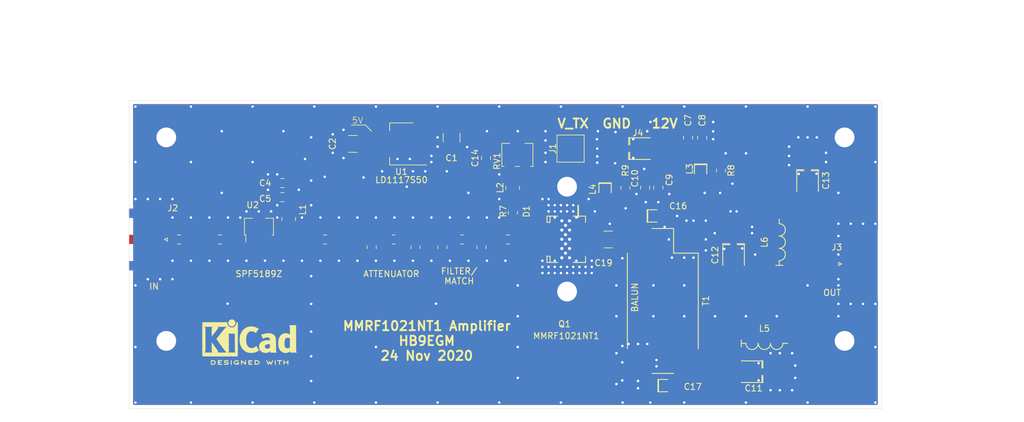
<source format=kicad_pcb>
(kicad_pcb (version 20171130) (host pcbnew 5.1.8)

  (general
    (thickness 1.6)
    (drawings 34)
    (tracks 367)
    (zones 0)
    (modules 51)
    (nets 22)
  )

  (page A4)
  (layers
    (0 F.Cu signal)
    (31 B.Cu signal)
    (32 B.Adhes user hide)
    (33 F.Adhes user hide)
    (34 B.Paste user hide)
    (35 F.Paste user hide)
    (36 B.SilkS user hide)
    (37 F.SilkS user)
    (38 B.Mask user hide)
    (39 F.Mask user)
    (40 Dwgs.User user)
    (41 Cmts.User user hide)
    (42 Eco1.User user hide)
    (43 Eco2.User user hide)
    (44 Edge.Cuts user)
    (45 Margin user hide)
    (46 B.CrtYd user hide)
    (47 F.CrtYd user)
    (48 B.Fab user hide)
    (49 F.Fab user hide)
  )

  (setup
    (last_trace_width 0.25)
    (user_trace_width 0.25)
    (user_trace_width 0.35)
    (user_trace_width 0.6)
    (user_trace_width 1)
    (user_trace_width 1.5)
    (trace_clearance 0.2)
    (zone_clearance 0.6)
    (zone_45_only no)
    (trace_min 0.2)
    (via_size 0.8)
    (via_drill 0.4)
    (via_min_size 0.4)
    (via_min_drill 0.3)
    (uvia_size 0.3)
    (uvia_drill 0.1)
    (uvias_allowed no)
    (uvia_min_size 0.2)
    (uvia_min_drill 0.1)
    (edge_width 0.05)
    (segment_width 0.2)
    (pcb_text_width 0.3)
    (pcb_text_size 1.5 1.5)
    (mod_edge_width 0.12)
    (mod_text_size 1 1)
    (mod_text_width 0.15)
    (pad_size 1.524 1.524)
    (pad_drill 0.762)
    (pad_to_mask_clearance 0)
    (aux_axis_origin 0 0)
    (visible_elements FFFFFF7F)
    (pcbplotparams
      (layerselection 0x011fc_ffffffff)
      (usegerberextensions false)
      (usegerberattributes true)
      (usegerberadvancedattributes true)
      (creategerberjobfile true)
      (excludeedgelayer true)
      (linewidth 0.100000)
      (plotframeref false)
      (viasonmask false)
      (mode 1)
      (useauxorigin false)
      (hpglpennumber 1)
      (hpglpenspeed 20)
      (hpglpendiameter 15.000000)
      (psnegative false)
      (psa4output false)
      (plotreference true)
      (plotvalue true)
      (plotinvisibletext false)
      (padsonsilk false)
      (subtractmaskfromsilk false)
      (outputformat 1)
      (mirror false)
      (drillshape 0)
      (scaleselection 1)
      (outputdirectory "out"))
  )

  (net 0 "")
  (net 1 GND)
  (net 2 +5V)
  (net 3 "Net-(C3-Pad1)")
  (net 4 "Net-(C6-Pad2)")
  (net 5 "Net-(C6-Pad1)")
  (net 6 "Net-(C10-Pad1)")
  (net 7 "Net-(C11-Pad2)")
  (net 8 "Net-(C12-Pad2)")
  (net 9 "Net-(C13-Pad2)")
  (net 10 "Net-(L2-Pad2)")
  (net 11 /VGG)
  (net 12 "Net-(R2-Pad1)")
  (net 13 "Net-(C15-Pad2)")
  (net 14 "Net-(C15-Pad1)")
  (net 15 "Net-(C16-Pad1)")
  (net 16 "Net-(C18-Pad1)")
  (net 17 "Net-(C18-Pad2)")
  (net 18 "Net-(D1-Pad2)")
  (net 19 "Net-(C19-Pad2)")
  (net 20 +12P)
  (net 21 /+VTX)

  (net_class Default "This is the default net class."
    (clearance 0.2)
    (trace_width 0.25)
    (via_dia 0.8)
    (via_drill 0.4)
    (uvia_dia 0.3)
    (uvia_drill 0.1)
    (add_net +12P)
    (add_net +5V)
    (add_net /+VTX)
    (add_net /VGG)
    (add_net GND)
    (add_net "Net-(C10-Pad1)")
    (add_net "Net-(C11-Pad2)")
    (add_net "Net-(C12-Pad2)")
    (add_net "Net-(C13-Pad2)")
    (add_net "Net-(C15-Pad1)")
    (add_net "Net-(C15-Pad2)")
    (add_net "Net-(C16-Pad1)")
    (add_net "Net-(C18-Pad1)")
    (add_net "Net-(C18-Pad2)")
    (add_net "Net-(C19-Pad2)")
    (add_net "Net-(C3-Pad1)")
    (add_net "Net-(C6-Pad1)")
    (add_net "Net-(C6-Pad2)")
    (add_net "Net-(D1-Pad2)")
    (add_net "Net-(L2-Pad2)")
    (add_net "Net-(R2-Pad1)")
  )

  (module mmrf1021-pa:PLD-1.5W (layer F.Cu) (tedit 5FBA9FA6) (tstamp 5FB961FF)
    (at 130.746 82.524 90)
    (path /5FBA00FC)
    (fp_text reference Q1 (at -13.742 -0.158 180) (layer F.SilkS)
      (effects (font (size 1 1) (thickness 0.15)))
    )
    (fp_text value MMRF1021NT1 (at -15.678 0.112 180) (layer F.SilkS)
      (effects (font (size 1 1) (thickness 0.15)))
    )
    (fp_line (start 3.75 3.25) (end 2.75 3.25) (layer F.SilkS) (width 0.15))
    (fp_line (start -3.75 3.25) (end -2.75 3.25) (layer F.SilkS) (width 0.15))
    (fp_line (start -2.75 -2.5) (end -2.75 -3) (layer F.SilkS) (width 0.15))
    (fp_line (start -3.75 -2.5) (end -2.75 -2.5) (layer F.SilkS) (width 0.15))
    (fp_line (start 2.75 -2.75) (end 2.75 -3) (layer F.SilkS) (width 0.15))
    (fp_line (start 2.75 -2.5) (end 2.75 -2.75) (layer F.SilkS) (width 0.15))
    (fp_line (start 3.75 -2.5) (end 2.75 -2.5) (layer F.SilkS) (width 0.15))
    (fp_line (start 3.75 -3) (end 2.75 -3) (layer F.SilkS) (width 0.15))
    (fp_line (start -3.75 -3) (end -2.75 -3) (layer F.SilkS) (width 0.15))
    (fp_line (start -3.75 3.25) (end -3.75 1.25) (layer F.SilkS) (width 0.15))
    (fp_line (start 3.75 3.25) (end 3.75 1.25) (layer F.SilkS) (width 0.15))
    (fp_line (start 3.75 -1.25) (end 3.75 -3) (layer F.SilkS) (width 0.15))
    (fp_line (start -3.75 -1.25) (end -3.75 -3) (layer F.SilkS) (width 0.15))
    (pad 3 thru_hole circle (at 3 0.65 90) (size 0.6 0.6) (drill 0.5) (layers *.Cu *.Mask)
      (net 1 GND))
    (pad 3 thru_hole circle (at 3 -0.6 90) (size 0.6 0.6) (drill 0.5) (layers *.Cu *.Mask)
      (net 1 GND))
    (pad 3 thru_hole circle (at 2.25 0 90) (size 0.6 0.6) (drill 0.5) (layers *.Cu *.Mask)
      (net 1 GND))
    (pad 3 thru_hole circle (at 1.5 0.65 90) (size 0.6 0.6) (drill 0.5) (layers *.Cu *.Mask)
      (net 1 GND))
    (pad 3 thru_hole circle (at 1.5 -0.6 90) (size 0.6 0.6) (drill 0.5) (layers *.Cu *.Mask)
      (net 1 GND))
    (pad 3 thru_hole circle (at 0.75 0 90) (size 0.6 0.6) (drill 0.5) (layers *.Cu *.Mask)
      (net 1 GND))
    (pad 3 thru_hole circle (at -0.75 0 90) (size 0.6 0.6) (drill 0.5) (layers *.Cu *.Mask)
      (net 1 GND))
    (pad 3 thru_hole circle (at -2.25 0 90) (size 0.6 0.6) (drill 0.5) (layers *.Cu *.Mask)
      (net 1 GND))
    (pad 3 thru_hole circle (at -3 0.65 90) (size 0.6 0.6) (drill 0.5) (layers *.Cu *.Mask)
      (net 1 GND))
    (pad 3 thru_hole circle (at -1.5 0.65 90) (size 0.6 0.6) (drill 0.5) (layers *.Cu *.Mask)
      (net 1 GND))
    (pad 3 thru_hole circle (at 0 0.65 90) (size 0.6 0.6) (drill 0.5) (layers *.Cu *.Mask)
      (net 1 GND))
    (pad 3 thru_hole circle (at 0 -0.6 90) (size 0.6 0.6) (drill 0.5) (layers *.Cu *.Mask)
      (net 1 GND))
    (pad 3 thru_hole circle (at -1.5 -0.6 90) (size 0.6 0.6) (drill 0.5) (layers *.Cu *.Mask)
      (net 1 GND))
    (pad 3 thru_hole circle (at -3 -0.6 90) (size 0.6 0.6) (drill 0.5) (layers *.Cu *.Mask)
      (net 1 GND))
    (pad 3 smd rect (at 0 0 90) (size 8.1 2.25) (layers F.Cu F.Paste F.Mask)
      (net 1 GND))
    (pad 2 smd rect (at 0 3.5 90) (size 5 3.16) (layers F.Cu F.Paste F.Mask)
      (net 19 "Net-(C19-Pad2)"))
    (pad 1 smd rect (at 0 -3.5 90) (size 5 3.16) (layers F.Cu F.Paste F.Mask)
      (net 14 "Net-(C15-Pad1)"))
  )

  (module TestPoint:TestPoint_Pad_4.0x4.0mm (layer F.Cu) (tedit 5A0F774F) (tstamp 5FBB2340)
    (at 131.572 67.818 90)
    (descr "SMD rectangular pad as test Point, square 4.0mm side length")
    (tags "test point SMD pad rectangle square")
    (path /5FBE821D)
    (attr virtual)
    (fp_text reference J1 (at 0 -2.898 90) (layer F.SilkS)
      (effects (font (size 1 1) (thickness 0.15)))
    )
    (fp_text value V_TX (at 0 3.1 90) (layer F.Fab)
      (effects (font (size 1 1) (thickness 0.15)))
    )
    (fp_line (start -2.2 -2.2) (end 2.2 -2.2) (layer F.SilkS) (width 0.12))
    (fp_line (start 2.2 -2.2) (end 2.2 2.2) (layer F.SilkS) (width 0.12))
    (fp_line (start 2.2 2.2) (end -2.2 2.2) (layer F.SilkS) (width 0.12))
    (fp_line (start -2.2 2.2) (end -2.2 -2.2) (layer F.SilkS) (width 0.12))
    (fp_line (start -2.5 -2.5) (end 2.5 -2.5) (layer F.CrtYd) (width 0.05))
    (fp_line (start -2.5 -2.5) (end -2.5 2.5) (layer F.CrtYd) (width 0.05))
    (fp_line (start 2.5 2.5) (end 2.5 -2.5) (layer F.CrtYd) (width 0.05))
    (fp_line (start 2.5 2.5) (end -2.5 2.5) (layer F.CrtYd) (width 0.05))
    (fp_text user %R (at 0 -2.9 90) (layer F.Fab)
      (effects (font (size 1 1) (thickness 0.15)))
    )
    (pad 1 smd rect (at 0 0 90) (size 4 4) (layers F.Cu F.Mask)
      (net 21 /+VTX))
  )

  (module mmrf1021-pa:two_4mm_pads (layer F.Cu) (tedit 5FC0D5B8) (tstamp 5FBB2044)
    (at 142.748 67.818 90)
    (path /5FD40DCC)
    (fp_text reference J4 (at 2.54 -0.254 180) (layer F.SilkS)
      (effects (font (size 1 1) (thickness 0.15)))
    )
    (fp_text value 12V (at 0 -0.5 90) (layer F.Fab)
      (effects (font (size 1 1) (thickness 0.15)))
    )
    (fp_line (start 1.75 -1.75) (end 1.75 1.75) (layer F.SilkS) (width 0.15))
    (fp_line (start -1.75 1.75) (end -1.75 -1.75) (layer F.SilkS) (width 0.15))
    (fp_line (start -1.75 -1.6) (end -0.6 -1.6) (layer F.SilkS) (width 0.15))
    (fp_line (start 0.6 -1.6) (end 1.75 -1.6) (layer F.SilkS) (width 0.15))
    (fp_line (start -1.75 -1.75) (end -0.6 -1.75) (layer F.SilkS) (width 0.15))
    (fp_line (start 0.6 -1.75) (end 1.75 -1.75) (layer F.SilkS) (width 0.15))
    (pad 2 smd rect (at 0 2.6 90) (size 1 4) (layers F.Cu F.Paste F.Mask)
      (net 20 +12P))
    (pad 1 smd rect (at 0 -2.6 90) (size 1 4) (layers F.Cu F.Paste F.Mask)
      (net 1 GND))
    (pad 2 smd rect (at 0 4 90) (size 4 4) (layers F.Cu F.Paste F.Mask)
      (net 20 +12P))
    (pad 1 smd rect (at 0 -4 90) (size 4 4) (layers F.Cu F.Paste F.Mask)
      (net 1 GND))
  )

  (module mmrf1021-pa:two_2mm_pads_for_diode (layer F.Cu) (tedit 5FBA90BC) (tstamp 5FBA929E)
    (at 130 78 270)
    (path /5FC3BC84)
    (fp_text reference D1 (at 0 5.588 270) (layer F.SilkS)
      (effects (font (size 1 1) (thickness 0.15)))
    )
    (fp_text value 1N4148 (at 0 -0.5 90) (layer F.Fab)
      (effects (font (size 1 1) (thickness 0.15)))
    )
    (fp_line (start -1 -2.85) (end 1 -2.85) (layer F.SilkS) (width 0.15))
    (fp_line (start -1 -2.75) (end 1 -2.75) (layer F.SilkS) (width 0.15))
    (pad 2 smd rect (at 0 4 270) (size 2 2) (layers F.Cu F.Paste F.Mask)
      (net 18 "Net-(D1-Pad2)"))
    (pad 1 smd rect (at 0 -4 270) (size 2 2) (layers F.Cu F.Paste F.Mask)
      (net 1 GND))
  )

  (module Capacitor_SMD:C_1210_3225Metric (layer F.Cu) (tedit 5F68FEEE) (tstamp 5FBA5392)
    (at 137.668 82.55 180)
    (descr "Capacitor SMD 1210 (3225 Metric), square (rectangular) end terminal, IPC_7351 nominal, (Body size source: IPC-SM-782 page 76, https://www.pcb-3d.com/wordpress/wp-content/uploads/ipc-sm-782a_amendment_1_and_2.pdf), generated with kicad-footprint-generator")
    (tags capacitor)
    (path /5FC81F32)
    (attr smd)
    (fp_text reference C19 (at 0.762 -3.81 180) (layer F.SilkS)
      (effects (font (size 1 1) (thickness 0.15)))
    )
    (fp_text value 180pF (at 0 2.3) (layer F.Fab)
      (effects (font (size 1 1) (thickness 0.15)))
    )
    (fp_line (start -1.6 1.25) (end -1.6 -1.25) (layer F.Fab) (width 0.1))
    (fp_line (start -1.6 -1.25) (end 1.6 -1.25) (layer F.Fab) (width 0.1))
    (fp_line (start 1.6 -1.25) (end 1.6 1.25) (layer F.Fab) (width 0.1))
    (fp_line (start 1.6 1.25) (end -1.6 1.25) (layer F.Fab) (width 0.1))
    (fp_line (start -0.711252 -1.36) (end 0.711252 -1.36) (layer F.SilkS) (width 0.12))
    (fp_line (start -0.711252 1.36) (end 0.711252 1.36) (layer F.SilkS) (width 0.12))
    (fp_line (start -2.3 1.6) (end -2.3 -1.6) (layer F.CrtYd) (width 0.05))
    (fp_line (start -2.3 -1.6) (end 2.3 -1.6) (layer F.CrtYd) (width 0.05))
    (fp_line (start 2.3 -1.6) (end 2.3 1.6) (layer F.CrtYd) (width 0.05))
    (fp_line (start 2.3 1.6) (end -2.3 1.6) (layer F.CrtYd) (width 0.05))
    (fp_text user %R (at 0 0) (layer F.Fab)
      (effects (font (size 0.8 0.8) (thickness 0.12)))
    )
    (pad 2 smd roundrect (at 1.475 0 180) (size 1.15 2.7) (layers F.Cu F.Paste F.Mask) (roundrect_rratio 0.217391)
      (net 19 "Net-(C19-Pad2)"))
    (pad 1 smd roundrect (at -1.475 0 180) (size 1.15 2.7) (layers F.Cu F.Paste F.Mask) (roundrect_rratio 0.217391)
      (net 15 "Net-(C16-Pad1)"))
    (model ${KISYS3DMOD}/Capacitor_SMD.3dshapes/C_1210_3225Metric.wrl
      (at (xyz 0 0 0))
      (scale (xyz 1 1 1))
      (rotate (xyz 0 0 0))
    )
  )

  (module Capacitor_SMD:C_0805_2012Metric (layer F.Cu) (tedit 5F68FEEE) (tstamp 5FBA4130)
    (at 68.072 82.55 180)
    (descr "Capacitor SMD 0805 (2012 Metric), square (rectangular) end terminal, IPC_7351 nominal, (Body size source: IPC-SM-782 page 76, https://www.pcb-3d.com/wordpress/wp-content/uploads/ipc-sm-782a_amendment_1_and_2.pdf, https://docs.google.com/spreadsheets/d/1BsfQQcO9C6DZCsRaXUlFlo91Tg2WpOkGARC1WS5S8t0/edit?usp=sharing), generated with kicad-footprint-generator")
    (tags capacitor)
    (path /5FC6427F)
    (attr smd)
    (fp_text reference C18 (at 0 -1.68) (layer F.SilkS) hide
      (effects (font (size 1 1) (thickness 0.15)))
    )
    (fp_text value 100pF (at 0 1.68) (layer F.Fab)
      (effects (font (size 1 1) (thickness 0.15)))
    )
    (fp_line (start -1 0.625) (end -1 -0.625) (layer F.Fab) (width 0.1))
    (fp_line (start -1 -0.625) (end 1 -0.625) (layer F.Fab) (width 0.1))
    (fp_line (start 1 -0.625) (end 1 0.625) (layer F.Fab) (width 0.1))
    (fp_line (start 1 0.625) (end -1 0.625) (layer F.Fab) (width 0.1))
    (fp_line (start -0.261252 -0.735) (end 0.261252 -0.735) (layer F.SilkS) (width 0.12))
    (fp_line (start -0.261252 0.735) (end 0.261252 0.735) (layer F.SilkS) (width 0.12))
    (fp_line (start -1.7 0.98) (end -1.7 -0.98) (layer F.CrtYd) (width 0.05))
    (fp_line (start -1.7 -0.98) (end 1.7 -0.98) (layer F.CrtYd) (width 0.05))
    (fp_line (start 1.7 -0.98) (end 1.7 0.98) (layer F.CrtYd) (width 0.05))
    (fp_line (start 1.7 0.98) (end -1.7 0.98) (layer F.CrtYd) (width 0.05))
    (fp_text user %R (at 0 0) (layer F.Fab)
      (effects (font (size 0.5 0.5) (thickness 0.08)))
    )
    (pad 2 smd roundrect (at 0.95 0 180) (size 1 1.45) (layers F.Cu F.Paste F.Mask) (roundrect_rratio 0.25)
      (net 17 "Net-(C18-Pad2)"))
    (pad 1 smd roundrect (at -0.95 0 180) (size 1 1.45) (layers F.Cu F.Paste F.Mask) (roundrect_rratio 0.25)
      (net 16 "Net-(C18-Pad1)"))
    (model ${KISYS3DMOD}/Capacitor_SMD.3dshapes/C_0805_2012Metric.wrl
      (at (xyz 0 0 0))
      (scale (xyz 1 1 1))
      (rotate (xyz 0 0 0))
    )
  )

  (module mmrf1021-pa:two_2mm_pads (layer F.Cu) (tedit 5FB8F550) (tstamp 5FB971ED)
    (at 146.528 106.25 90)
    (path /5FBE2378)
    (fp_text reference C17 (at -0.176 4.856) (layer F.SilkS)
      (effects (font (size 1 1) (thickness 0.15)))
    )
    (fp_text value DNF (at 0 -0.5 90) (layer F.Fab)
      (effects (font (size 1 1) (thickness 0.15)))
    )
    (fp_line (start -1 -0.7) (end 1 -0.7) (layer F.SilkS) (width 0.15))
    (fp_line (start 1 -0.8) (end 1 0.8) (layer F.SilkS) (width 0.15))
    (fp_line (start -1 0.8) (end -1 -0.8) (layer F.SilkS) (width 0.15))
    (fp_line (start -1 -0.8) (end 1 -0.8) (layer F.SilkS) (width 0.15))
    (pad 2 smd rect (at 0 2 90) (size 2 2) (layers F.Cu F.Paste F.Mask)
      (net 7 "Net-(C11-Pad2)"))
    (pad 1 smd rect (at 0 -2 90) (size 2 2) (layers F.Cu F.Paste F.Mask)
      (net 1 GND))
  )

  (module mmrf1021-pa:two_2mm_pads (layer F.Cu) (tedit 5FB8F550) (tstamp 5FB971E3)
    (at 144.78 78.74 90)
    (path /5FBE8D8F)
    (fp_text reference C16 (at 1.6 4.24) (layer F.SilkS)
      (effects (font (size 1 1) (thickness 0.15)))
    )
    (fp_text value DNF (at 0 -0.5 90) (layer F.Fab)
      (effects (font (size 1 1) (thickness 0.15)))
    )
    (fp_line (start -1 -0.7) (end 1 -0.7) (layer F.SilkS) (width 0.15))
    (fp_line (start 1 -0.8) (end 1 0.8) (layer F.SilkS) (width 0.15))
    (fp_line (start -1 0.8) (end -1 -0.8) (layer F.SilkS) (width 0.15))
    (fp_line (start -1 -0.8) (end 1 -0.8) (layer F.SilkS) (width 0.15))
    (pad 2 smd rect (at 0 2 90) (size 2 2) (layers F.Cu F.Paste F.Mask)
      (net 1 GND))
    (pad 1 smd rect (at 0 -2 90) (size 2 2) (layers F.Cu F.Paste F.Mask)
      (net 15 "Net-(C16-Pad1)"))
  )

  (module Resistor_SMD:R_0805_2012Metric (layer F.Cu) (tedit 5F68FEEE) (tstamp 5FB96758)
    (at 140.462 74.168 270)
    (descr "Resistor SMD 0805 (2012 Metric), square (rectangular) end terminal, IPC_7351 nominal, (Body size source: IPC-SM-782 page 72, https://www.pcb-3d.com/wordpress/wp-content/uploads/ipc-sm-782a_amendment_1_and_2.pdf), generated with kicad-footprint-generator")
    (tags resistor)
    (path /5FB98D7E)
    (attr smd)
    (fp_text reference R9 (at -2.794 0 90) (layer F.SilkS)
      (effects (font (size 1 1) (thickness 0.15)))
    )
    (fp_text value DNF (at 0 1.65 90) (layer F.Fab)
      (effects (font (size 1 1) (thickness 0.15)))
    )
    (fp_line (start -1 0.625) (end -1 -0.625) (layer F.Fab) (width 0.1))
    (fp_line (start -1 -0.625) (end 1 -0.625) (layer F.Fab) (width 0.1))
    (fp_line (start 1 -0.625) (end 1 0.625) (layer F.Fab) (width 0.1))
    (fp_line (start 1 0.625) (end -1 0.625) (layer F.Fab) (width 0.1))
    (fp_line (start -0.227064 -0.735) (end 0.227064 -0.735) (layer F.SilkS) (width 0.12))
    (fp_line (start -0.227064 0.735) (end 0.227064 0.735) (layer F.SilkS) (width 0.12))
    (fp_line (start -1.68 0.95) (end -1.68 -0.95) (layer F.CrtYd) (width 0.05))
    (fp_line (start -1.68 -0.95) (end 1.68 -0.95) (layer F.CrtYd) (width 0.05))
    (fp_line (start 1.68 -0.95) (end 1.68 0.95) (layer F.CrtYd) (width 0.05))
    (fp_line (start 1.68 0.95) (end -1.68 0.95) (layer F.CrtYd) (width 0.05))
    (fp_text user %R (at 0 0 90) (layer F.Fab)
      (effects (font (size 0.5 0.5) (thickness 0.08)))
    )
    (pad 2 smd roundrect (at 0.9125 0 270) (size 1.025 1.4) (layers F.Cu F.Paste F.Mask) (roundrect_rratio 0.243902)
      (net 19 "Net-(C19-Pad2)"))
    (pad 1 smd roundrect (at -0.9125 0 270) (size 1.025 1.4) (layers F.Cu F.Paste F.Mask) (roundrect_rratio 0.243902)
      (net 6 "Net-(C10-Pad1)"))
    (model ${KISYS3DMOD}/Resistor_SMD.3dshapes/R_0805_2012Metric.wrl
      (at (xyz 0 0 0))
      (scale (xyz 1 1 1))
      (rotate (xyz 0 0 0))
    )
  )

  (module Resistor_SMD:R_0805_2012Metric (layer F.Cu) (tedit 5F68FEEE) (tstamp 5FB96747)
    (at 155.956 71.374 270)
    (descr "Resistor SMD 0805 (2012 Metric), square (rectangular) end terminal, IPC_7351 nominal, (Body size source: IPC-SM-782 page 72, https://www.pcb-3d.com/wordpress/wp-content/uploads/ipc-sm-782a_amendment_1_and_2.pdf), generated with kicad-footprint-generator")
    (tags resistor)
    (path /5FB97AAF)
    (attr smd)
    (fp_text reference R8 (at 0 -1.65 90) (layer F.SilkS)
      (effects (font (size 1 1) (thickness 0.15)))
    )
    (fp_text value DNF (at 0 1.65 90) (layer F.Fab)
      (effects (font (size 1 1) (thickness 0.15)))
    )
    (fp_line (start -1 0.625) (end -1 -0.625) (layer F.Fab) (width 0.1))
    (fp_line (start -1 -0.625) (end 1 -0.625) (layer F.Fab) (width 0.1))
    (fp_line (start 1 -0.625) (end 1 0.625) (layer F.Fab) (width 0.1))
    (fp_line (start 1 0.625) (end -1 0.625) (layer F.Fab) (width 0.1))
    (fp_line (start -0.227064 -0.735) (end 0.227064 -0.735) (layer F.SilkS) (width 0.12))
    (fp_line (start -0.227064 0.735) (end 0.227064 0.735) (layer F.SilkS) (width 0.12))
    (fp_line (start -1.68 0.95) (end -1.68 -0.95) (layer F.CrtYd) (width 0.05))
    (fp_line (start -1.68 -0.95) (end 1.68 -0.95) (layer F.CrtYd) (width 0.05))
    (fp_line (start 1.68 -0.95) (end 1.68 0.95) (layer F.CrtYd) (width 0.05))
    (fp_line (start 1.68 0.95) (end -1.68 0.95) (layer F.CrtYd) (width 0.05))
    (fp_text user %R (at 0 0 90) (layer F.Fab)
      (effects (font (size 0.5 0.5) (thickness 0.08)))
    )
    (pad 2 smd roundrect (at 0.9125 0 270) (size 1.025 1.4) (layers F.Cu F.Paste F.Mask) (roundrect_rratio 0.243902)
      (net 6 "Net-(C10-Pad1)"))
    (pad 1 smd roundrect (at -0.9125 0 270) (size 1.025 1.4) (layers F.Cu F.Paste F.Mask) (roundrect_rratio 0.243902)
      (net 20 +12P))
    (model ${KISYS3DMOD}/Resistor_SMD.3dshapes/R_0805_2012Metric.wrl
      (at (xyz 0 0 0))
      (scale (xyz 1 1 1))
      (rotate (xyz 0 0 0))
    )
  )

  (module Symbol:KiCad-Logo2_6mm_SilkScreen locked (layer F.Cu) (tedit 0) (tstamp 5FB9D53F)
    (at 79.5 98.5)
    (descr "KiCad Logo")
    (tags "Logo KiCad")
    (attr virtual)
    (fp_text reference REF** (at 0 -5.08) (layer F.SilkS) hide
      (effects (font (size 1 1) (thickness 0.15)))
    )
    (fp_text value KiCad-Logo2_6mm_SilkScreen (at 0 6.35) (layer F.Fab) hide
      (effects (font (size 1 1) (thickness 0.15)))
    )
    (fp_poly (pts (xy -5.955743 -2.526311) (xy -5.69122 -2.526275) (xy -5.568088 -2.52627) (xy -3.597189 -2.52627)
      (xy -3.597189 -2.41009) (xy -3.584789 -2.268709) (xy -3.547364 -2.138316) (xy -3.484577 -2.018138)
      (xy -3.396094 -1.907398) (xy -3.366157 -1.877489) (xy -3.258466 -1.792652) (xy -3.139725 -1.730779)
      (xy -3.01346 -1.691841) (xy -2.883197 -1.67581) (xy -2.752465 -1.682658) (xy -2.624788 -1.712357)
      (xy -2.503695 -1.76488) (xy -2.392712 -1.840197) (xy -2.342868 -1.885637) (xy -2.249983 -1.997048)
      (xy -2.181873 -2.119565) (xy -2.139129 -2.251785) (xy -2.122347 -2.392308) (xy -2.122124 -2.406133)
      (xy -2.121244 -2.526266) (xy -2.068443 -2.526268) (xy -2.021604 -2.519911) (xy -1.978817 -2.504444)
      (xy -1.975989 -2.502846) (xy -1.966325 -2.497832) (xy -1.957451 -2.493927) (xy -1.949335 -2.489993)
      (xy -1.941943 -2.484894) (xy -1.935245 -2.477492) (xy -1.929208 -2.466649) (xy -1.923801 -2.451228)
      (xy -1.91899 -2.430091) (xy -1.914745 -2.402101) (xy -1.911032 -2.366121) (xy -1.907821 -2.321013)
      (xy -1.905078 -2.26564) (xy -1.902772 -2.198863) (xy -1.900871 -2.119547) (xy -1.899342 -2.026553)
      (xy -1.898154 -1.918743) (xy -1.897274 -1.794981) (xy -1.89667 -1.654129) (xy -1.896311 -1.49505)
      (xy -1.896165 -1.316605) (xy -1.896198 -1.117658) (xy -1.89638 -0.897071) (xy -1.896677 -0.653707)
      (xy -1.897059 -0.386428) (xy -1.897492 -0.094097) (xy -1.897945 0.224424) (xy -1.897998 0.26323)
      (xy -1.898404 0.583782) (xy -1.898749 0.878012) (xy -1.899069 1.147056) (xy -1.8994 1.392052)
      (xy -1.899779 1.614137) (xy -1.900243 1.814447) (xy -1.900828 1.994119) (xy -1.90157 2.15429)
      (xy -1.902506 2.296098) (xy -1.903673 2.420679) (xy -1.905107 2.52917) (xy -1.906844 2.622707)
      (xy -1.908922 2.702429) (xy -1.911376 2.769472) (xy -1.914244 2.824973) (xy -1.917561 2.870068)
      (xy -1.921364 2.905895) (xy -1.92569 2.933591) (xy -1.930575 2.954293) (xy -1.936055 2.969137)
      (xy -1.942168 2.97926) (xy -1.94895 2.9858) (xy -1.956437 2.989893) (xy -1.964666 2.992676)
      (xy -1.973673 2.995287) (xy -1.983495 2.998862) (xy -1.985894 2.99995) (xy -1.993435 3.002396)
      (xy -2.006056 3.004642) (xy -2.024859 3.006698) (xy -2.050947 3.008572) (xy -2.085422 3.010271)
      (xy -2.129385 3.011803) (xy -2.183939 3.013177) (xy -2.250185 3.0144) (xy -2.329226 3.015481)
      (xy -2.422163 3.016427) (xy -2.530099 3.017247) (xy -2.654136 3.017947) (xy -2.795376 3.018538)
      (xy -2.954921 3.019025) (xy -3.133872 3.019419) (xy -3.333332 3.019725) (xy -3.554404 3.019953)
      (xy -3.798188 3.02011) (xy -4.065787 3.020205) (xy -4.358303 3.020245) (xy -4.676839 3.020238)
      (xy -4.780021 3.020228) (xy -5.105623 3.020176) (xy -5.404881 3.020091) (xy -5.678909 3.019963)
      (xy -5.928824 3.019785) (xy -6.15574 3.019548) (xy -6.360773 3.019242) (xy -6.545038 3.01886)
      (xy -6.70965 3.018392) (xy -6.855725 3.01783) (xy -6.984376 3.017165) (xy -7.096721 3.016388)
      (xy -7.193874 3.015491) (xy -7.27695 3.014465) (xy -7.347064 3.013301) (xy -7.405332 3.011991)
      (xy -7.452869 3.010525) (xy -7.49079 3.008896) (xy -7.52021 3.007093) (xy -7.542245 3.00511)
      (xy -7.55801 3.002936) (xy -7.56862 3.000563) (xy -7.574404 2.998391) (xy -7.584684 2.994056)
      (xy -7.594122 2.990859) (xy -7.602755 2.987665) (xy -7.610619 2.983338) (xy -7.617748 2.976744)
      (xy -7.624179 2.966747) (xy -7.629947 2.952212) (xy -7.635089 2.932003) (xy -7.63964 2.904985)
      (xy -7.643635 2.870023) (xy -7.647111 2.825981) (xy -7.650102 2.771724) (xy -7.652646 2.706117)
      (xy -7.654777 2.628024) (xy -7.656532 2.53631) (xy -7.657945 2.42984) (xy -7.658315 2.388973)
      (xy -7.291884 2.388973) (xy -5.996734 2.388973) (xy -6.021655 2.351217) (xy -6.046447 2.312417)
      (xy -6.06744 2.275469) (xy -6.084935 2.237788) (xy -6.09923 2.196788) (xy -6.110623 2.149883)
      (xy -6.119413 2.094487) (xy -6.125898 2.028016) (xy -6.130377 1.947883) (xy -6.13315 1.851502)
      (xy -6.134513 1.736289) (xy -6.134767 1.599657) (xy -6.134209 1.43902) (xy -6.133893 1.379382)
      (xy -6.130325 0.740041) (xy -5.725298 1.291449) (xy -5.610554 1.447876) (xy -5.511143 1.584088)
      (xy -5.42599 1.70189) (xy -5.354022 1.803084) (xy -5.294166 1.889477) (xy -5.245348 1.962874)
      (xy -5.206495 2.025077) (xy -5.176534 2.077893) (xy -5.154391 2.123125) (xy -5.138993 2.162578)
      (xy -5.129266 2.198058) (xy -5.124137 2.231368) (xy -5.122532 2.264313) (xy -5.123379 2.298697)
      (xy -5.123595 2.303019) (xy -5.128054 2.389031) (xy -3.708692 2.388973) (xy -3.814265 2.282522)
      (xy -3.842913 2.253406) (xy -3.87009 2.225076) (xy -3.896989 2.195968) (xy -3.924803 2.16452)
      (xy -3.954725 2.129169) (xy -3.987946 2.088354) (xy -4.025661 2.040511) (xy -4.06906 1.984079)
      (xy -4.119338 1.917494) (xy -4.177688 1.839195) (xy -4.2453 1.747619) (xy -4.323369 1.641204)
      (xy -4.413088 1.518387) (xy -4.515648 1.377605) (xy -4.632242 1.217297) (xy -4.727809 1.085798)
      (xy -4.847749 0.920596) (xy -4.95238 0.776152) (xy -5.042648 0.651094) (xy -5.119503 0.544052)
      (xy -5.183891 0.453654) (xy -5.236761 0.378529) (xy -5.27906 0.317304) (xy -5.311736 0.26861)
      (xy -5.335738 0.231074) (xy -5.352013 0.203325) (xy -5.361508 0.183992) (xy -5.365173 0.171703)
      (xy -5.364071 0.165242) (xy -5.350724 0.148048) (xy -5.321866 0.111655) (xy -5.27924 0.058224)
      (xy -5.224585 -0.010081) (xy -5.159644 -0.091097) (xy -5.086158 -0.18266) (xy -5.005868 -0.282608)
      (xy -4.920515 -0.388776) (xy -4.83184 -0.499003) (xy -4.741586 -0.611124) (xy -4.691944 -0.672756)
      (xy -3.459373 -0.672756) (xy -3.408146 -0.580081) (xy -3.356919 -0.487405) (xy -3.356919 2.203622)
      (xy -3.408146 2.296298) (xy -3.459373 2.388973) (xy -2.853396 2.388973) (xy -2.708734 2.388931)
      (xy -2.589244 2.388741) (xy -2.492642 2.388308) (xy -2.416642 2.387536) (xy -2.358957 2.38633)
      (xy -2.317301 2.384594) (xy -2.289389 2.382232) (xy -2.272935 2.37915) (xy -2.265652 2.375251)
      (xy -2.265255 2.37044) (xy -2.269458 2.364622) (xy -2.269501 2.364574) (xy -2.286813 2.339532)
      (xy -2.309736 2.298815) (xy -2.329981 2.258168) (xy -2.368379 2.176162) (xy -2.376211 -0.672756)
      (xy -3.459373 -0.672756) (xy -4.691944 -0.672756) (xy -4.651493 -0.722976) (xy -4.563302 -0.832396)
      (xy -4.478754 -0.937222) (xy -4.399592 -1.035289) (xy -4.327556 -1.124434) (xy -4.264387 -1.202495)
      (xy -4.211827 -1.267308) (xy -4.171617 -1.31671) (xy -4.148 -1.345513) (xy -4.05629 -1.453222)
      (xy -3.96806 -1.55042) (xy -3.886403 -1.633924) (xy -3.81441 -1.700552) (xy -3.763319 -1.741401)
      (xy -3.702907 -1.784865) (xy -5.092298 -1.784865) (xy -5.091908 -1.703334) (xy -5.095791 -1.643394)
      (xy -5.11039 -1.587823) (xy -5.132988 -1.535145) (xy -5.147678 -1.505385) (xy -5.163472 -1.475897)
      (xy -5.181814 -1.444724) (xy -5.204145 -1.409907) (xy -5.231909 -1.36949) (xy -5.266549 -1.321514)
      (xy -5.309507 -1.264022) (xy -5.362227 -1.195057) (xy -5.426151 -1.112661) (xy -5.502721 -1.014876)
      (xy -5.593381 -0.899745) (xy -5.699574 -0.76531) (xy -5.711568 -0.750141) (xy -6.130325 -0.220588)
      (xy -6.134378 -0.807078) (xy -6.135195 -0.982749) (xy -6.135021 -1.131468) (xy -6.133849 -1.253725)
      (xy -6.131669 -1.350011) (xy -6.128474 -1.420817) (xy -6.124256 -1.466631) (xy -6.122838 -1.475321)
      (xy -6.100591 -1.566865) (xy -6.071443 -1.649392) (xy -6.038182 -1.715747) (xy -6.0182 -1.74389)
      (xy -5.983722 -1.784865) (xy -6.637914 -1.784865) (xy -6.793969 -1.784731) (xy -6.924467 -1.784297)
      (xy -7.03131 -1.783511) (xy -7.116398 -1.782324) (xy -7.181635 -1.780683) (xy -7.228921 -1.778539)
      (xy -7.260157 -1.775841) (xy -7.277246 -1.772538) (xy -7.282088 -1.768579) (xy -7.281753 -1.767702)
      (xy -7.267885 -1.746769) (xy -7.244732 -1.713588) (xy -7.232754 -1.696807) (xy -7.220369 -1.68006)
      (xy -7.209237 -1.665085) (xy -7.199288 -1.650406) (xy -7.190451 -1.634551) (xy -7.182657 -1.616045)
      (xy -7.175835 -1.593415) (xy -7.169916 -1.565187) (xy -7.164829 -1.529887) (xy -7.160504 -1.486042)
      (xy -7.156871 -1.432178) (xy -7.15386 -1.36682) (xy -7.151401 -1.288496) (xy -7.149423 -1.195732)
      (xy -7.147858 -1.087053) (xy -7.146634 -0.960987) (xy -7.145681 -0.816058) (xy -7.14493 -0.650794)
      (xy -7.144311 -0.463721) (xy -7.143752 -0.253365) (xy -7.143185 -0.018252) (xy -7.142655 0.197741)
      (xy -7.142155 0.438535) (xy -7.141895 0.668274) (xy -7.141868 0.885493) (xy -7.142067 1.088722)
      (xy -7.142486 1.276496) (xy -7.143118 1.447345) (xy -7.143956 1.599803) (xy -7.144992 1.732403)
      (xy -7.14622 1.843676) (xy -7.147633 1.932156) (xy -7.149225 1.996375) (xy -7.150987 2.034865)
      (xy -7.151321 2.038933) (xy -7.163466 2.132248) (xy -7.182427 2.20719) (xy -7.211302 2.272594)
      (xy -7.25319 2.337293) (xy -7.258429 2.344352) (xy -7.291884 2.388973) (xy -7.658315 2.388973)
      (xy -7.659054 2.307479) (xy -7.659893 2.16809) (xy -7.660498 2.010539) (xy -7.660905 1.833691)
      (xy -7.66115 1.63641) (xy -7.661267 1.41756) (xy -7.661295 1.176007) (xy -7.661267 0.910615)
      (xy -7.66122 0.620249) (xy -7.66119 0.303773) (xy -7.661189 0.240946) (xy -7.661172 -0.078863)
      (xy -7.661112 -0.372339) (xy -7.661002 -0.64061) (xy -7.660833 -0.884802) (xy -7.660597 -1.106043)
      (xy -7.660284 -1.30546) (xy -7.659885 -1.48418) (xy -7.659393 -1.643329) (xy -7.658797 -1.784034)
      (xy -7.65809 -1.907424) (xy -7.657263 -2.014624) (xy -7.656307 -2.106762) (xy -7.655213 -2.184965)
      (xy -7.653973 -2.250359) (xy -7.652578 -2.304072) (xy -7.651018 -2.347231) (xy -7.649286 -2.380963)
      (xy -7.647372 -2.406395) (xy -7.645268 -2.424653) (xy -7.642966 -2.436866) (xy -7.640455 -2.444159)
      (xy -7.640363 -2.444341) (xy -7.635192 -2.455482) (xy -7.630885 -2.465569) (xy -7.626121 -2.474654)
      (xy -7.619578 -2.482788) (xy -7.609935 -2.490024) (xy -7.595871 -2.496414) (xy -7.576063 -2.502011)
      (xy -7.549191 -2.506867) (xy -7.513933 -2.511034) (xy -7.468968 -2.514564) (xy -7.412974 -2.517509)
      (xy -7.344629 -2.519923) (xy -7.262614 -2.521856) (xy -7.165605 -2.523362) (xy -7.052282 -2.524492)
      (xy -6.921323 -2.525298) (xy -6.771407 -2.525834) (xy -6.601213 -2.526151) (xy -6.409418 -2.526301)
      (xy -6.194702 -2.526337) (xy -5.955743 -2.526311)) (layer F.SilkS) (width 0.01))
    (fp_poly (pts (xy 0.439962 -1.839501) (xy 0.588014 -1.823293) (xy 0.731452 -1.794282) (xy 0.87611 -1.750955)
      (xy 1.027824 -1.691799) (xy 1.192428 -1.6153) (xy 1.222071 -1.600483) (xy 1.290098 -1.566969)
      (xy 1.354256 -1.536792) (xy 1.408215 -1.512834) (xy 1.44564 -1.497976) (xy 1.451389 -1.496105)
      (xy 1.506486 -1.479598) (xy 1.259851 -1.120799) (xy 1.199552 -1.033107) (xy 1.144422 -0.952988)
      (xy 1.096336 -0.883164) (xy 1.057168 -0.826353) (xy 1.028794 -0.785277) (xy 1.013087 -0.762654)
      (xy 1.010536 -0.759072) (xy 1.000171 -0.766562) (xy 0.97466 -0.789082) (xy 0.938563 -0.822539)
      (xy 0.918642 -0.84145) (xy 0.805773 -0.931222) (xy 0.679014 -0.999439) (xy 0.569783 -1.036805)
      (xy 0.504214 -1.04854) (xy 0.422116 -1.055692) (xy 0.333144 -1.058126) (xy 0.246956 -1.055712)
      (xy 0.173205 -1.048317) (xy 0.143776 -1.042653) (xy 0.011133 -0.997018) (xy -0.108394 -0.927337)
      (xy -0.214717 -0.83374) (xy -0.307747 -0.716351) (xy -0.387395 -0.5753) (xy -0.453574 -0.410714)
      (xy -0.506194 -0.22272) (xy -0.537467 -0.061783) (xy -0.545626 0.009263) (xy -0.551185 0.101046)
      (xy -0.554198 0.206968) (xy -0.554719 0.320434) (xy -0.5528 0.434849) (xy -0.548497 0.543617)
      (xy -0.541863 0.640143) (xy -0.532951 0.717831) (xy -0.531021 0.729817) (xy -0.488501 0.922892)
      (xy -0.430567 1.093773) (xy -0.356867 1.243224) (xy -0.267049 1.372011) (xy -0.203293 1.441639)
      (xy -0.088714 1.536173) (xy 0.036942 1.606246) (xy 0.171557 1.651477) (xy 0.313011 1.671484)
      (xy 0.459183 1.665885) (xy 0.607955 1.6343) (xy 0.695911 1.603394) (xy 0.817629 1.541506)
      (xy 0.94308 1.452729) (xy 1.013353 1.392694) (xy 1.052811 1.357947) (xy 1.083812 1.332454)
      (xy 1.101458 1.32017) (xy 1.103648 1.319795) (xy 1.111524 1.332347) (xy 1.131932 1.365516)
      (xy 1.163132 1.416458) (xy 1.203386 1.482331) (xy 1.250957 1.560289) (xy 1.304104 1.64749)
      (xy 1.333687 1.696067) (xy 1.559648 2.067215) (xy 1.277527 2.206639) (xy 1.175522 2.256719)
      (xy 1.092889 2.29621) (xy 1.024578 2.327073) (xy 0.965537 2.351268) (xy 0.910714 2.370758)
      (xy 0.85506 2.387503) (xy 0.793523 2.403465) (xy 0.73454 2.417482) (xy 0.682115 2.428329)
      (xy 0.627288 2.436526) (xy 0.564572 2.442528) (xy 0.488477 2.44679) (xy 0.393516 2.449767)
      (xy 0.329513 2.451052) (xy 0.238192 2.45193) (xy 0.150627 2.451487) (xy 0.072612 2.449852)
      (xy 0.009942 2.447149) (xy -0.031587 2.443505) (xy -0.034048 2.443142) (xy -0.249697 2.396487)
      (xy -0.452207 2.325729) (xy -0.641505 2.230914) (xy -0.817521 2.112089) (xy -0.980184 1.9693)
      (xy -1.129422 1.802594) (xy -1.237504 1.654433) (xy -1.352566 1.460502) (xy -1.445577 1.255699)
      (xy -1.516987 1.038383) (xy -1.567244 0.806912) (xy -1.596799 0.559643) (xy -1.606111 0.308559)
      (xy -1.598452 0.06567) (xy -1.574387 -0.15843) (xy -1.533148 -0.367523) (xy -1.473973 -0.565387)
      (xy -1.396096 -0.755804) (xy -1.386797 -0.775532) (xy -1.284352 -0.959941) (xy -1.158528 -1.135424)
      (xy -1.012888 -1.29835) (xy -0.850999 -1.445086) (xy -0.676424 -1.571999) (xy -0.513756 -1.665095)
      (xy -0.349427 -1.738009) (xy -0.184749 -1.790826) (xy -0.013348 -1.824985) (xy 0.171153 -1.841922)
      (xy 0.281459 -1.84442) (xy 0.439962 -1.839501)) (layer F.SilkS) (width 0.01))
    (fp_poly (pts (xy 3.167505 -0.735771) (xy 3.235531 -0.730622) (xy 3.430163 -0.704727) (xy 3.602529 -0.663425)
      (xy 3.75347 -0.606147) (xy 3.883825 -0.532326) (xy 3.994434 -0.441392) (xy 4.086135 -0.332778)
      (xy 4.15977 -0.205915) (xy 4.213539 -0.068648) (xy 4.227187 -0.024863) (xy 4.239073 0.016141)
      (xy 4.249334 0.056569) (xy 4.258113 0.09863) (xy 4.265548 0.144531) (xy 4.27178 0.19648)
      (xy 4.27695 0.256685) (xy 4.281196 0.327352) (xy 4.28466 0.410689) (xy 4.287481 0.508905)
      (xy 4.2898 0.624205) (xy 4.291757 0.758799) (xy 4.293491 0.914893) (xy 4.295143 1.094695)
      (xy 4.296324 1.235676) (xy 4.30427 2.203622) (xy 4.355756 2.29677) (xy 4.380137 2.341645)
      (xy 4.39828 2.376501) (xy 4.406935 2.395054) (xy 4.407243 2.396311) (xy 4.394014 2.397749)
      (xy 4.356326 2.399074) (xy 4.297183 2.400249) (xy 4.219586 2.401237) (xy 4.126536 2.401999)
      (xy 4.021035 2.4025) (xy 3.906084 2.402701) (xy 3.892378 2.402703) (xy 3.377513 2.402703)
      (xy 3.377513 2.286) (xy 3.376635 2.23326) (xy 3.374292 2.192926) (xy 3.370921 2.1713)
      (xy 3.369431 2.169298) (xy 3.355804 2.177683) (xy 3.327757 2.199692) (xy 3.291303 2.230601)
      (xy 3.290485 2.231316) (xy 3.223962 2.280843) (xy 3.139948 2.330575) (xy 3.047937 2.375626)
      (xy 2.957421 2.41111) (xy 2.917567 2.423236) (xy 2.838255 2.438637) (xy 2.740935 2.448465)
      (xy 2.634516 2.45258) (xy 2.527907 2.450841) (xy 2.430017 2.443108) (xy 2.361513 2.431981)
      (xy 2.19352 2.382648) (xy 2.042281 2.312342) (xy 1.908782 2.221933) (xy 1.794006 2.112295)
      (xy 1.698937 1.984299) (xy 1.62456 1.838818) (xy 1.592474 1.750541) (xy 1.572365 1.664739)
      (xy 1.559038 1.561736) (xy 1.552872 1.451034) (xy 1.553074 1.434925) (xy 2.481648 1.434925)
      (xy 2.489348 1.517184) (xy 2.514989 1.585546) (xy 2.562378 1.64897) (xy 2.580579 1.667567)
      (xy 2.645282 1.717846) (xy 2.720066 1.750056) (xy 2.809662 1.765648) (xy 2.904012 1.766796)
      (xy 2.993501 1.759216) (xy 3.062018 1.744389) (xy 3.091775 1.733253) (xy 3.145408 1.702904)
      (xy 3.202235 1.660221) (xy 3.254082 1.612317) (xy 3.292778 1.566301) (xy 3.303054 1.549421)
      (xy 3.311042 1.525782) (xy 3.316721 1.488168) (xy 3.320356 1.432985) (xy 3.322211 1.35664)
      (xy 3.322594 1.283981) (xy 3.322335 1.19927) (xy 3.321287 1.138018) (xy 3.319045 1.096227)
      (xy 3.315206 1.069899) (xy 3.309365 1.055035) (xy 3.301118 1.047639) (xy 3.298567 1.046461)
      (xy 3.2764 1.042833) (xy 3.23268 1.039866) (xy 3.173311 1.037827) (xy 3.104196 1.036983)
      (xy 3.089189 1.036982) (xy 2.996805 1.038457) (xy 2.925432 1.042842) (xy 2.868719 1.050738)
      (xy 2.821872 1.06227) (xy 2.705669 1.106215) (xy 2.614543 1.160243) (xy 2.547705 1.225219)
      (xy 2.504365 1.302005) (xy 2.483734 1.391467) (xy 2.481648 1.434925) (xy 1.553074 1.434925)
      (xy 1.554244 1.342133) (xy 1.563532 1.244536) (xy 1.570777 1.205105) (xy 1.617039 1.058701)
      (xy 1.687384 0.923995) (xy 1.780484 0.80228) (xy 1.895012 0.694847) (xy 2.02964 0.602988)
      (xy 2.18304 0.527996) (xy 2.313459 0.482458) (xy 2.400623 0.458533) (xy 2.483996 0.439943)
      (xy 2.568976 0.426084) (xy 2.660965 0.416351) (xy 2.765362 0.410141) (xy 2.887568 0.406851)
      (xy 2.998055 0.405924) (xy 3.325677 0.405027) (xy 3.319401 0.306547) (xy 3.301579 0.199695)
      (xy 3.263667 0.107852) (xy 3.20728 0.03331) (xy 3.134031 -0.021636) (xy 3.069535 -0.048448)
      (xy 2.977123 -0.065346) (xy 2.867111 -0.067773) (xy 2.744656 -0.056622) (xy 2.614914 -0.03279)
      (xy 2.483042 0.00283) (xy 2.354198 0.049343) (xy 2.260566 0.091883) (xy 2.215517 0.113728)
      (xy 2.181156 0.128984) (xy 2.163681 0.134937) (xy 2.162733 0.134746) (xy 2.156703 0.121412)
      (xy 2.141645 0.086068) (xy 2.118977 0.032101) (xy 2.090115 -0.037104) (xy 2.056477 -0.11816)
      (xy 2.022284 -0.200882) (xy 1.885586 -0.532197) (xy 1.98282 -0.548167) (xy 2.024964 -0.55618)
      (xy 2.088319 -0.569639) (xy 2.167457 -0.587321) (xy 2.256951 -0.608004) (xy 2.351373 -0.630468)
      (xy 2.388973 -0.639597) (xy 2.551637 -0.677326) (xy 2.69405 -0.705612) (xy 2.821527 -0.725028)
      (xy 2.939384 -0.736146) (xy 3.052938 -0.739536) (xy 3.167505 -0.735771)) (layer F.SilkS) (width 0.01))
    (fp_poly (pts (xy 6.84227 -2.043175) (xy 6.959041 -2.042696) (xy 6.998729 -2.042455) (xy 7.544486 -2.038865)
      (xy 7.551351 0.054919) (xy 7.552258 0.338842) (xy 7.553062 0.59664) (xy 7.553815 0.829646)
      (xy 7.554569 1.039194) (xy 7.555375 1.226618) (xy 7.556285 1.39325) (xy 7.557351 1.540425)
      (xy 7.558624 1.669477) (xy 7.560156 1.781739) (xy 7.561998 1.878544) (xy 7.564203 1.961226)
      (xy 7.566822 2.031119) (xy 7.569906 2.089557) (xy 7.573508 2.137872) (xy 7.577678 2.1774)
      (xy 7.582469 2.209473) (xy 7.587931 2.235424) (xy 7.594118 2.256589) (xy 7.60108 2.274299)
      (xy 7.608869 2.289889) (xy 7.617537 2.304693) (xy 7.627135 2.320044) (xy 7.637715 2.337276)
      (xy 7.639884 2.340946) (xy 7.676268 2.403031) (xy 7.150431 2.399434) (xy 6.624594 2.395838)
      (xy 6.617729 2.280331) (xy 6.613992 2.224899) (xy 6.610097 2.192851) (xy 6.604811 2.180135)
      (xy 6.596903 2.182696) (xy 6.59027 2.190024) (xy 6.561374 2.216714) (xy 6.514279 2.251021)
      (xy 6.45562 2.288846) (xy 6.392031 2.32609) (xy 6.330149 2.358653) (xy 6.282634 2.380077)
      (xy 6.171316 2.415283) (xy 6.043596 2.440222) (xy 5.908901 2.453941) (xy 5.776663 2.455486)
      (xy 5.656308 2.443906) (xy 5.654326 2.443574) (xy 5.489641 2.40225) (xy 5.335479 2.336412)
      (xy 5.193328 2.247474) (xy 5.064675 2.136852) (xy 4.951007 2.005961) (xy 4.85381 1.856216)
      (xy 4.774572 1.689033) (xy 4.73143 1.56519) (xy 4.702979 1.461581) (xy 4.68188 1.361252)
      (xy 4.667488 1.258109) (xy 4.659158 1.146057) (xy 4.656245 1.019001) (xy 4.657535 0.915252)
      (xy 5.67065 0.915252) (xy 5.675444 1.089222) (xy 5.690568 1.238895) (xy 5.716485 1.365597)
      (xy 5.753663 1.470658) (xy 5.802565 1.555406) (xy 5.863658 1.621169) (xy 5.934177 1.667659)
      (xy 5.970871 1.685014) (xy 6.002696 1.695419) (xy 6.038177 1.700179) (xy 6.085841 1.700601)
      (xy 6.137189 1.698748) (xy 6.238169 1.689841) (xy 6.318035 1.672398) (xy 6.343135 1.663661)
      (xy 6.400448 1.637857) (xy 6.460897 1.605453) (xy 6.487297 1.589233) (xy 6.555946 1.544205)
      (xy 6.555946 0.116982) (xy 6.480432 0.071718) (xy 6.375121 0.020572) (xy 6.267525 -0.009676)
      (xy 6.161581 -0.019205) (xy 6.061224 -0.008193) (xy 5.970387 0.023181) (xy 5.893007 0.07474)
      (xy 5.868039 0.099488) (xy 5.807856 0.180577) (xy 5.759145 0.278734) (xy 5.721499 0.395643)
      (xy 5.694512 0.532985) (xy 5.677775 0.692444) (xy 5.670883 0.8757) (xy 5.67065 0.915252)
      (xy 4.657535 0.915252) (xy 4.658073 0.872067) (xy 4.669647 0.646053) (xy 4.69292 0.442192)
      (xy 4.728504 0.257513) (xy 4.777013 0.089048) (xy 4.83906 -0.066174) (xy 4.861201 -0.112192)
      (xy 4.950385 -0.262261) (xy 5.058159 -0.395623) (xy 5.18199 -0.510123) (xy 5.319342 -0.603611)
      (xy 5.467683 -0.673932) (xy 5.556604 -0.70294) (xy 5.643933 -0.72016) (xy 5.749011 -0.730406)
      (xy 5.863029 -0.733682) (xy 5.977177 -0.729991) (xy 6.082648 -0.71934) (xy 6.167334 -0.70263)
      (xy 6.268128 -0.66986) (xy 6.365822 -0.627721) (xy 6.451296 -0.580481) (xy 6.496789 -0.548419)
      (xy 6.528169 -0.524578) (xy 6.550142 -0.510061) (xy 6.555141 -0.508) (xy 6.55669 -0.521282)
      (xy 6.558135 -0.559337) (xy 6.559443 -0.619481) (xy 6.560583 -0.699027) (xy 6.561521 -0.795289)
      (xy 6.562226 -0.905581) (xy 6.562667 -1.027219) (xy 6.562811 -1.151115) (xy 6.56273 -1.309804)
      (xy 6.562335 -1.443592) (xy 6.561395 -1.55504) (xy 6.55968 -1.646705) (xy 6.556957 -1.721147)
      (xy 6.552997 -1.780925) (xy 6.547569 -1.828598) (xy 6.540441 -1.866726) (xy 6.531384 -1.897866)
      (xy 6.520167 -1.924579) (xy 6.506558 -1.949423) (xy 6.490328 -1.974957) (xy 6.48824 -1.978119)
      (xy 6.467306 -2.01119) (xy 6.454667 -2.033931) (xy 6.452973 -2.038728) (xy 6.466216 -2.040241)
      (xy 6.504002 -2.041472) (xy 6.563416 -2.042401) (xy 6.641542 -2.043008) (xy 6.735465 -2.043273)
      (xy 6.84227 -2.043175)) (layer F.SilkS) (width 0.01))
    (fp_poly (pts (xy -2.726079 -2.96351) (xy -2.622973 -2.927762) (xy -2.526978 -2.871493) (xy -2.441247 -2.794712)
      (xy -2.36893 -2.697427) (xy -2.336445 -2.636108) (xy -2.308332 -2.55034) (xy -2.294705 -2.451323)
      (xy -2.296214 -2.349529) (xy -2.312969 -2.257286) (xy -2.358763 -2.144568) (xy -2.425168 -2.046793)
      (xy -2.508809 -1.965885) (xy -2.606312 -1.903768) (xy -2.7143 -1.862366) (xy -2.829399 -1.843603)
      (xy -2.948234 -1.849402) (xy -3.006811 -1.861794) (xy -3.120972 -1.906203) (xy -3.222365 -1.973967)
      (xy -3.308545 -2.062999) (xy -3.377066 -2.171209) (xy -3.382864 -2.183027) (xy -3.402904 -2.227372)
      (xy -3.415487 -2.26472) (xy -3.422319 -2.30412) (xy -3.425105 -2.354619) (xy -3.425568 -2.409567)
      (xy -3.424803 -2.475585) (xy -3.421352 -2.523311) (xy -3.413477 -2.561897) (xy -3.399443 -2.600494)
      (xy -3.38212 -2.638574) (xy -3.317505 -2.746672) (xy -3.237934 -2.834197) (xy -3.14656 -2.901159)
      (xy -3.046536 -2.947564) (xy -2.941012 -2.973419) (xy -2.833142 -2.978732) (xy -2.726079 -2.96351)) (layer F.SilkS) (width 0.01))
    (fp_poly (pts (xy 6.240531 3.640725) (xy 6.27191 3.662968) (xy 6.299619 3.690677) (xy 6.299619 4.000112)
      (xy 6.299546 4.091991) (xy 6.299203 4.164032) (xy 6.2984 4.218972) (xy 6.296949 4.259552)
      (xy 6.29466 4.288509) (xy 6.291344 4.308583) (xy 6.286813 4.322513) (xy 6.280877 4.333037)
      (xy 6.276222 4.339292) (xy 6.245491 4.363865) (xy 6.210204 4.366533) (xy 6.177953 4.351463)
      (xy 6.167296 4.342566) (xy 6.160172 4.330749) (xy 6.155875 4.311718) (xy 6.153699 4.281184)
      (xy 6.152936 4.234854) (xy 6.152863 4.199063) (xy 6.152863 4.064237) (xy 5.656152 4.064237)
      (xy 5.656152 4.186892) (xy 5.655639 4.242979) (xy 5.653584 4.281525) (xy 5.649216 4.307553)
      (xy 5.641764 4.326089) (xy 5.632755 4.339292) (xy 5.601852 4.363796) (xy 5.566904 4.366698)
      (xy 5.533446 4.349281) (xy 5.524312 4.340151) (xy 5.51786 4.328047) (xy 5.513605 4.309193)
      (xy 5.51106 4.279812) (xy 5.509737 4.236129) (xy 5.509151 4.174367) (xy 5.509083 4.160192)
      (xy 5.508599 4.043823) (xy 5.508349 3.947919) (xy 5.508431 3.870369) (xy 5.508939 3.809061)
      (xy 5.50997 3.761882) (xy 5.511621 3.726722) (xy 5.513987 3.701468) (xy 5.517165 3.684009)
      (xy 5.521252 3.672233) (xy 5.526342 3.664027) (xy 5.531974 3.657837) (xy 5.563836 3.638036)
      (xy 5.597065 3.640725) (xy 5.628443 3.662968) (xy 5.641141 3.677318) (xy 5.649234 3.69317)
      (xy 5.65375 3.715746) (xy 5.655714 3.75027) (xy 5.656152 3.801968) (xy 5.656152 3.917481)
      (xy 6.152863 3.917481) (xy 6.152863 3.798948) (xy 6.15337 3.74434) (xy 6.155406 3.707467)
      (xy 6.159743 3.683499) (xy 6.167155 3.667607) (xy 6.175441 3.657837) (xy 6.207302 3.638036)
      (xy 6.240531 3.640725)) (layer F.SilkS) (width 0.01))
    (fp_poly (pts (xy 4.974773 3.635355) (xy 5.05348 3.635734) (xy 5.114571 3.636525) (xy 5.160525 3.637862)
      (xy 5.193822 3.639875) (xy 5.216944 3.642698) (xy 5.23237 3.646461) (xy 5.242579 3.651297)
      (xy 5.247521 3.655014) (xy 5.273165 3.68755) (xy 5.276267 3.72133) (xy 5.260419 3.752018)
      (xy 5.250056 3.764281) (xy 5.238904 3.772642) (xy 5.222743 3.777849) (xy 5.19735 3.780649)
      (xy 5.158506 3.781788) (xy 5.101988 3.782013) (xy 5.090888 3.782014) (xy 4.944952 3.782014)
      (xy 4.944952 4.052948) (xy 4.944856 4.138346) (xy 4.944419 4.204056) (xy 4.94342 4.252966)
      (xy 4.941636 4.287965) (xy 4.938845 4.311941) (xy 4.934825 4.327785) (xy 4.929353 4.338383)
      (xy 4.922374 4.346459) (xy 4.889442 4.366304) (xy 4.855062 4.36474) (xy 4.823884 4.342098)
      (xy 4.821594 4.339292) (xy 4.814137 4.328684) (xy 4.808455 4.316273) (xy 4.804309 4.299042)
      (xy 4.801458 4.273976) (xy 4.799662 4.238059) (xy 4.79868 4.188275) (xy 4.798272 4.121609)
      (xy 4.798197 4.045781) (xy 4.798197 3.782014) (xy 4.658835 3.782014) (xy 4.59903 3.78161)
      (xy 4.557626 3.780032) (xy 4.530456 3.776739) (xy 4.513354 3.771184) (xy 4.502151 3.762823)
      (xy 4.500791 3.76137) (xy 4.484433 3.728131) (xy 4.48588 3.690554) (xy 4.504686 3.657837)
      (xy 4.511958 3.65149) (xy 4.521335 3.646458) (xy 4.535317 3.642588) (xy 4.556404 3.639729)
      (xy 4.587097 3.637727) (xy 4.629897 3.636431) (xy 4.687303 3.63569) (xy 4.761818 3.63535)
      (xy 4.855941 3.63526) (xy 4.875968 3.635259) (xy 4.974773 3.635355)) (layer F.SilkS) (width 0.01))
    (fp_poly (pts (xy 4.200322 3.642069) (xy 4.224035 3.656839) (xy 4.250686 3.678419) (xy 4.250686 3.999965)
      (xy 4.250601 4.094022) (xy 4.250237 4.168124) (xy 4.249432 4.224896) (xy 4.248021 4.26696)
      (xy 4.245841 4.29694) (xy 4.242729 4.317459) (xy 4.238522 4.331141) (xy 4.233056 4.340608)
      (xy 4.22918 4.345274) (xy 4.197742 4.365767) (xy 4.161941 4.364931) (xy 4.130581 4.347456)
      (xy 4.10393 4.325876) (xy 4.10393 3.678419) (xy 4.130581 3.656839) (xy 4.156302 3.641141)
      (xy 4.177308 3.635259) (xy 4.200322 3.642069)) (layer F.SilkS) (width 0.01))
    (fp_poly (pts (xy 3.756373 3.637226) (xy 3.775963 3.644227) (xy 3.776718 3.644569) (xy 3.803321 3.66487)
      (xy 3.817978 3.685753) (xy 3.820846 3.695544) (xy 3.820704 3.708553) (xy 3.816669 3.727087)
      (xy 3.807854 3.753449) (xy 3.793377 3.789944) (xy 3.772353 3.838879) (xy 3.743896 3.902557)
      (xy 3.707123 3.983285) (xy 3.686883 4.027408) (xy 3.650333 4.106177) (xy 3.616023 4.178615)
      (xy 3.58526 4.242072) (xy 3.559356 4.2939) (xy 3.539618 4.331451) (xy 3.527358 4.352076)
      (xy 3.524932 4.354925) (xy 3.493891 4.367494) (xy 3.458829 4.365811) (xy 3.430708 4.350524)
      (xy 3.429562 4.349281) (xy 3.418376 4.332346) (xy 3.399612 4.299362) (xy 3.375583 4.254572)
      (xy 3.348605 4.202224) (xy 3.338909 4.182934) (xy 3.265722 4.036342) (xy 3.185948 4.195585)
      (xy 3.157475 4.250607) (xy 3.131058 4.298324) (xy 3.108856 4.335085) (xy 3.093027 4.357236)
      (xy 3.087662 4.361933) (xy 3.045965 4.368294) (xy 3.011557 4.354925) (xy 3.001436 4.340638)
      (xy 2.983922 4.308884) (xy 2.960443 4.262789) (xy 2.932428 4.205477) (xy 2.901307 4.140072)
      (xy 2.868507 4.069699) (xy 2.835458 3.997483) (xy 2.803589 3.926547) (xy 2.774327 3.860017)
      (xy 2.749103 3.801018) (xy 2.729344 3.752673) (xy 2.71648 3.718107) (xy 2.711939 3.700445)
      (xy 2.711985 3.699805) (xy 2.723034 3.67758) (xy 2.745118 3.654945) (xy 2.746418 3.65396)
      (xy 2.773561 3.638617) (xy 2.798666 3.638766) (xy 2.808076 3.641658) (xy 2.819542 3.64791)
      (xy 2.831718 3.660206) (xy 2.846065 3.6811) (xy 2.864044 3.713141) (xy 2.887115 3.75888)
      (xy 2.916738 3.820869) (xy 2.943453 3.87809) (xy 2.974188 3.944418) (xy 3.001729 4.004066)
      (xy 3.024646 4.053917) (xy 3.041506 4.090856) (xy 3.050881 4.111765) (xy 3.052248 4.115037)
      (xy 3.058397 4.109689) (xy 3.07253 4.087301) (xy 3.092765 4.051138) (xy 3.117223 4.004469)
      (xy 3.126956 3.985214) (xy 3.159925 3.920196) (xy 3.185351 3.872846) (xy 3.20532 3.840411)
      (xy 3.221918 3.820138) (xy 3.237232 3.809274) (xy 3.253348 3.805067) (xy 3.263851 3.804592)
      (xy 3.282378 3.806234) (xy 3.298612 3.813023) (xy 3.314743 3.827758) (xy 3.332959 3.853236)
      (xy 3.355447 3.892253) (xy 3.384397 3.947606) (xy 3.40037 3.979095) (xy 3.426278 4.029279)
      (xy 3.448875 4.070896) (xy 3.466166 4.100434) (xy 3.476158 4.114381) (xy 3.477517 4.114962)
      (xy 3.483969 4.103985) (xy 3.498416 4.075482) (xy 3.519411 4.032436) (xy 3.545505 3.97783)
      (xy 3.575254 3.914646) (xy 3.589888 3.883263) (xy 3.627958 3.80227) (xy 3.658613 3.739948)
      (xy 3.683445 3.694263) (xy 3.704045 3.663181) (xy 3.722006 3.64467) (xy 3.738918 3.636696)
      (xy 3.756373 3.637226)) (layer F.SilkS) (width 0.01))
    (fp_poly (pts (xy 1.030017 3.635467) (xy 1.158996 3.639828) (xy 1.268699 3.653053) (xy 1.360934 3.675933)
      (xy 1.43751 3.709262) (xy 1.500235 3.75383) (xy 1.55092 3.810428) (xy 1.591371 3.87985)
      (xy 1.592167 3.881543) (xy 1.616309 3.943675) (xy 1.624911 3.998701) (xy 1.617939 4.054079)
      (xy 1.595362 4.117265) (xy 1.59108 4.126881) (xy 1.56188 4.183158) (xy 1.529064 4.226643)
      (xy 1.48671 4.263609) (xy 1.428898 4.300327) (xy 1.425539 4.302244) (xy 1.375212 4.326419)
      (xy 1.318329 4.344474) (xy 1.251235 4.357031) (xy 1.170273 4.364714) (xy 1.07179 4.368145)
      (xy 1.036994 4.368443) (xy 0.871302 4.369037) (xy 0.847905 4.339292) (xy 0.840965 4.329511)
      (xy 0.83555 4.318089) (xy 0.831473 4.302287) (xy 0.828545 4.279367) (xy 0.826575 4.246588)
      (xy 0.825933 4.222281) (xy 0.982552 4.222281) (xy 1.076434 4.222281) (xy 1.131372 4.220675)
      (xy 1.187768 4.216447) (xy 1.234053 4.210484) (xy 1.236847 4.209982) (xy 1.319056 4.187928)
      (xy 1.382822 4.154792) (xy 1.43016 4.109039) (xy 1.46309 4.049131) (xy 1.468816 4.033253)
      (xy 1.474429 4.008525) (xy 1.471999 3.984094) (xy 1.460175 3.951592) (xy 1.453048 3.935626)
      (xy 1.429708 3.893198) (xy 1.401588 3.863432) (xy 1.370648 3.842703) (xy 1.308674 3.815729)
      (xy 1.229359 3.79619) (xy 1.136961 3.784938) (xy 1.070041 3.782462) (xy 0.982552 3.782014)
      (xy 0.982552 4.222281) (xy 0.825933 4.222281) (xy 0.825376 4.201213) (xy 0.824758 4.140503)
      (xy 0.824533 4.061718) (xy 0.824508 4.000112) (xy 0.824508 3.690677) (xy 0.852217 3.662968)
      (xy 0.864514 3.651736) (xy 0.877811 3.644045) (xy 0.89638 3.639232) (xy 0.924494 3.636638)
      (xy 0.966425 3.635602) (xy 1.026445 3.635462) (xy 1.030017 3.635467)) (layer F.SilkS) (width 0.01))
    (fp_poly (pts (xy 0.242051 3.635452) (xy 0.318409 3.636366) (xy 0.376925 3.638503) (xy 0.419963 3.642367)
      (xy 0.449891 3.648459) (xy 0.469076 3.657282) (xy 0.479884 3.669338) (xy 0.484681 3.685131)
      (xy 0.485835 3.705162) (xy 0.485841 3.707527) (xy 0.484839 3.730184) (xy 0.480104 3.747695)
      (xy 0.469041 3.760766) (xy 0.449056 3.770105) (xy 0.417554 3.776419) (xy 0.37194 3.780414)
      (xy 0.309621 3.782798) (xy 0.228001 3.784278) (xy 0.202985 3.784606) (xy -0.039092 3.787659)
      (xy -0.042478 3.85257) (xy -0.045863 3.917481) (xy 0.122284 3.917481) (xy 0.187974 3.917723)
      (xy 0.23488 3.918748) (xy 0.266791 3.921003) (xy 0.287499 3.924934) (xy 0.300792 3.93099)
      (xy 0.310463 3.939616) (xy 0.310525 3.939685) (xy 0.328064 3.973304) (xy 0.32743 4.00964)
      (xy 0.309022 4.040615) (xy 0.305379 4.043799) (xy 0.292449 4.052004) (xy 0.274732 4.057713)
      (xy 0.248278 4.061354) (xy 0.20914 4.063359) (xy 0.15337 4.064156) (xy 0.117702 4.064237)
      (xy -0.044737 4.064237) (xy -0.044737 4.222281) (xy 0.201869 4.222281) (xy 0.283288 4.222423)
      (xy 0.345118 4.223006) (xy 0.390345 4.22426) (xy 0.421956 4.226419) (xy 0.442939 4.229715)
      (xy 0.456281 4.234381) (xy 0.464969 4.240649) (xy 0.467158 4.242925) (xy 0.483322 4.274472)
      (xy 0.484505 4.31036) (xy 0.471244 4.341477) (xy 0.460751 4.351463) (xy 0.449837 4.356961)
      (xy 0.432925 4.361214) (xy 0.407341 4.364372) (xy 0.370409 4.366584) (xy 0.319454 4.367998)
      (xy 0.251802 4.368764) (xy 0.164777 4.36903) (xy 0.145102 4.369037) (xy 0.056619 4.368979)
      (xy -0.012065 4.368659) (xy -0.063728 4.367859) (xy -0.101147 4.366359) (xy -0.127102 4.363941)
      (xy -0.14437 4.360386) (xy -0.15573 4.355474) (xy -0.16396 4.348987) (xy -0.168475 4.34433)
      (xy -0.175271 4.336081) (xy -0.18058 4.325861) (xy -0.184586 4.310992) (xy -0.187471 4.288794)
      (xy -0.189418 4.256585) (xy -0.190611 4.211688) (xy -0.191231 4.15142) (xy -0.191463 4.073103)
      (xy -0.191492 4.007186) (xy -0.191421 3.91482) (xy -0.191084 3.842309) (xy -0.190294 3.786929)
      (xy -0.188866 3.745957) (xy -0.186613 3.71667) (xy -0.183349 3.696345) (xy -0.178888 3.682258)
      (xy -0.173044 3.671687) (xy -0.168095 3.665003) (xy -0.144698 3.635259) (xy 0.145482 3.635259)
      (xy 0.242051 3.635452)) (layer F.SilkS) (width 0.01))
    (fp_poly (pts (xy -1.288406 3.63964) (xy -1.26484 3.653465) (xy -1.234027 3.676073) (xy -1.19437 3.70853)
      (xy -1.144272 3.7519) (xy -1.082135 3.80725) (xy -1.006364 3.875643) (xy -0.919626 3.954276)
      (xy -0.739003 4.11807) (xy -0.733359 3.898221) (xy -0.731321 3.822543) (xy -0.729355 3.766186)
      (xy -0.727026 3.725898) (xy -0.723898 3.698427) (xy -0.719537 3.680521) (xy -0.713508 3.668929)
      (xy -0.705376 3.6604) (xy -0.701064 3.656815) (xy -0.666533 3.637862) (xy -0.633675 3.640633)
      (xy -0.60761 3.656825) (xy -0.580959 3.678391) (xy -0.577644 3.993343) (xy -0.576727 4.085971)
      (xy -0.57626 4.158736) (xy -0.576405 4.214353) (xy -0.577324 4.255534) (xy -0.579179 4.284995)
      (xy -0.582131 4.305447) (xy -0.586342 4.319605) (xy -0.591974 4.330183) (xy -0.598219 4.338666)
      (xy -0.611731 4.354399) (xy -0.625175 4.364828) (xy -0.640416 4.368831) (xy -0.659318 4.365286)
      (xy -0.683747 4.353071) (xy -0.715565 4.331063) (xy -0.75664 4.298141) (xy -0.808834 4.253183)
      (xy -0.874014 4.195067) (xy -0.947848 4.128291) (xy -1.213137 3.88765) (xy -1.218781 4.106781)
      (xy -1.220823 4.18232) (xy -1.222794 4.238546) (xy -1.225131 4.278716) (xy -1.228273 4.306088)
      (xy -1.232656 4.32392) (xy -1.238716 4.335471) (xy -1.246892 4.343999) (xy -1.251076 4.347474)
      (xy -1.288057 4.366564) (xy -1.323 4.363685) (xy -1.353428 4.339292) (xy -1.360389 4.329478)
      (xy -1.365815 4.318018) (xy -1.369895 4.30216) (xy -1.372821 4.279155) (xy -1.374784 4.246254)
      (xy -1.375975 4.200708) (xy -1.376584 4.139765) (xy -1.376803 4.060678) (xy -1.376826 4.002148)
      (xy -1.376752 3.910599) (xy -1.376405 3.838879) (xy -1.375593 3.784237) (xy -1.374125 3.743924)
      (xy -1.371811 3.71519) (xy -1.368459 3.695285) (xy -1.36388 3.68146) (xy -1.357881 3.670964)
      (xy -1.353428 3.665003) (xy -1.342142 3.650883) (xy -1.331593 3.640221) (xy -1.320185 3.634084)
      (xy -1.306322 3.633535) (xy -1.288406 3.63964)) (layer F.SilkS) (width 0.01))
    (fp_poly (pts (xy -1.938373 3.640791) (xy -1.869857 3.652287) (xy -1.817235 3.670159) (xy -1.783 3.693691)
      (xy -1.773671 3.707116) (xy -1.764185 3.73834) (xy -1.770569 3.766587) (xy -1.790722 3.793374)
      (xy -1.822037 3.805905) (xy -1.867475 3.804888) (xy -1.902618 3.798098) (xy -1.980711 3.785163)
      (xy -2.060518 3.783934) (xy -2.149847 3.794433) (xy -2.174521 3.798882) (xy -2.257583 3.8223)
      (xy -2.322565 3.857137) (xy -2.368753 3.902796) (xy -2.395437 3.958686) (xy -2.400955 3.98758)
      (xy -2.397343 4.046204) (xy -2.374021 4.098071) (xy -2.333116 4.14217) (xy -2.276751 4.177491)
      (xy -2.207052 4.203021) (xy -2.126144 4.217751) (xy -2.036152 4.22067) (xy -1.939202 4.210767)
      (xy -1.933728 4.209833) (xy -1.895167 4.202651) (xy -1.873786 4.195713) (xy -1.864519 4.185419)
      (xy -1.862298 4.168168) (xy -1.862248 4.159033) (xy -1.862248 4.120681) (xy -1.930723 4.120681)
      (xy -1.991192 4.116539) (xy -2.032457 4.103339) (xy -2.056467 4.079922) (xy -2.065169 4.045128)
      (xy -2.065275 4.040586) (xy -2.060184 4.010846) (xy -2.042725 3.989611) (xy -2.010231 3.975558)
      (xy -1.960035 3.967365) (xy -1.911415 3.964353) (xy -1.840748 3.962625) (xy -1.78949 3.965262)
      (xy -1.754531 3.974992) (xy -1.732762 3.994545) (xy -1.721072 4.026648) (xy -1.716352 4.07403)
      (xy -1.715492 4.136263) (xy -1.716901 4.205727) (xy -1.72114 4.252978) (xy -1.728228 4.278204)
      (xy -1.729603 4.28018) (xy -1.76852 4.3117) (xy -1.825578 4.336662) (xy -1.897161 4.354532)
      (xy -1.97965 4.364778) (xy -2.069431 4.366865) (xy -2.162884 4.36026) (xy -2.217848 4.352148)
      (xy -2.304058 4.327746) (xy -2.384184 4.287854) (xy -2.451269 4.236079) (xy -2.461465 4.225731)
      (xy -2.494594 4.182227) (xy -2.524486 4.12831) (xy -2.547649 4.071784) (xy -2.56059 4.020451)
      (xy -2.56215 4.000736) (xy -2.55551 3.959611) (xy -2.53786 3.908444) (xy -2.512589 3.854586)
      (xy -2.483081 3.805387) (xy -2.457011 3.772526) (xy -2.396057 3.723644) (xy -2.317261 3.684737)
      (xy -2.223449 3.656686) (xy -2.117442 3.640371) (xy -2.020292 3.636384) (xy -1.938373 3.640791)) (layer F.SilkS) (width 0.01))
    (fp_poly (pts (xy -2.912114 3.657837) (xy -2.905534 3.66541) (xy -2.900371 3.675179) (xy -2.896456 3.689763)
      (xy -2.893616 3.711777) (xy -2.891679 3.74384) (xy -2.890475 3.788567) (xy -2.889831 3.848577)
      (xy -2.889576 3.926486) (xy -2.889537 4.002148) (xy -2.889606 4.095994) (xy -2.88993 4.169881)
      (xy -2.890678 4.226424) (xy -2.892024 4.268241) (xy -2.894138 4.297949) (xy -2.897192 4.318165)
      (xy -2.901358 4.331506) (xy -2.906808 4.34059) (xy -2.912114 4.346459) (xy -2.945118 4.366139)
      (xy -2.980283 4.364373) (xy -3.011747 4.342909) (xy -3.018976 4.334529) (xy -3.024626 4.324806)
      (xy -3.028891 4.311053) (xy -3.031965 4.290581) (xy -3.034044 4.260704) (xy -3.035322 4.218733)
      (xy -3.035993 4.161981) (xy -3.036251 4.087759) (xy -3.036292 4.003729) (xy -3.036292 3.690677)
      (xy -3.008583 3.662968) (xy -2.974429 3.639655) (xy -2.941298 3.638815) (xy -2.912114 3.657837)) (layer F.SilkS) (width 0.01))
    (fp_poly (pts (xy -3.679995 3.636543) (xy -3.60518 3.641773) (xy -3.535598 3.649942) (xy -3.475294 3.660742)
      (xy -3.428312 3.673865) (xy -3.398698 3.689005) (xy -3.394152 3.693461) (xy -3.378346 3.728042)
      (xy -3.383139 3.763543) (xy -3.407656 3.793917) (xy -3.408826 3.794788) (xy -3.423246 3.804146)
      (xy -3.4383 3.809068) (xy -3.459297 3.809665) (xy -3.491549 3.806053) (xy -3.540365 3.798346)
      (xy -3.544292 3.797697) (xy -3.617031 3.788761) (xy -3.695509 3.784353) (xy -3.774219 3.784311)
      (xy -3.847653 3.788471) (xy -3.910303 3.796671) (xy -3.956662 3.808749) (xy -3.959708 3.809963)
      (xy -3.99334 3.828807) (xy -4.005156 3.847877) (xy -3.995906 3.866631) (xy -3.966339 3.884529)
      (xy -3.917203 3.901029) (xy -3.849249 3.915588) (xy -3.803937 3.922598) (xy -3.709748 3.936081)
      (xy -3.634836 3.948406) (xy -3.576009 3.960641) (xy -3.530077 3.973853) (xy -3.493847 3.989109)
      (xy -3.46413 4.007477) (xy -3.437734 4.030023) (xy -3.416522 4.052163) (xy -3.391357 4.083011)
      (xy -3.378973 4.109537) (xy -3.3751 4.142218) (xy -3.374959 4.154187) (xy -3.377868 4.193904)
      (xy -3.389494 4.223451) (xy -3.409615 4.249678) (xy -3.450508 4.289768) (xy -3.496109 4.320341)
      (xy -3.549805 4.342395) (xy -3.614984 4.356927) (xy -3.695036 4.364933) (xy -3.793349 4.36741)
      (xy -3.809581 4.367369) (xy -3.875141 4.36601) (xy -3.940158 4.362922) (xy -3.997544 4.358548)
      (xy -4.040214 4.353332) (xy -4.043664 4.352733) (xy -4.086088 4.342683) (xy -4.122072 4.329988)
      (xy -4.142442 4.318382) (xy -4.161399 4.287764) (xy -4.162719 4.25211) (xy -4.146377 4.220336)
      (xy -4.142721 4.216743) (xy -4.127607 4.206068) (xy -4.108707 4.201468) (xy -4.079454 4.202251)
      (xy -4.043943 4.206319) (xy -4.004262 4.209954) (xy -3.948637 4.21302) (xy -3.883698 4.215245)
      (xy -3.816077 4.216356) (xy -3.798292 4.216429) (xy -3.73042 4.216156) (xy -3.680746 4.214838)
      (xy -3.644902 4.212019) (xy -3.618516 4.207242) (xy -3.597218 4.200049) (xy -3.584418 4.194059)
      (xy -3.556292 4.177425) (xy -3.53836 4.16236) (xy -3.535739 4.158089) (xy -3.541268 4.140455)
      (xy -3.567552 4.123384) (xy -3.61277 4.10765) (xy -3.6751 4.09403) (xy -3.693463 4.090996)
      (xy -3.789382 4.07593) (xy -3.865933 4.063338) (xy -3.926072 4.052303) (xy -3.972752 4.041912)
      (xy -4.008929 4.031248) (xy -4.037557 4.019397) (xy -4.06159 4.005443) (xy -4.083984 3.988473)
      (xy -4.107694 3.96757) (xy -4.115672 3.960241) (xy -4.143645 3.932891) (xy -4.158452 3.911221)
      (xy -4.164244 3.886424) (xy -4.165181 3.855175) (xy -4.154867 3.793897) (xy -4.124044 3.741832)
      (xy -4.072887 3.69915) (xy -4.001575 3.666017) (xy -3.950692 3.651156) (xy -3.895392 3.641558)
      (xy -3.829145 3.636128) (xy -3.755998 3.634559) (xy -3.679995 3.636543)) (layer F.SilkS) (width 0.01))
    (fp_poly (pts (xy -4.701086 3.635338) (xy -4.631678 3.63571) (xy -4.579289 3.636577) (xy -4.541139 3.638138)
      (xy -4.514451 3.640595) (xy -4.496445 3.644149) (xy -4.484341 3.649002) (xy -4.475361 3.655353)
      (xy -4.47211 3.658276) (xy -4.452335 3.689334) (xy -4.448774 3.72502) (xy -4.461783 3.756702)
      (xy -4.467798 3.763105) (xy -4.477527 3.769313) (xy -4.493193 3.774102) (xy -4.5177 3.777706)
      (xy -4.553953 3.780356) (xy -4.604857 3.782287) (xy -4.673318 3.783731) (xy -4.735909 3.78461)
      (xy -4.983626 3.787659) (xy -4.987011 3.85257) (xy -4.990397 3.917481) (xy -4.82225 3.917481)
      (xy -4.749251 3.918111) (xy -4.695809 3.920745) (xy -4.65892 3.926501) (xy -4.63558 3.936496)
      (xy -4.622786 3.951848) (xy -4.617534 3.973674) (xy -4.616737 3.99393) (xy -4.619215 4.018784)
      (xy -4.628569 4.037098) (xy -4.647675 4.049829) (xy -4.67941 4.057933) (xy -4.726651 4.062368)
      (xy -4.792275 4.064091) (xy -4.828093 4.064237) (xy -4.98927 4.064237) (xy -4.98927 4.222281)
      (xy -4.740914 4.222281) (xy -4.659505 4.222394) (xy -4.597634 4.222904) (xy -4.55226 4.224062)
      (xy -4.520346 4.226122) (xy -4.498851 4.229338) (xy -4.484735 4.233964) (xy -4.47496 4.240251)
      (xy -4.469981 4.244859) (xy -4.452902 4.271752) (xy -4.447403 4.295659) (xy -4.455255 4.324859)
      (xy -4.469981 4.346459) (xy -4.477838 4.353258) (xy -4.48798 4.358538) (xy -4.503136 4.36249)
      (xy -4.526033 4.365305) (xy -4.559401 4.367174) (xy -4.605967 4.36829) (xy -4.668459 4.368843)
      (xy -4.749606 4.369025) (xy -4.791714 4.369037) (xy -4.88189 4.368957) (xy -4.952216 4.36859)
      (xy -5.005421 4.367744) (xy -5.044232 4.366228) (xy -5.071379 4.363851) (xy -5.08959 4.360421)
      (xy -5.101592 4.355746) (xy -5.110114 4.349636) (xy -5.113448 4.346459) (xy -5.120047 4.338862)
      (xy -5.125219 4.329062) (xy -5.129138 4.314431) (xy -5.131976 4.292344) (xy -5.133907 4.260174)
      (xy -5.135104 4.215295) (xy -5.13574 4.155081) (xy -5.135989 4.076905) (xy -5.136026 4.004115)
      (xy -5.135992 3.910899) (xy -5.135757 3.837623) (xy -5.135122 3.78165) (xy -5.133886 3.740343)
      (xy -5.131848 3.711064) (xy -5.128809 3.691176) (xy -5.124569 3.678042) (xy -5.118927 3.669024)
      (xy -5.111683 3.661485) (xy -5.109898 3.659804) (xy -5.101237 3.652364) (xy -5.091174 3.646601)
      (xy -5.076917 3.642304) (xy -5.055675 3.639256) (xy -5.024656 3.637243) (xy -4.981069 3.636052)
      (xy -4.922123 3.635467) (xy -4.845026 3.635275) (xy -4.790293 3.635259) (xy -4.701086 3.635338)) (layer F.SilkS) (width 0.01))
    (fp_poly (pts (xy -6.109663 3.635258) (xy -6.070181 3.635659) (xy -5.954492 3.638451) (xy -5.857603 3.646742)
      (xy -5.776211 3.661424) (xy -5.707015 3.683385) (xy -5.646712 3.713514) (xy -5.592 3.752702)
      (xy -5.572459 3.769724) (xy -5.540042 3.809555) (xy -5.510812 3.863605) (xy -5.488283 3.923515)
      (xy -5.475971 3.980931) (xy -5.474692 4.002148) (xy -5.482709 4.060961) (xy -5.504191 4.125205)
      (xy -5.535291 4.186013) (xy -5.572158 4.234522) (xy -5.578146 4.240374) (xy -5.628871 4.281513)
      (xy -5.684417 4.313627) (xy -5.747988 4.337557) (xy -5.822786 4.354145) (xy -5.912014 4.364233)
      (xy -6.018874 4.368661) (xy -6.06782 4.369037) (xy -6.130054 4.368737) (xy -6.17382 4.367484)
      (xy -6.203223 4.364746) (xy -6.222371 4.359993) (xy -6.235369 4.352693) (xy -6.242337 4.346459)
      (xy -6.248918 4.338886) (xy -6.25408 4.329116) (xy -6.257995 4.314532) (xy -6.260835 4.292518)
      (xy -6.262772 4.260456) (xy -6.263976 4.215728) (xy -6.26462 4.155718) (xy -6.264875 4.077809)
      (xy -6.264914 4.002148) (xy -6.265162 3.901233) (xy -6.265109 3.820619) (xy -6.264149 3.782014)
      (xy -6.118159 3.782014) (xy -6.118159 4.222281) (xy -6.025026 4.222196) (xy -5.968985 4.220588)
      (xy -5.910291 4.216448) (xy -5.86132 4.210656) (xy -5.85983 4.210418) (xy -5.780684 4.191282)
      (xy -5.719294 4.161479) (xy -5.672597 4.11907) (xy -5.642927 4.073153) (xy -5.624645 4.022218)
      (xy -5.626063 3.974392) (xy -5.64728 3.923125) (xy -5.688781 3.870091) (xy -5.74629 3.830792)
      (xy -5.821042 3.804523) (xy -5.871 3.795227) (xy -5.927708 3.788699) (xy -5.987811 3.783974)
      (xy -6.038931 3.782009) (xy -6.041959 3.782) (xy -6.118159 3.782014) (xy -6.264149 3.782014)
      (xy -6.263552 3.758043) (xy -6.25929 3.711247) (xy -6.251122 3.67797) (xy -6.237848 3.655951)
      (xy -6.218266 3.642931) (xy -6.191175 3.636649) (xy -6.155374 3.634845) (xy -6.109663 3.635258)) (layer F.SilkS) (width 0.01))
  )

  (module Capacitor_SMD:C_0805_2012Metric (layer F.Cu) (tedit 5F68FEEE) (tstamp 5FB9CE7A)
    (at 121.444 82.55 180)
    (descr "Capacitor SMD 0805 (2012 Metric), square (rectangular) end terminal, IPC_7351 nominal, (Body size source: IPC-SM-782 page 76, https://www.pcb-3d.com/wordpress/wp-content/uploads/ipc-sm-782a_amendment_1_and_2.pdf, https://docs.google.com/spreadsheets/d/1BsfQQcO9C6DZCsRaXUlFlo91Tg2WpOkGARC1WS5S8t0/edit?usp=sharing), generated with kicad-footprint-generator")
    (tags capacitor)
    (path /5FCD8B00)
    (attr smd)
    (fp_text reference C15 (at 0 -1.68) (layer F.SilkS) hide
      (effects (font (size 1 1) (thickness 0.15)))
    )
    (fp_text value 100pF (at 0 1.68) (layer F.Fab)
      (effects (font (size 1 1) (thickness 0.15)))
    )
    (fp_line (start -1 0.625) (end -1 -0.625) (layer F.Fab) (width 0.1))
    (fp_line (start -1 -0.625) (end 1 -0.625) (layer F.Fab) (width 0.1))
    (fp_line (start 1 -0.625) (end 1 0.625) (layer F.Fab) (width 0.1))
    (fp_line (start 1 0.625) (end -1 0.625) (layer F.Fab) (width 0.1))
    (fp_line (start -0.261252 -0.735) (end 0.261252 -0.735) (layer F.SilkS) (width 0.12))
    (fp_line (start -0.261252 0.735) (end 0.261252 0.735) (layer F.SilkS) (width 0.12))
    (fp_line (start -1.7 0.98) (end -1.7 -0.98) (layer F.CrtYd) (width 0.05))
    (fp_line (start -1.7 -0.98) (end 1.7 -0.98) (layer F.CrtYd) (width 0.05))
    (fp_line (start 1.7 -0.98) (end 1.7 0.98) (layer F.CrtYd) (width 0.05))
    (fp_line (start 1.7 0.98) (end -1.7 0.98) (layer F.CrtYd) (width 0.05))
    (fp_text user %R (at 0 0) (layer F.Fab)
      (effects (font (size 0.5 0.5) (thickness 0.08)))
    )
    (pad 2 smd roundrect (at 0.95 0 180) (size 1 1.45) (layers F.Cu F.Paste F.Mask) (roundrect_rratio 0.25)
      (net 13 "Net-(C15-Pad2)"))
    (pad 1 smd roundrect (at -0.95 0 180) (size 1 1.45) (layers F.Cu F.Paste F.Mask) (roundrect_rratio 0.25)
      (net 14 "Net-(C15-Pad1)"))
    (model ${KISYS3DMOD}/Capacitor_SMD.3dshapes/C_0805_2012Metric.wrl
      (at (xyz 0 0 0))
      (scale (xyz 1 1 1))
      (rotate (xyz 0 0 0))
    )
  )

  (module mmrf1021-pa:large_inductor (layer F.Cu) (tedit 5FC0D6CB) (tstamp 5FB961D3)
    (at 164 83 180)
    (path /5FC015BA)
    (fp_text reference L6 (at 1 0 90) (layer F.SilkS)
      (effects (font (size 1 1) (thickness 0.15)))
    )
    (fp_text value TBD (at 0 -0.5) (layer F.Fab)
      (effects (font (size 1 1) (thickness 0.15)))
    )
    (fp_line (start -2 -3.75) (end -0.85 -3.75) (layer F.SilkS) (width 0.15))
    (fp_line (start -1.4 -3) (end -1.4 -3.75) (layer F.SilkS) (width 0.15))
    (fp_line (start -1.4 3) (end -1.4 3.75) (layer F.SilkS) (width 0.15))
    (fp_arc (start -1.4 -2) (end -1.4 -3) (angle -180) (layer F.SilkS) (width 0.15))
    (fp_arc (start -1.4 0) (end -1.4 -1) (angle -180) (layer F.SilkS) (width 0.15))
    (fp_arc (start -1.4 2) (end -1.4 1) (angle -180) (layer F.SilkS) (width 0.15))
    (pad 2 smd rect (at 0 4.5 180) (size 1 7) (layers F.Cu F.Paste F.Mask)
      (net 9 "Net-(C13-Pad2)"))
    (pad 1 smd rect (at 0 -4.5 180) (size 1 7) (layers F.Cu F.Paste F.Mask)
      (net 8 "Net-(C12-Pad2)"))
    (pad 2 smd rect (at 0 6 180) (size 4 4) (layers F.Cu F.Paste F.Mask)
      (net 9 "Net-(C13-Pad2)"))
    (pad 1 smd rect (at 0 -6 180) (size 4 4) (layers F.Cu F.Paste F.Mask)
      (net 8 "Net-(C12-Pad2)"))
  )

  (module mmrf1021-pa:large_inductor (layer F.Cu) (tedit 5FC0D6CB) (tstamp 5FB961C9)
    (at 163 98 90)
    (path /5FBB0162)
    (fp_text reference L5 (at 1 0) (layer F.SilkS)
      (effects (font (size 1 1) (thickness 0.15)))
    )
    (fp_text value TBD (at 0 -0.5 90) (layer F.Fab)
      (effects (font (size 1 1) (thickness 0.15)))
    )
    (fp_line (start -2 -3.75) (end -0.85 -3.75) (layer F.SilkS) (width 0.15))
    (fp_line (start -1.4 -3) (end -1.4 -3.75) (layer F.SilkS) (width 0.15))
    (fp_line (start -1.4 3) (end -1.4 3.75) (layer F.SilkS) (width 0.15))
    (fp_arc (start -1.4 -2) (end -1.4 -3) (angle -180) (layer F.SilkS) (width 0.15))
    (fp_arc (start -1.4 0) (end -1.4 -1) (angle -180) (layer F.SilkS) (width 0.15))
    (fp_arc (start -1.4 2) (end -1.4 1) (angle -180) (layer F.SilkS) (width 0.15))
    (pad 2 smd rect (at 0 4.5 90) (size 1 7) (layers F.Cu F.Paste F.Mask)
      (net 8 "Net-(C12-Pad2)"))
    (pad 1 smd rect (at 0 -4.5 90) (size 1 7) (layers F.Cu F.Paste F.Mask)
      (net 7 "Net-(C11-Pad2)"))
    (pad 2 smd rect (at 0 6 90) (size 4 4) (layers F.Cu F.Paste F.Mask)
      (net 8 "Net-(C12-Pad2)"))
    (pad 1 smd rect (at 0 -6 90) (size 4 4) (layers F.Cu F.Paste F.Mask)
      (net 7 "Net-(C11-Pad2)"))
  )

  (module MountingHole:MountingHole_3.2mm_M3_DIN965_Pad (layer F.Cu) (tedit 56D1B4CB) (tstamp 5FB98ED1)
    (at 131 91)
    (descr "Mounting Hole 3.2mm, M3, DIN965")
    (tags "mounting hole 3.2mm m3 din965")
    (path /5FC753A6)
    (attr virtual)
    (fp_text reference H6 (at 0 -3.8) (layer F.SilkS) hide
      (effects (font (size 1 1) (thickness 0.15)))
    )
    (fp_text value M3 (at 0 3.8) (layer F.Fab)
      (effects (font (size 1 1) (thickness 0.15)))
    )
    (fp_circle (center 0 0) (end 2.8 0) (layer Cmts.User) (width 0.15))
    (fp_circle (center 0 0) (end 3.05 0) (layer F.CrtYd) (width 0.05))
    (fp_text user %R (at 0.3 0) (layer F.Fab)
      (effects (font (size 1 1) (thickness 0.15)))
    )
    (pad 1 thru_hole circle (at 0 0) (size 5.6 5.6) (drill 3.2) (layers *.Cu *.Mask)
      (net 1 GND))
  )

  (module MountingHole:MountingHole_3.2mm_M3_DIN965_Pad (layer F.Cu) (tedit 56D1B4CB) (tstamp 5FB98EC9)
    (at 131 74)
    (descr "Mounting Hole 3.2mm, M3, DIN965")
    (tags "mounting hole 3.2mm m3 din965")
    (path /5FC74E90)
    (attr virtual)
    (fp_text reference H5 (at 0 -3.8) (layer F.SilkS) hide
      (effects (font (size 1 1) (thickness 0.15)))
    )
    (fp_text value M3 (at 0 3.8) (layer F.Fab)
      (effects (font (size 1 1) (thickness 0.15)))
    )
    (fp_circle (center 0 0) (end 2.8 0) (layer Cmts.User) (width 0.15))
    (fp_circle (center 0 0) (end 3.05 0) (layer F.CrtYd) (width 0.05))
    (fp_text user %R (at 0.3 0) (layer F.Fab)
      (effects (font (size 1 1) (thickness 0.15)))
    )
    (pad 1 thru_hole circle (at 0 0) (size 5.6 5.6) (drill 3.2) (layers *.Cu *.Mask)
      (net 1 GND))
  )

  (module Package_TO_SOT_SMD:SOT-89-3 (layer F.Cu) (tedit 5C33D6E8) (tstamp 5FB962CC)
    (at 81.026 80.772 90)
    (descr "SOT-89-3, http://ww1.microchip.com/downloads/en/DeviceDoc/3L_SOT-89_MB_C04-029C.pdf")
    (tags SOT-89-3)
    (path /5FB8EE90)
    (attr smd)
    (fp_text reference U2 (at 3.81 -1.016 180) (layer F.SilkS)
      (effects (font (size 1 1) (thickness 0.15)))
    )
    (fp_text value SPF5189Z (at -7.366 0 180) (layer F.SilkS)
      (effects (font (size 1 1) (thickness 0.15)))
    )
    (fp_line (start 1.66 1.05) (end 1.66 2.36) (layer F.SilkS) (width 0.12))
    (fp_line (start 1.66 2.36) (end -1.06 2.36) (layer F.SilkS) (width 0.12))
    (fp_line (start -2.2 -2.13) (end -1.06 -2.13) (layer F.SilkS) (width 0.12))
    (fp_line (start 1.66 -2.36) (end 1.66 -1.05) (layer F.SilkS) (width 0.12))
    (fp_line (start -0.95 -1.25) (end 0.05 -2.25) (layer F.Fab) (width 0.1))
    (fp_line (start 1.55 -2.25) (end 1.55 2.25) (layer F.Fab) (width 0.1))
    (fp_line (start 1.55 2.25) (end -0.95 2.25) (layer F.Fab) (width 0.1))
    (fp_line (start -0.95 2.25) (end -0.95 -1.25) (layer F.Fab) (width 0.1))
    (fp_line (start 0.05 -2.25) (end 1.55 -2.25) (layer F.Fab) (width 0.1))
    (fp_line (start 2.55 -2.5) (end 2.55 2.5) (layer F.CrtYd) (width 0.05))
    (fp_line (start 2.55 -2.5) (end -2.55 -2.5) (layer F.CrtYd) (width 0.05))
    (fp_line (start -2.55 2.5) (end 2.55 2.5) (layer F.CrtYd) (width 0.05))
    (fp_line (start -2.55 2.5) (end -2.55 -2.5) (layer F.CrtYd) (width 0.05))
    (fp_line (start -1.06 -2.36) (end 1.66 -2.36) (layer F.SilkS) (width 0.12))
    (fp_line (start -1.06 -2.36) (end -1.06 -2.13) (layer F.SilkS) (width 0.12))
    (fp_line (start -1.06 2.36) (end -1.06 2.13) (layer F.SilkS) (width 0.12))
    (fp_text user %R (at 0.5 0) (layer F.Fab)
      (effects (font (size 1 1) (thickness 0.15)))
    )
    (pad 2 smd custom (at -1.5625 0 90) (size 1.475 0.9) (layers F.Cu F.Paste F.Mask)
      (net 1 GND) (zone_connect 2)
      (options (clearance outline) (anchor rect))
      (primitives
        (gr_poly (pts
           (xy 0.7375 -0.8665) (xy 3.8625 -0.8665) (xy 3.8625 0.8665) (xy 0.7375 0.8665)) (width 0))
      ))
    (pad 3 smd rect (at -1.65 1.5 90) (size 1.3 0.9) (layers F.Cu F.Paste F.Mask)
      (net 4 "Net-(C6-Pad2)"))
    (pad 1 smd rect (at -1.65 -1.5 90) (size 1.3 0.9) (layers F.Cu F.Paste F.Mask)
      (net 3 "Net-(C3-Pad1)"))
    (model ${KISYS3DMOD}/Package_TO_SOT_SMD.3dshapes/SOT-89-3.wrl
      (at (xyz 0 0 0))
      (scale (xyz 1 1 1))
      (rotate (xyz 0 0 0))
    )
  )

  (module Package_TO_SOT_SMD:SOT-223-3_TabPin2 (layer F.Cu) (tedit 5A02FF57) (tstamp 5FB962B4)
    (at 104.14 67.056 180)
    (descr "module CMS SOT223 4 pins")
    (tags "CMS SOT")
    (path /5FBDFD43)
    (attr smd)
    (fp_text reference U1 (at 0 -4.5) (layer F.SilkS)
      (effects (font (size 1 1) (thickness 0.15)))
    )
    (fp_text value LD1117S50TR_SOT223 (at 0 4.5) (layer F.Fab)
      (effects (font (size 1 1) (thickness 0.15)))
    )
    (fp_line (start 1.91 3.41) (end 1.91 2.15) (layer F.SilkS) (width 0.12))
    (fp_line (start 1.91 -3.41) (end 1.91 -2.15) (layer F.SilkS) (width 0.12))
    (fp_line (start 4.4 -3.6) (end -4.4 -3.6) (layer F.CrtYd) (width 0.05))
    (fp_line (start 4.4 3.6) (end 4.4 -3.6) (layer F.CrtYd) (width 0.05))
    (fp_line (start -4.4 3.6) (end 4.4 3.6) (layer F.CrtYd) (width 0.05))
    (fp_line (start -4.4 -3.6) (end -4.4 3.6) (layer F.CrtYd) (width 0.05))
    (fp_line (start -1.85 -2.35) (end -0.85 -3.35) (layer F.Fab) (width 0.1))
    (fp_line (start -1.85 -2.35) (end -1.85 3.35) (layer F.Fab) (width 0.1))
    (fp_line (start -1.85 3.41) (end 1.91 3.41) (layer F.SilkS) (width 0.12))
    (fp_line (start -0.85 -3.35) (end 1.85 -3.35) (layer F.Fab) (width 0.1))
    (fp_line (start -4.1 -3.41) (end 1.91 -3.41) (layer F.SilkS) (width 0.12))
    (fp_line (start -1.85 3.35) (end 1.85 3.35) (layer F.Fab) (width 0.1))
    (fp_line (start 1.85 -3.35) (end 1.85 3.35) (layer F.Fab) (width 0.1))
    (fp_text user %R (at 0 0 90) (layer F.Fab)
      (effects (font (size 0.8 0.8) (thickness 0.12)))
    )
    (pad 1 smd rect (at -3.15 -2.3 180) (size 2 1.5) (layers F.Cu F.Paste F.Mask)
      (net 1 GND))
    (pad 3 smd rect (at -3.15 2.3 180) (size 2 1.5) (layers F.Cu F.Paste F.Mask)
      (net 21 /+VTX))
    (pad 2 smd rect (at -3.15 0 180) (size 2 1.5) (layers F.Cu F.Paste F.Mask)
      (net 2 +5V))
    (pad 2 smd rect (at 3.15 0 180) (size 2 3.8) (layers F.Cu F.Paste F.Mask)
      (net 2 +5V))
    (model ${KISYS3DMOD}/Package_TO_SOT_SMD.3dshapes/SOT-223.wrl
      (at (xyz 0 0 0))
      (scale (xyz 1 1 1))
      (rotate (xyz 0 0 0))
    )
  )

  (module mmrf1021-pa:four_4mm_pads (layer F.Cu) (tedit 5FB8F772) (tstamp 5FB9629E)
    (at 146.524 92.524 270)
    (path /5FBA31D6)
    (fp_text reference T1 (at -0.024 -6.976 90) (layer F.SilkS)
      (effects (font (size 1 1) (thickness 0.15)))
    )
    (fp_text value "Balun 1:9" (at 0 0 90) (layer F.Fab)
      (effects (font (size 1 1) (thickness 0.15)))
    )
    (fp_line (start -11.75 -1.75) (end -7.75 -1.75) (layer F.SilkS) (width 0.15))
    (fp_line (start -7.75 -5.75) (end -7.75 -1.75) (layer F.SilkS) (width 0.15))
    (fp_line (start -7.75 -5.75) (end 7.75 -5.75) (layer F.SilkS) (width 0.15))
    (fp_line (start -7.75 5.75) (end 7.75 5.75) (layer F.SilkS) (width 0.15))
    (fp_line (start 11.75 -1.75) (end 11.75 1.75) (layer F.SilkS) (width 0.15))
    (fp_line (start -11.75 -1.75) (end -11.75 1.75) (layer F.SilkS) (width 0.15))
    (pad 4 smd rect (at 10 -4 270) (size 4 4) (layers F.Cu F.Paste F.Mask)
      (net 7 "Net-(C11-Pad2)"))
    (pad 3 smd rect (at 10 4 270) (size 4 4) (layers F.Cu F.Paste F.Mask)
      (net 1 GND))
    (pad 2 smd rect (at -10 4 270) (size 4 4) (layers F.Cu F.Paste F.Mask)
      (net 15 "Net-(C16-Pad1)"))
    (pad 1 smd rect (at -10 -4 270) (size 4 4) (layers F.Cu F.Paste F.Mask)
      (net 1 GND))
  )

  (module Potentiometer_SMD:Potentiometer_Bourns_3214W_Vertical (layer F.Cu) (tedit 5A3D7171) (tstamp 5FB96290)
    (at 122.936 68.834 180)
    (descr "Potentiometer, vertical, Bourns 3214W, https://www.bourns.com/docs/Product-Datasheets/3214.pdf")
    (tags "Potentiometer vertical Bourns 3214W")
    (path /5FC0B080)
    (attr smd)
    (fp_text reference RV1 (at 3.302 -1.016 270) (layer F.SilkS)
      (effects (font (size 1 1) (thickness 0.15)))
    )
    (fp_text value 1k (at 0 3.5) (layer F.Fab)
      (effects (font (size 1 1) (thickness 0.15)))
    )
    (fp_circle (center -1.2 0.65) (end -0.45 0.65) (layer F.Fab) (width 0.1))
    (fp_line (start -2.4 -1.75) (end -2.4 1.75) (layer F.Fab) (width 0.1))
    (fp_line (start -2.4 1.75) (end 2.4 1.75) (layer F.Fab) (width 0.1))
    (fp_line (start 2.4 1.75) (end 2.4 -1.75) (layer F.Fab) (width 0.1))
    (fp_line (start 2.4 -1.75) (end -2.4 -1.75) (layer F.Fab) (width 0.1))
    (fp_line (start -1.2 1.393) (end -1.199 -0.092) (layer F.Fab) (width 0.1))
    (fp_line (start -1.2 1.393) (end -1.199 -0.092) (layer F.Fab) (width 0.1))
    (fp_line (start 2.14 -1.87) (end 2.52 -1.87) (layer F.SilkS) (width 0.12))
    (fp_line (start -2.52 -1.87) (end -2.14 -1.87) (layer F.SilkS) (width 0.12))
    (fp_line (start -0.36 -1.87) (end 0.36 -1.87) (layer F.SilkS) (width 0.12))
    (fp_line (start -2.52 1.87) (end -1.24 1.87) (layer F.SilkS) (width 0.12))
    (fp_line (start 1.24 1.87) (end 2.52 1.87) (layer F.SilkS) (width 0.12))
    (fp_line (start -2.52 -1.87) (end -2.52 1.87) (layer F.SilkS) (width 0.12))
    (fp_line (start 2.52 -1.87) (end 2.52 1.87) (layer F.SilkS) (width 0.12))
    (fp_line (start -2.65 -2.5) (end -2.65 2.5) (layer F.CrtYd) (width 0.05))
    (fp_line (start -2.65 2.5) (end 2.65 2.5) (layer F.CrtYd) (width 0.05))
    (fp_line (start 2.65 2.5) (end 2.65 -2.5) (layer F.CrtYd) (width 0.05))
    (fp_line (start 2.65 -2.5) (end -2.65 -2.5) (layer F.CrtYd) (width 0.05))
    (fp_text user %R (at 0.6 0) (layer F.Fab)
      (effects (font (size 0.6 0.6) (thickness 0.15)))
    )
    (pad 3 smd rect (at -1.25 -1.45 180) (size 1.3 1.6) (layers F.Cu F.Paste F.Mask)
      (net 18 "Net-(D1-Pad2)"))
    (pad 2 smd rect (at 0 1.45 180) (size 2 1.6) (layers F.Cu F.Paste F.Mask)
      (net 11 /VGG))
    (pad 1 smd rect (at 1.25 -1.45 180) (size 1.3 1.6) (layers F.Cu F.Paste F.Mask)
      (net 2 +5V))
    (model ${KISYS3DMOD}/Potentiometer_SMD.3dshapes/Potentiometer_Bourns_3214W_Vertical.wrl
      (at (xyz 0 0 0))
      (scale (xyz 1 1 1))
      (rotate (xyz 0 0 0))
    )
  )

  (module Resistor_SMD:R_0805_2012Metric (layer F.Cu) (tedit 5F68FEEE) (tstamp 5FB96276)
    (at 122.206 78.232 270)
    (descr "Resistor SMD 0805 (2012 Metric), square (rectangular) end terminal, IPC_7351 nominal, (Body size source: IPC-SM-782 page 72, https://www.pcb-3d.com/wordpress/wp-content/uploads/ipc-sm-782a_amendment_1_and_2.pdf), generated with kicad-footprint-generator")
    (tags resistor)
    (path /5FB98820)
    (attr smd)
    (fp_text reference R7 (at -0.254 1.556 90) (layer F.SilkS)
      (effects (font (size 1 1) (thickness 0.15)))
    )
    (fp_text value 62 (at 0 1.65 90) (layer F.Fab)
      (effects (font (size 1 1) (thickness 0.15)))
    )
    (fp_line (start -1 0.625) (end -1 -0.625) (layer F.Fab) (width 0.1))
    (fp_line (start -1 -0.625) (end 1 -0.625) (layer F.Fab) (width 0.1))
    (fp_line (start 1 -0.625) (end 1 0.625) (layer F.Fab) (width 0.1))
    (fp_line (start 1 0.625) (end -1 0.625) (layer F.Fab) (width 0.1))
    (fp_line (start -0.227064 -0.735) (end 0.227064 -0.735) (layer F.SilkS) (width 0.12))
    (fp_line (start -0.227064 0.735) (end 0.227064 0.735) (layer F.SilkS) (width 0.12))
    (fp_line (start -1.68 0.95) (end -1.68 -0.95) (layer F.CrtYd) (width 0.05))
    (fp_line (start -1.68 -0.95) (end 1.68 -0.95) (layer F.CrtYd) (width 0.05))
    (fp_line (start 1.68 -0.95) (end 1.68 0.95) (layer F.CrtYd) (width 0.05))
    (fp_line (start 1.68 0.95) (end -1.68 0.95) (layer F.CrtYd) (width 0.05))
    (fp_text user %R (at 0 0 90) (layer F.Fab)
      (effects (font (size 0.5 0.5) (thickness 0.08)))
    )
    (pad 2 smd roundrect (at 0.9125 0 270) (size 1.025 1.4) (layers F.Cu F.Paste F.Mask) (roundrect_rratio 0.243902)
      (net 14 "Net-(C15-Pad1)"))
    (pad 1 smd roundrect (at -0.9125 0 270) (size 1.025 1.4) (layers F.Cu F.Paste F.Mask) (roundrect_rratio 0.243902)
      (net 10 "Net-(L2-Pad2)"))
    (model ${KISYS3DMOD}/Resistor_SMD.3dshapes/R_0805_2012Metric.wrl
      (at (xyz 0 0 0))
      (scale (xyz 1 1 1))
      (rotate (xyz 0 0 0))
    )
  )

  (module Resistor_SMD:R_0805_2012Metric (layer F.Cu) (tedit 5F68FEEE) (tstamp 5FB96265)
    (at 117.126 83.82 270)
    (descr "Resistor SMD 0805 (2012 Metric), square (rectangular) end terminal, IPC_7351 nominal, (Body size source: IPC-SM-782 page 72, https://www.pcb-3d.com/wordpress/wp-content/uploads/ipc-sm-782a_amendment_1_and_2.pdf), generated with kicad-footprint-generator")
    (tags resistor)
    (path /5FB97593)
    (attr smd)
    (fp_text reference R6 (at 3.302 0 180) (layer F.SilkS) hide
      (effects (font (size 1 1) (thickness 0.15)))
    )
    (fp_text value DNF (at 0 1.65 90) (layer F.Fab)
      (effects (font (size 1 1) (thickness 0.15)))
    )
    (fp_line (start -1 0.625) (end -1 -0.625) (layer F.Fab) (width 0.1))
    (fp_line (start -1 -0.625) (end 1 -0.625) (layer F.Fab) (width 0.1))
    (fp_line (start 1 -0.625) (end 1 0.625) (layer F.Fab) (width 0.1))
    (fp_line (start 1 0.625) (end -1 0.625) (layer F.Fab) (width 0.1))
    (fp_line (start -0.227064 -0.735) (end 0.227064 -0.735) (layer F.SilkS) (width 0.12))
    (fp_line (start -0.227064 0.735) (end 0.227064 0.735) (layer F.SilkS) (width 0.12))
    (fp_line (start -1.68 0.95) (end -1.68 -0.95) (layer F.CrtYd) (width 0.05))
    (fp_line (start -1.68 -0.95) (end 1.68 -0.95) (layer F.CrtYd) (width 0.05))
    (fp_line (start 1.68 -0.95) (end 1.68 0.95) (layer F.CrtYd) (width 0.05))
    (fp_line (start 1.68 0.95) (end -1.68 0.95) (layer F.CrtYd) (width 0.05))
    (fp_text user %R (at 0 0 90) (layer F.Fab)
      (effects (font (size 0.5 0.5) (thickness 0.08)))
    )
    (pad 2 smd roundrect (at 0.9125 0 270) (size 1.025 1.4) (layers F.Cu F.Paste F.Mask) (roundrect_rratio 0.243902)
      (net 1 GND))
    (pad 1 smd roundrect (at -0.9125 0 270) (size 1.025 1.4) (layers F.Cu F.Paste F.Mask) (roundrect_rratio 0.243902)
      (net 13 "Net-(C15-Pad2)"))
    (model ${KISYS3DMOD}/Resistor_SMD.3dshapes/R_0805_2012Metric.wrl
      (at (xyz 0 0 0))
      (scale (xyz 1 1 1))
      (rotate (xyz 0 0 0))
    )
  )

  (module Resistor_SMD:R_0805_2012Metric (layer F.Cu) (tedit 5F68FEEE) (tstamp 5FB96254)
    (at 113.9745 82.55 180)
    (descr "Resistor SMD 0805 (2012 Metric), square (rectangular) end terminal, IPC_7351 nominal, (Body size source: IPC-SM-782 page 72, https://www.pcb-3d.com/wordpress/wp-content/uploads/ipc-sm-782a_amendment_1_and_2.pdf), generated with kicad-footprint-generator")
    (tags resistor)
    (path /5FB9759D)
    (attr smd)
    (fp_text reference R5 (at 0.1505 -4.572) (layer F.SilkS) hide
      (effects (font (size 1 1) (thickness 0.15)))
    )
    (fp_text value 0 (at 0 1.65) (layer F.Fab)
      (effects (font (size 1 1) (thickness 0.15)))
    )
    (fp_line (start -1 0.625) (end -1 -0.625) (layer F.Fab) (width 0.1))
    (fp_line (start -1 -0.625) (end 1 -0.625) (layer F.Fab) (width 0.1))
    (fp_line (start 1 -0.625) (end 1 0.625) (layer F.Fab) (width 0.1))
    (fp_line (start 1 0.625) (end -1 0.625) (layer F.Fab) (width 0.1))
    (fp_line (start -0.227064 -0.735) (end 0.227064 -0.735) (layer F.SilkS) (width 0.12))
    (fp_line (start -0.227064 0.735) (end 0.227064 0.735) (layer F.SilkS) (width 0.12))
    (fp_line (start -1.68 0.95) (end -1.68 -0.95) (layer F.CrtYd) (width 0.05))
    (fp_line (start -1.68 -0.95) (end 1.68 -0.95) (layer F.CrtYd) (width 0.05))
    (fp_line (start 1.68 -0.95) (end 1.68 0.95) (layer F.CrtYd) (width 0.05))
    (fp_line (start 1.68 0.95) (end -1.68 0.95) (layer F.CrtYd) (width 0.05))
    (fp_text user %R (at 0 0) (layer F.Fab)
      (effects (font (size 0.5 0.5) (thickness 0.08)))
    )
    (pad 2 smd roundrect (at 0.9125 0 180) (size 1.025 1.4) (layers F.Cu F.Paste F.Mask) (roundrect_rratio 0.243902)
      (net 12 "Net-(R2-Pad1)"))
    (pad 1 smd roundrect (at -0.9125 0 180) (size 1.025 1.4) (layers F.Cu F.Paste F.Mask) (roundrect_rratio 0.243902)
      (net 13 "Net-(C15-Pad2)"))
    (model ${KISYS3DMOD}/Resistor_SMD.3dshapes/R_0805_2012Metric.wrl
      (at (xyz 0 0 0))
      (scale (xyz 1 1 1))
      (rotate (xyz 0 0 0))
    )
  )

  (module Resistor_SMD:R_0805_2012Metric (layer F.Cu) (tedit 5F68FEEE) (tstamp 5FB96243)
    (at 110.776 83.82 270)
    (descr "Resistor SMD 0805 (2012 Metric), square (rectangular) end terminal, IPC_7351 nominal, (Body size source: IPC-SM-782 page 72, https://www.pcb-3d.com/wordpress/wp-content/uploads/ipc-sm-782a_amendment_1_and_2.pdf), generated with kicad-footprint-generator")
    (tags resistor)
    (path /5FB9740F)
    (attr smd)
    (fp_text reference R4 (at 3.302 0 180) (layer F.SilkS) hide
      (effects (font (size 1 1) (thickness 0.15)))
    )
    (fp_text value DNF (at 0 1.65 90) (layer F.Fab)
      (effects (font (size 1 1) (thickness 0.15)))
    )
    (fp_line (start -1 0.625) (end -1 -0.625) (layer F.Fab) (width 0.1))
    (fp_line (start -1 -0.625) (end 1 -0.625) (layer F.Fab) (width 0.1))
    (fp_line (start 1 -0.625) (end 1 0.625) (layer F.Fab) (width 0.1))
    (fp_line (start 1 0.625) (end -1 0.625) (layer F.Fab) (width 0.1))
    (fp_line (start -0.227064 -0.735) (end 0.227064 -0.735) (layer F.SilkS) (width 0.12))
    (fp_line (start -0.227064 0.735) (end 0.227064 0.735) (layer F.SilkS) (width 0.12))
    (fp_line (start -1.68 0.95) (end -1.68 -0.95) (layer F.CrtYd) (width 0.05))
    (fp_line (start -1.68 -0.95) (end 1.68 -0.95) (layer F.CrtYd) (width 0.05))
    (fp_line (start 1.68 -0.95) (end 1.68 0.95) (layer F.CrtYd) (width 0.05))
    (fp_line (start 1.68 0.95) (end -1.68 0.95) (layer F.CrtYd) (width 0.05))
    (fp_text user %R (at 0 0 90) (layer F.Fab)
      (effects (font (size 0.5 0.5) (thickness 0.08)))
    )
    (pad 2 smd roundrect (at 0.9125 0 270) (size 1.025 1.4) (layers F.Cu F.Paste F.Mask) (roundrect_rratio 0.243902)
      (net 1 GND))
    (pad 1 smd roundrect (at -0.9125 0 270) (size 1.025 1.4) (layers F.Cu F.Paste F.Mask) (roundrect_rratio 0.243902)
      (net 12 "Net-(R2-Pad1)"))
    (model ${KISYS3DMOD}/Resistor_SMD.3dshapes/R_0805_2012Metric.wrl
      (at (xyz 0 0 0))
      (scale (xyz 1 1 1))
      (rotate (xyz 0 0 0))
    )
  )

  (module Resistor_SMD:R_0805_2012Metric (layer F.Cu) (tedit 5F68FEEE) (tstamp 5FB96232)
    (at 106.426 83.82 270)
    (descr "Resistor SMD 0805 (2012 Metric), square (rectangular) end terminal, IPC_7351 nominal, (Body size source: IPC-SM-782 page 72, https://www.pcb-3d.com/wordpress/wp-content/uploads/ipc-sm-782a_amendment_1_and_2.pdf), generated with kicad-footprint-generator")
    (tags resistor)
    (path /5FB94CB2)
    (attr smd)
    (fp_text reference R3 (at 3.302 0 180) (layer F.SilkS) hide
      (effects (font (size 1 1) (thickness 0.15)))
    )
    (fp_text value DNF (at 0 1.65 90) (layer F.Fab)
      (effects (font (size 1 1) (thickness 0.15)))
    )
    (fp_line (start -1 0.625) (end -1 -0.625) (layer F.Fab) (width 0.1))
    (fp_line (start -1 -0.625) (end 1 -0.625) (layer F.Fab) (width 0.1))
    (fp_line (start 1 -0.625) (end 1 0.625) (layer F.Fab) (width 0.1))
    (fp_line (start 1 0.625) (end -1 0.625) (layer F.Fab) (width 0.1))
    (fp_line (start -0.227064 -0.735) (end 0.227064 -0.735) (layer F.SilkS) (width 0.12))
    (fp_line (start -0.227064 0.735) (end 0.227064 0.735) (layer F.SilkS) (width 0.12))
    (fp_line (start -1.68 0.95) (end -1.68 -0.95) (layer F.CrtYd) (width 0.05))
    (fp_line (start -1.68 -0.95) (end 1.68 -0.95) (layer F.CrtYd) (width 0.05))
    (fp_line (start 1.68 -0.95) (end 1.68 0.95) (layer F.CrtYd) (width 0.05))
    (fp_line (start 1.68 0.95) (end -1.68 0.95) (layer F.CrtYd) (width 0.05))
    (fp_text user %R (at 0 0 90) (layer F.Fab)
      (effects (font (size 0.5 0.5) (thickness 0.08)))
    )
    (pad 2 smd roundrect (at 0.9125 0 270) (size 1.025 1.4) (layers F.Cu F.Paste F.Mask) (roundrect_rratio 0.243902)
      (net 1 GND))
    (pad 1 smd roundrect (at -0.9125 0 270) (size 1.025 1.4) (layers F.Cu F.Paste F.Mask) (roundrect_rratio 0.243902)
      (net 12 "Net-(R2-Pad1)"))
    (model ${KISYS3DMOD}/Resistor_SMD.3dshapes/R_0805_2012Metric.wrl
      (at (xyz 0 0 0))
      (scale (xyz 1 1 1))
      (rotate (xyz 0 0 0))
    )
  )

  (module Resistor_SMD:R_0805_2012Metric (layer F.Cu) (tedit 5F68FEEE) (tstamp 5FB96221)
    (at 102.87 82.55 180)
    (descr "Resistor SMD 0805 (2012 Metric), square (rectangular) end terminal, IPC_7351 nominal, (Body size source: IPC-SM-782 page 72, https://www.pcb-3d.com/wordpress/wp-content/uploads/ipc-sm-782a_amendment_1_and_2.pdf), generated with kicad-footprint-generator")
    (tags resistor)
    (path /5FB94F80)
    (attr smd)
    (fp_text reference R2 (at 0 -4.572) (layer F.SilkS) hide
      (effects (font (size 1 1) (thickness 0.15)))
    )
    (fp_text value 0 (at 0 1.65) (layer F.Fab)
      (effects (font (size 1 1) (thickness 0.15)))
    )
    (fp_line (start -1 0.625) (end -1 -0.625) (layer F.Fab) (width 0.1))
    (fp_line (start -1 -0.625) (end 1 -0.625) (layer F.Fab) (width 0.1))
    (fp_line (start 1 -0.625) (end 1 0.625) (layer F.Fab) (width 0.1))
    (fp_line (start 1 0.625) (end -1 0.625) (layer F.Fab) (width 0.1))
    (fp_line (start -0.227064 -0.735) (end 0.227064 -0.735) (layer F.SilkS) (width 0.12))
    (fp_line (start -0.227064 0.735) (end 0.227064 0.735) (layer F.SilkS) (width 0.12))
    (fp_line (start -1.68 0.95) (end -1.68 -0.95) (layer F.CrtYd) (width 0.05))
    (fp_line (start -1.68 -0.95) (end 1.68 -0.95) (layer F.CrtYd) (width 0.05))
    (fp_line (start 1.68 -0.95) (end 1.68 0.95) (layer F.CrtYd) (width 0.05))
    (fp_line (start 1.68 0.95) (end -1.68 0.95) (layer F.CrtYd) (width 0.05))
    (fp_text user %R (at 0 0) (layer F.Fab)
      (effects (font (size 0.5 0.5) (thickness 0.08)))
    )
    (pad 2 smd roundrect (at 0.9125 0 180) (size 1.025 1.4) (layers F.Cu F.Paste F.Mask) (roundrect_rratio 0.243902)
      (net 5 "Net-(C6-Pad1)"))
    (pad 1 smd roundrect (at -0.9125 0 180) (size 1.025 1.4) (layers F.Cu F.Paste F.Mask) (roundrect_rratio 0.243902)
      (net 12 "Net-(R2-Pad1)"))
    (model ${KISYS3DMOD}/Resistor_SMD.3dshapes/R_0805_2012Metric.wrl
      (at (xyz 0 0 0))
      (scale (xyz 1 1 1))
      (rotate (xyz 0 0 0))
    )
  )

  (module Resistor_SMD:R_0805_2012Metric (layer F.Cu) (tedit 5F68FEEE) (tstamp 5FB96210)
    (at 99.314 83.82 270)
    (descr "Resistor SMD 0805 (2012 Metric), square (rectangular) end terminal, IPC_7351 nominal, (Body size source: IPC-SM-782 page 72, https://www.pcb-3d.com/wordpress/wp-content/uploads/ipc-sm-782a_amendment_1_and_2.pdf), generated with kicad-footprint-generator")
    (tags resistor)
    (path /5FB94A4B)
    (attr smd)
    (fp_text reference R1 (at 3.302 0 180) (layer F.SilkS) hide
      (effects (font (size 1 1) (thickness 0.15)))
    )
    (fp_text value DNF (at 0 1.65 90) (layer F.Fab)
      (effects (font (size 1 1) (thickness 0.15)))
    )
    (fp_line (start -1 0.625) (end -1 -0.625) (layer F.Fab) (width 0.1))
    (fp_line (start -1 -0.625) (end 1 -0.625) (layer F.Fab) (width 0.1))
    (fp_line (start 1 -0.625) (end 1 0.625) (layer F.Fab) (width 0.1))
    (fp_line (start 1 0.625) (end -1 0.625) (layer F.Fab) (width 0.1))
    (fp_line (start -0.227064 -0.735) (end 0.227064 -0.735) (layer F.SilkS) (width 0.12))
    (fp_line (start -0.227064 0.735) (end 0.227064 0.735) (layer F.SilkS) (width 0.12))
    (fp_line (start -1.68 0.95) (end -1.68 -0.95) (layer F.CrtYd) (width 0.05))
    (fp_line (start -1.68 -0.95) (end 1.68 -0.95) (layer F.CrtYd) (width 0.05))
    (fp_line (start 1.68 -0.95) (end 1.68 0.95) (layer F.CrtYd) (width 0.05))
    (fp_line (start 1.68 0.95) (end -1.68 0.95) (layer F.CrtYd) (width 0.05))
    (fp_text user %R (at 0 0 90) (layer F.Fab)
      (effects (font (size 0.5 0.5) (thickness 0.08)))
    )
    (pad 2 smd roundrect (at 0.9125 0 270) (size 1.025 1.4) (layers F.Cu F.Paste F.Mask) (roundrect_rratio 0.243902)
      (net 1 GND))
    (pad 1 smd roundrect (at -0.9125 0 270) (size 1.025 1.4) (layers F.Cu F.Paste F.Mask) (roundrect_rratio 0.243902)
      (net 5 "Net-(C6-Pad1)"))
    (model ${KISYS3DMOD}/Resistor_SMD.3dshapes/R_0805_2012Metric.wrl
      (at (xyz 0 0 0))
      (scale (xyz 1 1 1))
      (rotate (xyz 0 0 0))
    )
  )

  (module mmrf1021-pa:two_2mm_pads (layer F.Cu) (tedit 5FB8F550) (tstamp 5FB961BF)
    (at 137.16 74.168)
    (path /5FBBD647)
    (fp_text reference L4 (at -2.032 0.254 90) (layer F.SilkS)
      (effects (font (size 1 1) (thickness 0.15)))
    )
    (fp_text value 39nH (at 0 -0.5) (layer F.Fab)
      (effects (font (size 1 1) (thickness 0.15)))
    )
    (fp_line (start -1 -0.7) (end 1 -0.7) (layer F.SilkS) (width 0.15))
    (fp_line (start 1 -0.8) (end 1 0.8) (layer F.SilkS) (width 0.15))
    (fp_line (start -1 0.8) (end -1 -0.8) (layer F.SilkS) (width 0.15))
    (fp_line (start -1 -0.8) (end 1 -0.8) (layer F.SilkS) (width 0.15))
    (pad 2 smd rect (at 0 2) (size 2 2) (layers F.Cu F.Paste F.Mask)
      (net 19 "Net-(C19-Pad2)"))
    (pad 1 smd rect (at 0 -2) (size 2 2) (layers F.Cu F.Paste F.Mask)
      (net 6 "Net-(C10-Pad1)"))
  )

  (module mmrf1021-pa:two_2mm_pads (layer F.Cu) (tedit 5FB8F550) (tstamp 5FB961B5)
    (at 152.654 71.12)
    (path /5FB9B9EC)
    (fp_text reference L3 (at -1.778 0 90) (layer F.SilkS)
      (effects (font (size 1 1) (thickness 0.15)))
    )
    (fp_text value 39nH (at 0 -0.5) (layer F.Fab)
      (effects (font (size 1 1) (thickness 0.15)))
    )
    (fp_line (start -1 -0.7) (end 1 -0.7) (layer F.SilkS) (width 0.15))
    (fp_line (start 1 -0.8) (end 1 0.8) (layer F.SilkS) (width 0.15))
    (fp_line (start -1 0.8) (end -1 -0.8) (layer F.SilkS) (width 0.15))
    (fp_line (start -1 -0.8) (end 1 -0.8) (layer F.SilkS) (width 0.15))
    (pad 2 smd rect (at 0 2) (size 2 2) (layers F.Cu F.Paste F.Mask)
      (net 6 "Net-(C10-Pad1)"))
    (pad 1 smd rect (at 0 -2) (size 2 2) (layers F.Cu F.Paste F.Mask)
      (net 20 +12P))
  )

  (module Inductor_SMD:L_1008_2520Metric (layer F.Cu) (tedit 5F68FEF0) (tstamp 5FB961AB)
    (at 122.174 74.168 270)
    (descr "Inductor SMD 1008 (2520 Metric), square (rectangular) end terminal, IPC_7351 nominal, (Body size source: https://ecsxtal.com/store/pdf/ECS-MPI2520-SMD-POWER-INDUCTOR.pdf), generated with kicad-footprint-generator")
    (tags inductor)
    (path /5FBF86A4)
    (attr smd)
    (fp_text reference L2 (at 0 2.032 90) (layer F.SilkS)
      (effects (font (size 1 1) (thickness 0.15)))
    )
    (fp_text value 470nH (at 0 2.05 90) (layer F.Fab)
      (effects (font (size 1 1) (thickness 0.15)))
    )
    (fp_line (start -1.25 1) (end -1.25 -1) (layer F.Fab) (width 0.1))
    (fp_line (start -1.25 -1) (end 1.25 -1) (layer F.Fab) (width 0.1))
    (fp_line (start 1.25 -1) (end 1.25 1) (layer F.Fab) (width 0.1))
    (fp_line (start 1.25 1) (end -1.25 1) (layer F.Fab) (width 0.1))
    (fp_line (start -0.261252 -1.11) (end 0.261252 -1.11) (layer F.SilkS) (width 0.12))
    (fp_line (start -0.261252 1.11) (end 0.261252 1.11) (layer F.SilkS) (width 0.12))
    (fp_line (start -1.95 1.35) (end -1.95 -1.35) (layer F.CrtYd) (width 0.05))
    (fp_line (start -1.95 -1.35) (end 1.95 -1.35) (layer F.CrtYd) (width 0.05))
    (fp_line (start 1.95 -1.35) (end 1.95 1.35) (layer F.CrtYd) (width 0.05))
    (fp_line (start 1.95 1.35) (end -1.95 1.35) (layer F.CrtYd) (width 0.05))
    (fp_text user %R (at 0 0 90) (layer F.Fab)
      (effects (font (size 0.62 0.62) (thickness 0.09)))
    )
    (pad 2 smd roundrect (at 1.075 0 270) (size 1.25 2.2) (layers F.Cu F.Paste F.Mask) (roundrect_rratio 0.2)
      (net 10 "Net-(L2-Pad2)"))
    (pad 1 smd roundrect (at -1.075 0 270) (size 1.25 2.2) (layers F.Cu F.Paste F.Mask) (roundrect_rratio 0.2)
      (net 11 /VGG))
    (model ${KISYS3DMOD}/Inductor_SMD.3dshapes/L_1008_2520Metric.wrl
      (at (xyz 0 0 0))
      (scale (xyz 1 1 1))
      (rotate (xyz 0 0 0))
    )
  )

  (module Inductor_SMD:L_1008_2520Metric (layer F.Cu) (tedit 5F68FEF0) (tstamp 5FB9619A)
    (at 85.852 79.248 270)
    (descr "Inductor SMD 1008 (2520 Metric), square (rectangular) end terminal, IPC_7351 nominal, (Body size source: https://ecsxtal.com/store/pdf/ECS-MPI2520-SMD-POWER-INDUCTOR.pdf), generated with kicad-footprint-generator")
    (tags inductor)
    (path /5FB91F35)
    (attr smd)
    (fp_text reference L1 (at -1.524 -2.286 90) (layer F.SilkS)
      (effects (font (size 1 1) (thickness 0.15)))
    )
    (fp_text value 470nH (at 0 2.05 90) (layer F.Fab)
      (effects (font (size 1 1) (thickness 0.15)))
    )
    (fp_line (start -1.25 1) (end -1.25 -1) (layer F.Fab) (width 0.1))
    (fp_line (start -1.25 -1) (end 1.25 -1) (layer F.Fab) (width 0.1))
    (fp_line (start 1.25 -1) (end 1.25 1) (layer F.Fab) (width 0.1))
    (fp_line (start 1.25 1) (end -1.25 1) (layer F.Fab) (width 0.1))
    (fp_line (start -0.261252 -1.11) (end 0.261252 -1.11) (layer F.SilkS) (width 0.12))
    (fp_line (start -0.261252 1.11) (end 0.261252 1.11) (layer F.SilkS) (width 0.12))
    (fp_line (start -1.95 1.35) (end -1.95 -1.35) (layer F.CrtYd) (width 0.05))
    (fp_line (start -1.95 -1.35) (end 1.95 -1.35) (layer F.CrtYd) (width 0.05))
    (fp_line (start 1.95 -1.35) (end 1.95 1.35) (layer F.CrtYd) (width 0.05))
    (fp_line (start 1.95 1.35) (end -1.95 1.35) (layer F.CrtYd) (width 0.05))
    (fp_text user %R (at 0 0 90) (layer F.Fab)
      (effects (font (size 0.62 0.62) (thickness 0.09)))
    )
    (pad 2 smd roundrect (at 1.075 0 270) (size 1.25 2.2) (layers F.Cu F.Paste F.Mask) (roundrect_rratio 0.2)
      (net 4 "Net-(C6-Pad2)"))
    (pad 1 smd roundrect (at -1.075 0 270) (size 1.25 2.2) (layers F.Cu F.Paste F.Mask) (roundrect_rratio 0.2)
      (net 2 +5V))
    (model ${KISYS3DMOD}/Inductor_SMD.3dshapes/L_1008_2520Metric.wrl
      (at (xyz 0 0 0))
      (scale (xyz 1 1 1))
      (rotate (xyz 0 0 0))
    )
  )

  (module Connector_Coaxial:SMA_Amphenol_132289_EdgeMount (layer F.Cu) (tedit 5A1C1810) (tstamp 5FB96189)
    (at 178.746 86.524)
    (descr http://www.amphenolrf.com/132289.html)
    (tags SMA)
    (path /5FBB5767)
    (attr smd)
    (fp_text reference J3 (at -3.994 -2.704 180) (layer F.SilkS)
      (effects (font (size 1 1) (thickness 0.15)))
    )
    (fp_text value OUT (at -4.756 4.662) (layer F.SilkS)
      (effects (font (size 1 1) (thickness 0.15)))
    )
    (fp_line (start -3.71 0.25) (end -3.21 0) (layer F.SilkS) (width 0.12))
    (fp_line (start -3.71 -0.25) (end -3.71 0.25) (layer F.SilkS) (width 0.12))
    (fp_line (start -3.21 0) (end -3.71 -0.25) (layer F.SilkS) (width 0.12))
    (fp_line (start 3.54 0) (end 2.54 0.75) (layer F.Fab) (width 0.1))
    (fp_line (start 2.54 -0.75) (end 3.54 0) (layer F.Fab) (width 0.1))
    (fp_line (start 14.47 -5.58) (end -3.04 -5.58) (layer F.CrtYd) (width 0.05))
    (fp_line (start 14.47 -5.58) (end 14.47 5.58) (layer F.CrtYd) (width 0.05))
    (fp_line (start 14.47 5.58) (end -3.04 5.58) (layer F.CrtYd) (width 0.05))
    (fp_line (start -3.04 5.58) (end -3.04 -5.58) (layer F.CrtYd) (width 0.05))
    (fp_line (start 14.47 -5.58) (end -3.04 -5.58) (layer B.CrtYd) (width 0.05))
    (fp_line (start 14.47 -5.58) (end 14.47 5.58) (layer B.CrtYd) (width 0.05))
    (fp_line (start 14.47 5.58) (end -3.04 5.58) (layer B.CrtYd) (width 0.05))
    (fp_line (start -3.04 5.58) (end -3.04 -5.58) (layer B.CrtYd) (width 0.05))
    (fp_line (start 4.445 -3.81) (end 13.97 -3.81) (layer F.Fab) (width 0.1))
    (fp_line (start 13.97 -3.81) (end 13.97 3.81) (layer F.Fab) (width 0.1))
    (fp_line (start 13.97 3.81) (end 4.445 3.81) (layer F.Fab) (width 0.1))
    (fp_line (start 4.445 5.08) (end 4.445 3.81) (layer F.Fab) (width 0.1))
    (fp_line (start 4.445 -3.81) (end 4.445 -5.08) (layer F.Fab) (width 0.1))
    (fp_line (start -1.91 -5.08) (end 4.445 -5.08) (layer F.Fab) (width 0.1))
    (fp_line (start -1.91 -5.08) (end -1.91 -3.81) (layer F.Fab) (width 0.1))
    (fp_line (start -1.91 -3.81) (end 2.54 -3.81) (layer F.Fab) (width 0.1))
    (fp_line (start 2.54 -3.81) (end 2.54 3.81) (layer F.Fab) (width 0.1))
    (fp_line (start 2.54 3.81) (end -1.91 3.81) (layer F.Fab) (width 0.1))
    (fp_line (start -1.91 3.81) (end -1.91 5.08) (layer F.Fab) (width 0.1))
    (fp_line (start -1.91 5.08) (end 4.445 5.08) (layer F.Fab) (width 0.1))
    (fp_text user %R (at 4.79 0 270) (layer F.Fab)
      (effects (font (size 1 1) (thickness 0.15)))
    )
    (pad 1 smd rect (at 0 0 90) (size 1.5 5.08) (layers F.Cu F.Paste F.Mask)
      (net 9 "Net-(C13-Pad2)"))
    (pad 2 smd rect (at 0 -4.25 90) (size 1.5 5.08) (layers F.Cu F.Paste F.Mask)
      (net 1 GND))
    (pad 2 smd rect (at 0 4.25 90) (size 1.5 5.08) (layers F.Cu F.Paste F.Mask)
      (net 1 GND))
    (pad 2 smd rect (at 0 -4.25 90) (size 1.5 5.08) (layers B.Cu B.Paste B.Mask)
      (net 1 GND))
    (pad 2 smd rect (at 0 4.25 90) (size 1.5 5.08) (layers B.Cu B.Paste B.Mask)
      (net 1 GND))
    (model ${KISYS3DMOD}/Connector_Coaxial.3dshapes/SMA_Amphenol_132289_EdgeMount.wrl
      (at (xyz 0 0 0))
      (scale (xyz 1 1 1))
      (rotate (xyz 0 0 0))
    )
  )

  (module Connector_Coaxial:SMA_Amphenol_132289_EdgeMount (layer F.Cu) (tedit 5A1C1810) (tstamp 5FB9845B)
    (at 62.484 82.55 180)
    (descr http://www.amphenolrf.com/132289.html)
    (tags SMA)
    (path /5FB9100B)
    (attr smd)
    (fp_text reference J2 (at -4.572 5.08 180) (layer F.SilkS)
      (effects (font (size 1 1) (thickness 0.15)))
    )
    (fp_text value IN (at -1.524 -7.62) (layer F.SilkS)
      (effects (font (size 1 1) (thickness 0.15)))
    )
    (fp_line (start -3.71 0.25) (end -3.21 0) (layer F.SilkS) (width 0.12))
    (fp_line (start -3.71 -0.25) (end -3.71 0.25) (layer F.SilkS) (width 0.12))
    (fp_line (start -3.21 0) (end -3.71 -0.25) (layer F.SilkS) (width 0.12))
    (fp_line (start 3.54 0) (end 2.54 0.75) (layer F.Fab) (width 0.1))
    (fp_line (start 2.54 -0.75) (end 3.54 0) (layer F.Fab) (width 0.1))
    (fp_line (start 14.47 -5.58) (end -3.04 -5.58) (layer F.CrtYd) (width 0.05))
    (fp_line (start 14.47 -5.58) (end 14.47 5.58) (layer F.CrtYd) (width 0.05))
    (fp_line (start 14.47 5.58) (end -3.04 5.58) (layer F.CrtYd) (width 0.05))
    (fp_line (start -3.04 5.58) (end -3.04 -5.58) (layer F.CrtYd) (width 0.05))
    (fp_line (start 14.47 -5.58) (end -3.04 -5.58) (layer B.CrtYd) (width 0.05))
    (fp_line (start 14.47 -5.58) (end 14.47 5.58) (layer B.CrtYd) (width 0.05))
    (fp_line (start 14.47 5.58) (end -3.04 5.58) (layer B.CrtYd) (width 0.05))
    (fp_line (start -3.04 5.58) (end -3.04 -5.58) (layer B.CrtYd) (width 0.05))
    (fp_line (start 4.445 -3.81) (end 13.97 -3.81) (layer F.Fab) (width 0.1))
    (fp_line (start 13.97 -3.81) (end 13.97 3.81) (layer F.Fab) (width 0.1))
    (fp_line (start 13.97 3.81) (end 4.445 3.81) (layer F.Fab) (width 0.1))
    (fp_line (start 4.445 5.08) (end 4.445 3.81) (layer F.Fab) (width 0.1))
    (fp_line (start 4.445 -3.81) (end 4.445 -5.08) (layer F.Fab) (width 0.1))
    (fp_line (start -1.91 -5.08) (end 4.445 -5.08) (layer F.Fab) (width 0.1))
    (fp_line (start -1.91 -5.08) (end -1.91 -3.81) (layer F.Fab) (width 0.1))
    (fp_line (start -1.91 -3.81) (end 2.54 -3.81) (layer F.Fab) (width 0.1))
    (fp_line (start 2.54 -3.81) (end 2.54 3.81) (layer F.Fab) (width 0.1))
    (fp_line (start 2.54 3.81) (end -1.91 3.81) (layer F.Fab) (width 0.1))
    (fp_line (start -1.91 3.81) (end -1.91 5.08) (layer F.Fab) (width 0.1))
    (fp_line (start -1.91 5.08) (end 4.445 5.08) (layer F.Fab) (width 0.1))
    (fp_text user %R (at 4.79 0 270) (layer F.Fab)
      (effects (font (size 1 1) (thickness 0.15)))
    )
    (pad 1 smd rect (at 0 0 270) (size 1.5 5.08) (layers F.Cu F.Paste F.Mask)
      (net 17 "Net-(C18-Pad2)"))
    (pad 2 smd rect (at 0 -4.25 270) (size 1.5 5.08) (layers F.Cu F.Paste F.Mask)
      (net 1 GND))
    (pad 2 smd rect (at 0 4.25 270) (size 1.5 5.08) (layers F.Cu F.Paste F.Mask)
      (net 1 GND))
    (pad 2 smd rect (at 0 -4.25 270) (size 1.5 5.08) (layers B.Cu B.Paste B.Mask)
      (net 1 GND))
    (pad 2 smd rect (at 0 4.25 270) (size 1.5 5.08) (layers B.Cu B.Paste B.Mask)
      (net 1 GND))
    (model ${KISYS3DMOD}/Connector_Coaxial.3dshapes/SMA_Amphenol_132289_EdgeMount.wrl
      (at (xyz 0 0 0))
      (scale (xyz 1 1 1))
      (rotate (xyz 0 0 0))
    )
  )

  (module MountingHole:MountingHole_3.2mm_M3_DIN965_Pad (layer F.Cu) (tedit 56D1B4CB) (tstamp 5FB96139)
    (at 176 99)
    (descr "Mounting Hole 3.2mm, M3, DIN965")
    (tags "mounting hole 3.2mm m3 din965")
    (path /5FC1E605)
    (attr virtual)
    (fp_text reference H4 (at 0 -3.8) (layer F.SilkS) hide
      (effects (font (size 1 1) (thickness 0.15)))
    )
    (fp_text value M3 (at 0 3.8) (layer F.Fab)
      (effects (font (size 1 1) (thickness 0.15)))
    )
    (fp_circle (center 0 0) (end 2.8 0) (layer Cmts.User) (width 0.15))
    (fp_circle (center 0 0) (end 3.05 0) (layer F.CrtYd) (width 0.05))
    (fp_text user %R (at 0.3 0) (layer F.Fab)
      (effects (font (size 1 1) (thickness 0.15)))
    )
    (pad 1 thru_hole circle (at 0 0) (size 5.6 5.6) (drill 3.2) (layers *.Cu *.Mask)
      (net 1 GND))
  )

  (module MountingHole:MountingHole_3.2mm_M3_DIN965_Pad (layer F.Cu) (tedit 56D1B4CB) (tstamp 5FB96131)
    (at 176 66)
    (descr "Mounting Hole 3.2mm, M3, DIN965")
    (tags "mounting hole 3.2mm m3 din965")
    (path /5FC1E451)
    (attr virtual)
    (fp_text reference H3 (at 0 -3.8) (layer F.SilkS) hide
      (effects (font (size 1 1) (thickness 0.15)))
    )
    (fp_text value M3 (at 0 3.8) (layer F.Fab)
      (effects (font (size 1 1) (thickness 0.15)))
    )
    (fp_circle (center 0 0) (end 2.8 0) (layer Cmts.User) (width 0.15))
    (fp_circle (center 0 0) (end 3.05 0) (layer F.CrtYd) (width 0.05))
    (fp_text user %R (at 0.3 0) (layer F.Fab)
      (effects (font (size 1 1) (thickness 0.15)))
    )
    (pad 1 thru_hole circle (at 0 0) (size 5.6 5.6) (drill 3.2) (layers *.Cu *.Mask)
      (net 1 GND))
  )

  (module MountingHole:MountingHole_3.2mm_M3_DIN965_Pad (layer F.Cu) (tedit 56D1B4CB) (tstamp 5FB96129)
    (at 66 99)
    (descr "Mounting Hole 3.2mm, M3, DIN965")
    (tags "mounting hole 3.2mm m3 din965")
    (path /5FC1E1B4)
    (attr virtual)
    (fp_text reference H2 (at 0 -3.8) (layer F.SilkS) hide
      (effects (font (size 1 1) (thickness 0.15)))
    )
    (fp_text value M3 (at 0 3.8) (layer F.Fab)
      (effects (font (size 1 1) (thickness 0.15)))
    )
    (fp_circle (center 0 0) (end 2.8 0) (layer Cmts.User) (width 0.15))
    (fp_circle (center 0 0) (end 3.05 0) (layer F.CrtYd) (width 0.05))
    (fp_text user %R (at 0.3 0) (layer F.Fab)
      (effects (font (size 1 1) (thickness 0.15)))
    )
    (pad 1 thru_hole circle (at 0 0) (size 5.6 5.6) (drill 3.2) (layers *.Cu *.Mask)
      (net 1 GND))
  )

  (module MountingHole:MountingHole_3.2mm_M3_DIN965_Pad (layer F.Cu) (tedit 56D1B4CB) (tstamp 5FB96121)
    (at 66 66)
    (descr "Mounting Hole 3.2mm, M3, DIN965")
    (tags "mounting hole 3.2mm m3 din965")
    (path /5FC1E04C)
    (attr virtual)
    (fp_text reference H1 (at 0 -3.8) (layer F.SilkS) hide
      (effects (font (size 1 1) (thickness 0.15)))
    )
    (fp_text value M3 (at 0 3.8) (layer F.Fab)
      (effects (font (size 1 1) (thickness 0.15)))
    )
    (fp_circle (center 0 0) (end 2.8 0) (layer Cmts.User) (width 0.15))
    (fp_circle (center 0 0) (end 3.05 0) (layer F.CrtYd) (width 0.05))
    (fp_text user %R (at 0.3 0) (layer F.Fab)
      (effects (font (size 1 1) (thickness 0.15)))
    )
    (pad 1 thru_hole circle (at 0 0) (size 5.6 5.6) (drill 3.2) (layers *.Cu *.Mask)
      (net 1 GND))
  )

  (module Capacitor_SMD:C_0805_2012Metric (layer F.Cu) (tedit 5F68FEEE) (tstamp 5FB96119)
    (at 117.856 69.342 270)
    (descr "Capacitor SMD 0805 (2012 Metric), square (rectangular) end terminal, IPC_7351 nominal, (Body size source: IPC-SM-782 page 76, https://www.pcb-3d.com/wordpress/wp-content/uploads/ipc-sm-782a_amendment_1_and_2.pdf, https://docs.google.com/spreadsheets/d/1BsfQQcO9C6DZCsRaXUlFlo91Tg2WpOkGARC1WS5S8t0/edit?usp=sharing), generated with kicad-footprint-generator")
    (tags capacitor)
    (path /5FC0C38A)
    (attr smd)
    (fp_text reference C14 (at 0 1.778 90) (layer F.SilkS)
      (effects (font (size 1 1) (thickness 0.15)))
    )
    (fp_text value 510pF (at 0 1.68 90) (layer F.Fab)
      (effects (font (size 1 1) (thickness 0.15)))
    )
    (fp_line (start -1 0.625) (end -1 -0.625) (layer F.Fab) (width 0.1))
    (fp_line (start -1 -0.625) (end 1 -0.625) (layer F.Fab) (width 0.1))
    (fp_line (start 1 -0.625) (end 1 0.625) (layer F.Fab) (width 0.1))
    (fp_line (start 1 0.625) (end -1 0.625) (layer F.Fab) (width 0.1))
    (fp_line (start -0.261252 -0.735) (end 0.261252 -0.735) (layer F.SilkS) (width 0.12))
    (fp_line (start -0.261252 0.735) (end 0.261252 0.735) (layer F.SilkS) (width 0.12))
    (fp_line (start -1.7 0.98) (end -1.7 -0.98) (layer F.CrtYd) (width 0.05))
    (fp_line (start -1.7 -0.98) (end 1.7 -0.98) (layer F.CrtYd) (width 0.05))
    (fp_line (start 1.7 -0.98) (end 1.7 0.98) (layer F.CrtYd) (width 0.05))
    (fp_line (start 1.7 0.98) (end -1.7 0.98) (layer F.CrtYd) (width 0.05))
    (fp_text user %R (at 0 0 90) (layer F.Fab)
      (effects (font (size 0.5 0.5) (thickness 0.08)))
    )
    (pad 2 smd roundrect (at 0.95 0 270) (size 1 1.45) (layers F.Cu F.Paste F.Mask) (roundrect_rratio 0.25)
      (net 2 +5V))
    (pad 1 smd roundrect (at -0.95 0 270) (size 1 1.45) (layers F.Cu F.Paste F.Mask) (roundrect_rratio 0.25)
      (net 1 GND))
    (model ${KISYS3DMOD}/Capacitor_SMD.3dshapes/C_0805_2012Metric.wrl
      (at (xyz 0 0 0))
      (scale (xyz 1 1 1))
      (rotate (xyz 0 0 0))
    )
  )

  (module mmrf1021-pa:two_4mm_pads (layer F.Cu) (tedit 5FC0D5B8) (tstamp 5FB96108)
    (at 170 73)
    (path /5FC01170)
    (fp_text reference C13 (at 2.974 0 90) (layer F.SilkS)
      (effects (font (size 1 1) (thickness 0.15)))
    )
    (fp_text value TBD (at 0 -0.5) (layer F.Fab)
      (effects (font (size 1 1) (thickness 0.15)))
    )
    (fp_line (start 1.75 -1.75) (end 1.75 1.75) (layer F.SilkS) (width 0.15))
    (fp_line (start -1.75 1.75) (end -1.75 -1.75) (layer F.SilkS) (width 0.15))
    (fp_line (start -1.75 -1.6) (end -0.6 -1.6) (layer F.SilkS) (width 0.15))
    (fp_line (start 0.6 -1.6) (end 1.75 -1.6) (layer F.SilkS) (width 0.15))
    (fp_line (start -1.75 -1.75) (end -0.6 -1.75) (layer F.SilkS) (width 0.15))
    (fp_line (start 0.6 -1.75) (end 1.75 -1.75) (layer F.SilkS) (width 0.15))
    (pad 2 smd rect (at 0 2.6) (size 1 4) (layers F.Cu F.Paste F.Mask)
      (net 9 "Net-(C13-Pad2)"))
    (pad 1 smd rect (at 0 -2.6) (size 1 4) (layers F.Cu F.Paste F.Mask)
      (net 1 GND))
    (pad 2 smd rect (at 0 4) (size 4 4) (layers F.Cu F.Paste F.Mask)
      (net 9 "Net-(C13-Pad2)"))
    (pad 1 smd rect (at 0 -4) (size 4 4) (layers F.Cu F.Paste F.Mask)
      (net 1 GND))
  )

  (module mmrf1021-pa:two_4mm_pads (layer F.Cu) (tedit 5FC0D5B8) (tstamp 5FB960FE)
    (at 158 85)
    (path /5FBAE4BB)
    (fp_text reference C12 (at -3 0.09 90) (layer F.SilkS)
      (effects (font (size 1 1) (thickness 0.15)))
    )
    (fp_text value TBD (at 0 -0.5) (layer F.Fab)
      (effects (font (size 1 1) (thickness 0.15)))
    )
    (fp_line (start 1.75 -1.75) (end 1.75 1.75) (layer F.SilkS) (width 0.15))
    (fp_line (start -1.75 1.75) (end -1.75 -1.75) (layer F.SilkS) (width 0.15))
    (fp_line (start -1.75 -1.6) (end -0.6 -1.6) (layer F.SilkS) (width 0.15))
    (fp_line (start 0.6 -1.6) (end 1.75 -1.6) (layer F.SilkS) (width 0.15))
    (fp_line (start -1.75 -1.75) (end -0.6 -1.75) (layer F.SilkS) (width 0.15))
    (fp_line (start 0.6 -1.75) (end 1.75 -1.75) (layer F.SilkS) (width 0.15))
    (pad 2 smd rect (at 0 2.6) (size 1 4) (layers F.Cu F.Paste F.Mask)
      (net 8 "Net-(C12-Pad2)"))
    (pad 1 smd rect (at 0 -2.6) (size 1 4) (layers F.Cu F.Paste F.Mask)
      (net 1 GND))
    (pad 2 smd rect (at 0 4) (size 4 4) (layers F.Cu F.Paste F.Mask)
      (net 8 "Net-(C12-Pad2)"))
    (pad 1 smd rect (at 0 -4) (size 4 4) (layers F.Cu F.Paste F.Mask)
      (net 1 GND))
  )

  (module mmrf1021-pa:two_4mm_pads (layer F.Cu) (tedit 5FC0D5B8) (tstamp 5FB960F4)
    (at 161 104 270)
    (path /5FBAD784)
    (fp_text reference C11 (at 2.68 -0.25) (layer F.SilkS)
      (effects (font (size 1 1) (thickness 0.15)))
    )
    (fp_text value TBD (at 0 -0.5 90) (layer F.Fab)
      (effects (font (size 1 1) (thickness 0.15)))
    )
    (fp_line (start 1.75 -1.75) (end 1.75 1.75) (layer F.SilkS) (width 0.15))
    (fp_line (start -1.75 1.75) (end -1.75 -1.75) (layer F.SilkS) (width 0.15))
    (fp_line (start -1.75 -1.6) (end -0.6 -1.6) (layer F.SilkS) (width 0.15))
    (fp_line (start 0.6 -1.6) (end 1.75 -1.6) (layer F.SilkS) (width 0.15))
    (fp_line (start -1.75 -1.75) (end -0.6 -1.75) (layer F.SilkS) (width 0.15))
    (fp_line (start 0.6 -1.75) (end 1.75 -1.75) (layer F.SilkS) (width 0.15))
    (pad 2 smd rect (at 0 2.6 270) (size 1 4) (layers F.Cu F.Paste F.Mask)
      (net 7 "Net-(C11-Pad2)"))
    (pad 1 smd rect (at 0 -2.6 270) (size 1 4) (layers F.Cu F.Paste F.Mask)
      (net 1 GND))
    (pad 2 smd rect (at 0 4 270) (size 4 4) (layers F.Cu F.Paste F.Mask)
      (net 7 "Net-(C11-Pad2)"))
    (pad 1 smd rect (at 0 -4 270) (size 4 4) (layers F.Cu F.Paste F.Mask)
      (net 1 GND))
  )

  (module Capacitor_SMD:C_0805_2012Metric (layer F.Cu) (tedit 5F68FEEE) (tstamp 5FB960EA)
    (at 143.654 74.146 270)
    (descr "Capacitor SMD 0805 (2012 Metric), square (rectangular) end terminal, IPC_7351 nominal, (Body size source: IPC-SM-782 page 76, https://www.pcb-3d.com/wordpress/wp-content/uploads/ipc-sm-782a_amendment_1_and_2.pdf, https://docs.google.com/spreadsheets/d/1BsfQQcO9C6DZCsRaXUlFlo91Tg2WpOkGARC1WS5S8t0/edit?usp=sharing), generated with kicad-footprint-generator")
    (tags capacitor)
    (path /5FB995A3)
    (attr smd)
    (fp_text reference C10 (at -1.502 1.668 90) (layer F.SilkS)
      (effects (font (size 1 1) (thickness 0.15)))
    )
    (fp_text value 150pF (at 0 1.68 90) (layer F.Fab)
      (effects (font (size 1 1) (thickness 0.15)))
    )
    (fp_line (start -1 0.625) (end -1 -0.625) (layer F.Fab) (width 0.1))
    (fp_line (start -1 -0.625) (end 1 -0.625) (layer F.Fab) (width 0.1))
    (fp_line (start 1 -0.625) (end 1 0.625) (layer F.Fab) (width 0.1))
    (fp_line (start 1 0.625) (end -1 0.625) (layer F.Fab) (width 0.1))
    (fp_line (start -0.261252 -0.735) (end 0.261252 -0.735) (layer F.SilkS) (width 0.12))
    (fp_line (start -0.261252 0.735) (end 0.261252 0.735) (layer F.SilkS) (width 0.12))
    (fp_line (start -1.7 0.98) (end -1.7 -0.98) (layer F.CrtYd) (width 0.05))
    (fp_line (start -1.7 -0.98) (end 1.7 -0.98) (layer F.CrtYd) (width 0.05))
    (fp_line (start 1.7 -0.98) (end 1.7 0.98) (layer F.CrtYd) (width 0.05))
    (fp_line (start 1.7 0.98) (end -1.7 0.98) (layer F.CrtYd) (width 0.05))
    (fp_text user %R (at 0 0 90) (layer F.Fab)
      (effects (font (size 0.5 0.5) (thickness 0.08)))
    )
    (pad 2 smd roundrect (at 0.95 0 270) (size 1 1.45) (layers F.Cu F.Paste F.Mask) (roundrect_rratio 0.25)
      (net 1 GND))
    (pad 1 smd roundrect (at -0.95 0 270) (size 1 1.45) (layers F.Cu F.Paste F.Mask) (roundrect_rratio 0.25)
      (net 6 "Net-(C10-Pad1)"))
    (model ${KISYS3DMOD}/Capacitor_SMD.3dshapes/C_0805_2012Metric.wrl
      (at (xyz 0 0 0))
      (scale (xyz 1 1 1))
      (rotate (xyz 0 0 0))
    )
  )

  (module Capacitor_SMD:C_0805_2012Metric (layer F.Cu) (tedit 5F68FEEE) (tstamp 5FB96B42)
    (at 145.796 74.146 270)
    (descr "Capacitor SMD 0805 (2012 Metric), square (rectangular) end terminal, IPC_7351 nominal, (Body size source: IPC-SM-782 page 76, https://www.pcb-3d.com/wordpress/wp-content/uploads/ipc-sm-782a_amendment_1_and_2.pdf, https://docs.google.com/spreadsheets/d/1BsfQQcO9C6DZCsRaXUlFlo91Tg2WpOkGARC1WS5S8t0/edit?usp=sharing), generated with kicad-footprint-generator")
    (tags capacitor)
    (path /5FB995AE)
    (attr smd)
    (fp_text reference C9 (at -1.248 -1.778 90) (layer F.SilkS)
      (effects (font (size 1 1) (thickness 0.15)))
    )
    (fp_text value 1uF (at 0 1.68 90) (layer F.Fab)
      (effects (font (size 1 1) (thickness 0.15)))
    )
    (fp_line (start -1 0.625) (end -1 -0.625) (layer F.Fab) (width 0.1))
    (fp_line (start -1 -0.625) (end 1 -0.625) (layer F.Fab) (width 0.1))
    (fp_line (start 1 -0.625) (end 1 0.625) (layer F.Fab) (width 0.1))
    (fp_line (start 1 0.625) (end -1 0.625) (layer F.Fab) (width 0.1))
    (fp_line (start -0.261252 -0.735) (end 0.261252 -0.735) (layer F.SilkS) (width 0.12))
    (fp_line (start -0.261252 0.735) (end 0.261252 0.735) (layer F.SilkS) (width 0.12))
    (fp_line (start -1.7 0.98) (end -1.7 -0.98) (layer F.CrtYd) (width 0.05))
    (fp_line (start -1.7 -0.98) (end 1.7 -0.98) (layer F.CrtYd) (width 0.05))
    (fp_line (start 1.7 -0.98) (end 1.7 0.98) (layer F.CrtYd) (width 0.05))
    (fp_line (start 1.7 0.98) (end -1.7 0.98) (layer F.CrtYd) (width 0.05))
    (fp_text user %R (at 0 0 90) (layer F.Fab)
      (effects (font (size 0.5 0.5) (thickness 0.08)))
    )
    (pad 2 smd roundrect (at 0.95 0 270) (size 1 1.45) (layers F.Cu F.Paste F.Mask) (roundrect_rratio 0.25)
      (net 1 GND))
    (pad 1 smd roundrect (at -0.95 0 270) (size 1 1.45) (layers F.Cu F.Paste F.Mask) (roundrect_rratio 0.25)
      (net 6 "Net-(C10-Pad1)"))
    (model ${KISYS3DMOD}/Capacitor_SMD.3dshapes/C_0805_2012Metric.wrl
      (at (xyz 0 0 0))
      (scale (xyz 1 1 1))
      (rotate (xyz 0 0 0))
    )
  )

  (module Capacitor_SMD:C_0805_2012Metric (layer F.Cu) (tedit 5F68FEEE) (tstamp 5FB960C8)
    (at 152.908 66.04 90)
    (descr "Capacitor SMD 0805 (2012 Metric), square (rectangular) end terminal, IPC_7351 nominal, (Body size source: IPC-SM-782 page 76, https://www.pcb-3d.com/wordpress/wp-content/uploads/ipc-sm-782a_amendment_1_and_2.pdf, https://docs.google.com/spreadsheets/d/1BsfQQcO9C6DZCsRaXUlFlo91Tg2WpOkGARC1WS5S8t0/edit?usp=sharing), generated with kicad-footprint-generator")
    (tags capacitor)
    (path /5FB9ECDB)
    (attr smd)
    (fp_text reference C8 (at 2.794 0 90) (layer F.SilkS)
      (effects (font (size 1 1) (thickness 0.15)))
    )
    (fp_text value 10nF (at 0 1.68 90) (layer F.Fab)
      (effects (font (size 1 1) (thickness 0.15)))
    )
    (fp_line (start -1 0.625) (end -1 -0.625) (layer F.Fab) (width 0.1))
    (fp_line (start -1 -0.625) (end 1 -0.625) (layer F.Fab) (width 0.1))
    (fp_line (start 1 -0.625) (end 1 0.625) (layer F.Fab) (width 0.1))
    (fp_line (start 1 0.625) (end -1 0.625) (layer F.Fab) (width 0.1))
    (fp_line (start -0.261252 -0.735) (end 0.261252 -0.735) (layer F.SilkS) (width 0.12))
    (fp_line (start -0.261252 0.735) (end 0.261252 0.735) (layer F.SilkS) (width 0.12))
    (fp_line (start -1.7 0.98) (end -1.7 -0.98) (layer F.CrtYd) (width 0.05))
    (fp_line (start -1.7 -0.98) (end 1.7 -0.98) (layer F.CrtYd) (width 0.05))
    (fp_line (start 1.7 -0.98) (end 1.7 0.98) (layer F.CrtYd) (width 0.05))
    (fp_line (start 1.7 0.98) (end -1.7 0.98) (layer F.CrtYd) (width 0.05))
    (fp_text user %R (at 0 0 90) (layer F.Fab)
      (effects (font (size 0.5 0.5) (thickness 0.08)))
    )
    (pad 2 smd roundrect (at 0.95 0 90) (size 1 1.45) (layers F.Cu F.Paste F.Mask) (roundrect_rratio 0.25)
      (net 1 GND))
    (pad 1 smd roundrect (at -0.95 0 90) (size 1 1.45) (layers F.Cu F.Paste F.Mask) (roundrect_rratio 0.25)
      (net 20 +12P))
    (model ${KISYS3DMOD}/Capacitor_SMD.3dshapes/C_0805_2012Metric.wrl
      (at (xyz 0 0 0))
      (scale (xyz 1 1 1))
      (rotate (xyz 0 0 0))
    )
  )

  (module Capacitor_SMD:C_0805_2012Metric (layer F.Cu) (tedit 5F68FEEE) (tstamp 5FB960B7)
    (at 150.622 66.04 90)
    (descr "Capacitor SMD 0805 (2012 Metric), square (rectangular) end terminal, IPC_7351 nominal, (Body size source: IPC-SM-782 page 76, https://www.pcb-3d.com/wordpress/wp-content/uploads/ipc-sm-782a_amendment_1_and_2.pdf, https://docs.google.com/spreadsheets/d/1BsfQQcO9C6DZCsRaXUlFlo91Tg2WpOkGARC1WS5S8t0/edit?usp=sharing), generated with kicad-footprint-generator")
    (tags capacitor)
    (path /5FB9F004)
    (attr smd)
    (fp_text reference C7 (at 2.794 0 90) (layer F.SilkS)
      (effects (font (size 1 1) (thickness 0.15)))
    )
    (fp_text value 2.2uF (at 0 1.68 90) (layer F.Fab)
      (effects (font (size 1 1) (thickness 0.15)))
    )
    (fp_line (start -1 0.625) (end -1 -0.625) (layer F.Fab) (width 0.1))
    (fp_line (start -1 -0.625) (end 1 -0.625) (layer F.Fab) (width 0.1))
    (fp_line (start 1 -0.625) (end 1 0.625) (layer F.Fab) (width 0.1))
    (fp_line (start 1 0.625) (end -1 0.625) (layer F.Fab) (width 0.1))
    (fp_line (start -0.261252 -0.735) (end 0.261252 -0.735) (layer F.SilkS) (width 0.12))
    (fp_line (start -0.261252 0.735) (end 0.261252 0.735) (layer F.SilkS) (width 0.12))
    (fp_line (start -1.7 0.98) (end -1.7 -0.98) (layer F.CrtYd) (width 0.05))
    (fp_line (start -1.7 -0.98) (end 1.7 -0.98) (layer F.CrtYd) (width 0.05))
    (fp_line (start 1.7 -0.98) (end 1.7 0.98) (layer F.CrtYd) (width 0.05))
    (fp_line (start 1.7 0.98) (end -1.7 0.98) (layer F.CrtYd) (width 0.05))
    (fp_text user %R (at 0 0 90) (layer F.Fab)
      (effects (font (size 0.5 0.5) (thickness 0.08)))
    )
    (pad 2 smd roundrect (at 0.95 0 90) (size 1 1.45) (layers F.Cu F.Paste F.Mask) (roundrect_rratio 0.25)
      (net 1 GND))
    (pad 1 smd roundrect (at -0.95 0 90) (size 1 1.45) (layers F.Cu F.Paste F.Mask) (roundrect_rratio 0.25)
      (net 20 +12P))
    (model ${KISYS3DMOD}/Capacitor_SMD.3dshapes/C_0805_2012Metric.wrl
      (at (xyz 0 0 0))
      (scale (xyz 1 1 1))
      (rotate (xyz 0 0 0))
    )
  )

  (module Capacitor_SMD:C_0805_2012Metric (layer F.Cu) (tedit 5F68FEEE) (tstamp 5FB960A6)
    (at 91.76 82.55 180)
    (descr "Capacitor SMD 0805 (2012 Metric), square (rectangular) end terminal, IPC_7351 nominal, (Body size source: IPC-SM-782 page 76, https://www.pcb-3d.com/wordpress/wp-content/uploads/ipc-sm-782a_amendment_1_and_2.pdf, https://docs.google.com/spreadsheets/d/1BsfQQcO9C6DZCsRaXUlFlo91Tg2WpOkGARC1WS5S8t0/edit?usp=sharing), generated with kicad-footprint-generator")
    (tags capacitor)
    (path /5FB943C4)
    (attr smd)
    (fp_text reference C6 (at 0 -4.318) (layer F.SilkS) hide
      (effects (font (size 1 1) (thickness 0.15)))
    )
    (fp_text value 100pF (at 0 1.68) (layer F.Fab)
      (effects (font (size 1 1) (thickness 0.15)))
    )
    (fp_line (start -1 0.625) (end -1 -0.625) (layer F.Fab) (width 0.1))
    (fp_line (start -1 -0.625) (end 1 -0.625) (layer F.Fab) (width 0.1))
    (fp_line (start 1 -0.625) (end 1 0.625) (layer F.Fab) (width 0.1))
    (fp_line (start 1 0.625) (end -1 0.625) (layer F.Fab) (width 0.1))
    (fp_line (start -0.261252 -0.735) (end 0.261252 -0.735) (layer F.SilkS) (width 0.12))
    (fp_line (start -0.261252 0.735) (end 0.261252 0.735) (layer F.SilkS) (width 0.12))
    (fp_line (start -1.7 0.98) (end -1.7 -0.98) (layer F.CrtYd) (width 0.05))
    (fp_line (start -1.7 -0.98) (end 1.7 -0.98) (layer F.CrtYd) (width 0.05))
    (fp_line (start 1.7 -0.98) (end 1.7 0.98) (layer F.CrtYd) (width 0.05))
    (fp_line (start 1.7 0.98) (end -1.7 0.98) (layer F.CrtYd) (width 0.05))
    (fp_text user %R (at 0 0) (layer F.Fab)
      (effects (font (size 0.5 0.5) (thickness 0.08)))
    )
    (pad 2 smd roundrect (at 0.95 0 180) (size 1 1.45) (layers F.Cu F.Paste F.Mask) (roundrect_rratio 0.25)
      (net 4 "Net-(C6-Pad2)"))
    (pad 1 smd roundrect (at -0.95 0 180) (size 1 1.45) (layers F.Cu F.Paste F.Mask) (roundrect_rratio 0.25)
      (net 5 "Net-(C6-Pad1)"))
    (model ${KISYS3DMOD}/Capacitor_SMD.3dshapes/C_0805_2012Metric.wrl
      (at (xyz 0 0 0))
      (scale (xyz 1 1 1))
      (rotate (xyz 0 0 0))
    )
  )

  (module Capacitor_SMD:C_0805_2012Metric (layer F.Cu) (tedit 5F68FEEE) (tstamp 5FB96095)
    (at 84.836 75.692 180)
    (descr "Capacitor SMD 0805 (2012 Metric), square (rectangular) end terminal, IPC_7351 nominal, (Body size source: IPC-SM-782 page 76, https://www.pcb-3d.com/wordpress/wp-content/uploads/ipc-sm-782a_amendment_1_and_2.pdf, https://docs.google.com/spreadsheets/d/1BsfQQcO9C6DZCsRaXUlFlo91Tg2WpOkGARC1WS5S8t0/edit?usp=sharing), generated with kicad-footprint-generator")
    (tags capacitor)
    (path /5FB92261)
    (attr smd)
    (fp_text reference C5 (at 2.794 -0.254) (layer F.SilkS)
      (effects (font (size 1 1) (thickness 0.15)))
    )
    (fp_text value 510pF (at 0 1.68) (layer F.Fab)
      (effects (font (size 1 1) (thickness 0.15)))
    )
    (fp_line (start -1 0.625) (end -1 -0.625) (layer F.Fab) (width 0.1))
    (fp_line (start -1 -0.625) (end 1 -0.625) (layer F.Fab) (width 0.1))
    (fp_line (start 1 -0.625) (end 1 0.625) (layer F.Fab) (width 0.1))
    (fp_line (start 1 0.625) (end -1 0.625) (layer F.Fab) (width 0.1))
    (fp_line (start -0.261252 -0.735) (end 0.261252 -0.735) (layer F.SilkS) (width 0.12))
    (fp_line (start -0.261252 0.735) (end 0.261252 0.735) (layer F.SilkS) (width 0.12))
    (fp_line (start -1.7 0.98) (end -1.7 -0.98) (layer F.CrtYd) (width 0.05))
    (fp_line (start -1.7 -0.98) (end 1.7 -0.98) (layer F.CrtYd) (width 0.05))
    (fp_line (start 1.7 -0.98) (end 1.7 0.98) (layer F.CrtYd) (width 0.05))
    (fp_line (start 1.7 0.98) (end -1.7 0.98) (layer F.CrtYd) (width 0.05))
    (fp_text user %R (at 0 0) (layer F.Fab)
      (effects (font (size 0.5 0.5) (thickness 0.08)))
    )
    (pad 2 smd roundrect (at 0.95 0 180) (size 1 1.45) (layers F.Cu F.Paste F.Mask) (roundrect_rratio 0.25)
      (net 1 GND))
    (pad 1 smd roundrect (at -0.95 0 180) (size 1 1.45) (layers F.Cu F.Paste F.Mask) (roundrect_rratio 0.25)
      (net 2 +5V))
    (model ${KISYS3DMOD}/Capacitor_SMD.3dshapes/C_0805_2012Metric.wrl
      (at (xyz 0 0 0))
      (scale (xyz 1 1 1))
      (rotate (xyz 0 0 0))
    )
  )

  (module Capacitor_SMD:C_0805_2012Metric (layer F.Cu) (tedit 5F68FEEE) (tstamp 5FB96084)
    (at 84.836 73.406 180)
    (descr "Capacitor SMD 0805 (2012 Metric), square (rectangular) end terminal, IPC_7351 nominal, (Body size source: IPC-SM-782 page 76, https://www.pcb-3d.com/wordpress/wp-content/uploads/ipc-sm-782a_amendment_1_and_2.pdf, https://docs.google.com/spreadsheets/d/1BsfQQcO9C6DZCsRaXUlFlo91Tg2WpOkGARC1WS5S8t0/edit?usp=sharing), generated with kicad-footprint-generator")
    (tags capacitor)
    (path /5FB92B15)
    (attr smd)
    (fp_text reference C4 (at 2.794 0) (layer F.SilkS)
      (effects (font (size 1 1) (thickness 0.15)))
    )
    (fp_text value 2.2uF (at 0 1.68) (layer F.Fab)
      (effects (font (size 1 1) (thickness 0.15)))
    )
    (fp_line (start -1 0.625) (end -1 -0.625) (layer F.Fab) (width 0.1))
    (fp_line (start -1 -0.625) (end 1 -0.625) (layer F.Fab) (width 0.1))
    (fp_line (start 1 -0.625) (end 1 0.625) (layer F.Fab) (width 0.1))
    (fp_line (start 1 0.625) (end -1 0.625) (layer F.Fab) (width 0.1))
    (fp_line (start -0.261252 -0.735) (end 0.261252 -0.735) (layer F.SilkS) (width 0.12))
    (fp_line (start -0.261252 0.735) (end 0.261252 0.735) (layer F.SilkS) (width 0.12))
    (fp_line (start -1.7 0.98) (end -1.7 -0.98) (layer F.CrtYd) (width 0.05))
    (fp_line (start -1.7 -0.98) (end 1.7 -0.98) (layer F.CrtYd) (width 0.05))
    (fp_line (start 1.7 -0.98) (end 1.7 0.98) (layer F.CrtYd) (width 0.05))
    (fp_line (start 1.7 0.98) (end -1.7 0.98) (layer F.CrtYd) (width 0.05))
    (fp_text user %R (at 0 0) (layer F.Fab)
      (effects (font (size 0.5 0.5) (thickness 0.08)))
    )
    (pad 2 smd roundrect (at 0.95 0 180) (size 1 1.45) (layers F.Cu F.Paste F.Mask) (roundrect_rratio 0.25)
      (net 1 GND))
    (pad 1 smd roundrect (at -0.95 0 180) (size 1 1.45) (layers F.Cu F.Paste F.Mask) (roundrect_rratio 0.25)
      (net 2 +5V))
    (model ${KISYS3DMOD}/Capacitor_SMD.3dshapes/C_0805_2012Metric.wrl
      (at (xyz 0 0 0))
      (scale (xyz 1 1 1))
      (rotate (xyz 0 0 0))
    )
  )

  (module Capacitor_SMD:C_0805_2012Metric (layer F.Cu) (tedit 5F68FEEE) (tstamp 5FB96073)
    (at 74.676 82.55 180)
    (descr "Capacitor SMD 0805 (2012 Metric), square (rectangular) end terminal, IPC_7351 nominal, (Body size source: IPC-SM-782 page 76, https://www.pcb-3d.com/wordpress/wp-content/uploads/ipc-sm-782a_amendment_1_and_2.pdf, https://docs.google.com/spreadsheets/d/1BsfQQcO9C6DZCsRaXUlFlo91Tg2WpOkGARC1WS5S8t0/edit?usp=sharing), generated with kicad-footprint-generator")
    (tags capacitor)
    (path /5FBF9029)
    (attr smd)
    (fp_text reference C3 (at 0 -4.318) (layer F.SilkS) hide
      (effects (font (size 1 1) (thickness 0.15)))
    )
    (fp_text value 100pF (at 0 1.68) (layer F.Fab)
      (effects (font (size 1 1) (thickness 0.15)))
    )
    (fp_line (start -1 0.625) (end -1 -0.625) (layer F.Fab) (width 0.1))
    (fp_line (start -1 -0.625) (end 1 -0.625) (layer F.Fab) (width 0.1))
    (fp_line (start 1 -0.625) (end 1 0.625) (layer F.Fab) (width 0.1))
    (fp_line (start 1 0.625) (end -1 0.625) (layer F.Fab) (width 0.1))
    (fp_line (start -0.261252 -0.735) (end 0.261252 -0.735) (layer F.SilkS) (width 0.12))
    (fp_line (start -0.261252 0.735) (end 0.261252 0.735) (layer F.SilkS) (width 0.12))
    (fp_line (start -1.7 0.98) (end -1.7 -0.98) (layer F.CrtYd) (width 0.05))
    (fp_line (start -1.7 -0.98) (end 1.7 -0.98) (layer F.CrtYd) (width 0.05))
    (fp_line (start 1.7 -0.98) (end 1.7 0.98) (layer F.CrtYd) (width 0.05))
    (fp_line (start 1.7 0.98) (end -1.7 0.98) (layer F.CrtYd) (width 0.05))
    (fp_text user %R (at 0 0) (layer F.Fab)
      (effects (font (size 0.5 0.5) (thickness 0.08)))
    )
    (pad 2 smd roundrect (at 0.95 0 180) (size 1 1.45) (layers F.Cu F.Paste F.Mask) (roundrect_rratio 0.25)
      (net 16 "Net-(C18-Pad1)"))
    (pad 1 smd roundrect (at -0.95 0 180) (size 1 1.45) (layers F.Cu F.Paste F.Mask) (roundrect_rratio 0.25)
      (net 3 "Net-(C3-Pad1)"))
    (model ${KISYS3DMOD}/Capacitor_SMD.3dshapes/C_0805_2012Metric.wrl
      (at (xyz 0 0 0))
      (scale (xyz 1 1 1))
      (rotate (xyz 0 0 0))
    )
  )

  (module Capacitor_SMD:C_1210_3225Metric_Pad1.33x2.70mm_HandSolder (layer F.Cu) (tedit 5F68FEEF) (tstamp 5FB96062)
    (at 96.266 67.056 180)
    (descr "Capacitor SMD 1210 (3225 Metric), square (rectangular) end terminal, IPC_7351 nominal with elongated pad for handsoldering. (Body size source: IPC-SM-782 page 76, https://www.pcb-3d.com/wordpress/wp-content/uploads/ipc-sm-782a_amendment_1_and_2.pdf), generated with kicad-footprint-generator")
    (tags "capacitor handsolder")
    (path /5FBE148D)
    (attr smd)
    (fp_text reference C2 (at 3.302 0 270) (layer F.SilkS)
      (effects (font (size 1 1) (thickness 0.15)))
    )
    (fp_text value 22uF (at 0 2.3) (layer F.Fab)
      (effects (font (size 1 1) (thickness 0.15)))
    )
    (fp_line (start -1.6 1.25) (end -1.6 -1.25) (layer F.Fab) (width 0.1))
    (fp_line (start -1.6 -1.25) (end 1.6 -1.25) (layer F.Fab) (width 0.1))
    (fp_line (start 1.6 -1.25) (end 1.6 1.25) (layer F.Fab) (width 0.1))
    (fp_line (start 1.6 1.25) (end -1.6 1.25) (layer F.Fab) (width 0.1))
    (fp_line (start -0.711252 -1.36) (end 0.711252 -1.36) (layer F.SilkS) (width 0.12))
    (fp_line (start -0.711252 1.36) (end 0.711252 1.36) (layer F.SilkS) (width 0.12))
    (fp_line (start -2.48 1.6) (end -2.48 -1.6) (layer F.CrtYd) (width 0.05))
    (fp_line (start -2.48 -1.6) (end 2.48 -1.6) (layer F.CrtYd) (width 0.05))
    (fp_line (start 2.48 -1.6) (end 2.48 1.6) (layer F.CrtYd) (width 0.05))
    (fp_line (start 2.48 1.6) (end -2.48 1.6) (layer F.CrtYd) (width 0.05))
    (fp_text user %R (at 0 0) (layer F.Fab)
      (effects (font (size 0.8 0.8) (thickness 0.12)))
    )
    (pad 2 smd roundrect (at 1.5625 0 180) (size 1.325 2.7) (layers F.Cu F.Paste F.Mask) (roundrect_rratio 0.188679)
      (net 1 GND))
    (pad 1 smd roundrect (at -1.5625 0 180) (size 1.325 2.7) (layers F.Cu F.Paste F.Mask) (roundrect_rratio 0.188679)
      (net 2 +5V))
    (model ${KISYS3DMOD}/Capacitor_SMD.3dshapes/C_1210_3225Metric.wrl
      (at (xyz 0 0 0))
      (scale (xyz 1 1 1))
      (rotate (xyz 0 0 0))
    )
  )

  (module Capacitor_SMD:C_1210_3225Metric_Pad1.33x2.70mm_HandSolder (layer F.Cu) (tedit 5F68FEEF) (tstamp 5FB96051)
    (at 112.268 66.04 270)
    (descr "Capacitor SMD 1210 (3225 Metric), square (rectangular) end terminal, IPC_7351 nominal with elongated pad for handsoldering. (Body size source: IPC-SM-782 page 76, https://www.pcb-3d.com/wordpress/wp-content/uploads/ipc-sm-782a_amendment_1_and_2.pdf), generated with kicad-footprint-generator")
    (tags "capacitor handsolder")
    (path /5FBE080C)
    (attr smd)
    (fp_text reference C1 (at 3.302 0 180) (layer F.SilkS)
      (effects (font (size 1 1) (thickness 0.15)))
    )
    (fp_text value 10uF (at 0 2.3 90) (layer F.Fab)
      (effects (font (size 1 1) (thickness 0.15)))
    )
    (fp_line (start -1.6 1.25) (end -1.6 -1.25) (layer F.Fab) (width 0.1))
    (fp_line (start -1.6 -1.25) (end 1.6 -1.25) (layer F.Fab) (width 0.1))
    (fp_line (start 1.6 -1.25) (end 1.6 1.25) (layer F.Fab) (width 0.1))
    (fp_line (start 1.6 1.25) (end -1.6 1.25) (layer F.Fab) (width 0.1))
    (fp_line (start -0.711252 -1.36) (end 0.711252 -1.36) (layer F.SilkS) (width 0.12))
    (fp_line (start -0.711252 1.36) (end 0.711252 1.36) (layer F.SilkS) (width 0.12))
    (fp_line (start -2.48 1.6) (end -2.48 -1.6) (layer F.CrtYd) (width 0.05))
    (fp_line (start -2.48 -1.6) (end 2.48 -1.6) (layer F.CrtYd) (width 0.05))
    (fp_line (start 2.48 -1.6) (end 2.48 1.6) (layer F.CrtYd) (width 0.05))
    (fp_line (start 2.48 1.6) (end -2.48 1.6) (layer F.CrtYd) (width 0.05))
    (fp_text user %R (at 0 0 90) (layer F.Fab)
      (effects (font (size 0.8 0.8) (thickness 0.12)))
    )
    (pad 2 smd roundrect (at 1.5625 0 270) (size 1.325 2.7) (layers F.Cu F.Paste F.Mask) (roundrect_rratio 0.188679)
      (net 1 GND))
    (pad 1 smd roundrect (at -1.5625 0 270) (size 1.325 2.7) (layers F.Cu F.Paste F.Mask) (roundrect_rratio 0.188679)
      (net 21 /+VTX))
    (model ${KISYS3DMOD}/Capacitor_SMD.3dshapes/C_1210_3225Metric.wrl
      (at (xyz 0 0 0))
      (scale (xyz 1 1 1))
      (rotate (xyz 0 0 0))
    )
  )

  (gr_poly (pts (xy 123.5 85) (xy 123.5 108) (xy 122.5 108) (xy 122.5 85)) (layer F.Mask) (width 0.1) (tstamp 5FBCED49))
  (gr_text "M3 screw hole spacing" (at 116 46) (layer Dwgs.User)
    (effects (font (size 3 3) (thickness 0.3)))
  )
  (dimension 45 (width 0.15) (layer Dwgs.User)
    (gr_text "45.000 mm" (at 153.5 49.7) (layer Dwgs.User)
      (effects (font (size 1 1) (thickness 0.15)))
    )
    (feature1 (pts (xy 176 59) (xy 176 50.413579)))
    (feature2 (pts (xy 131 59) (xy 131 50.413579)))
    (crossbar (pts (xy 131 51) (xy 176 51)))
    (arrow1a (pts (xy 176 51) (xy 174.873496 51.586421)))
    (arrow1b (pts (xy 176 51) (xy 174.873496 50.413579)))
    (arrow2a (pts (xy 131 51) (xy 132.126504 51.586421)))
    (arrow2b (pts (xy 131 51) (xy 132.126504 50.413579)))
  )
  (dimension 65 (width 0.15) (layer Dwgs.User)
    (gr_text "65.000 mm" (at 98.5 49.7) (layer Dwgs.User)
      (effects (font (size 1 1) (thickness 0.15)))
    )
    (feature1 (pts (xy 131 59) (xy 131 50.413579)))
    (feature2 (pts (xy 66 59) (xy 66 50.413579)))
    (crossbar (pts (xy 66 51) (xy 131 51)))
    (arrow1a (pts (xy 131 51) (xy 129.873496 51.586421)))
    (arrow1b (pts (xy 131 51) (xy 129.873496 50.413579)))
    (arrow2a (pts (xy 66 51) (xy 67.126504 51.586421)))
    (arrow2b (pts (xy 66 51) (xy 67.126504 50.413579)))
  )
  (dimension 33 (width 0.15) (layer Dwgs.User)
    (gr_text "33.000 mm" (at 42.7 82.5 270) (layer Dwgs.User)
      (effects (font (size 1 1) (thickness 0.15)))
    )
    (feature1 (pts (xy 59 99) (xy 43.413579 99)))
    (feature2 (pts (xy 59 66) (xy 43.413579 66)))
    (crossbar (pts (xy 44 66) (xy 44 99)))
    (arrow1a (pts (xy 44 99) (xy 43.413579 97.873496)))
    (arrow1b (pts (xy 44 99) (xy 44.586421 97.873496)))
    (arrow2a (pts (xy 44 66) (xy 43.413579 67.126504)))
    (arrow2b (pts (xy 44 66) (xy 44.586421 67.126504)))
  )
  (gr_text "Heatsink fins spacing 8.333 mm" (at 203.58 87.13 90) (layer Dwgs.User)
    (effects (font (size 2 2) (thickness 0.2)))
  )
  (dimension 8.33 (width 0.15) (layer Dwgs.User) (tstamp 5FBB161B)
    (gr_text "8.330 mm" (at 201.2 70.115 90) (layer Dwgs.User) (tstamp 5FBB161B)
      (effects (font (size 1 1) (thickness 0.15)))
    )
    (feature1 (pts (xy 59.3 65.95) (xy 200.486421 65.95)))
    (feature2 (pts (xy 59.3 74.28) (xy 200.486421 74.28)))
    (crossbar (pts (xy 199.9 74.28) (xy 199.9 65.95)))
    (arrow1a (pts (xy 199.9 65.95) (xy 200.486421 67.076504)))
    (arrow1b (pts (xy 199.9 65.95) (xy 199.313579 67.076504)))
    (arrow2a (pts (xy 199.9 74.28) (xy 200.486421 73.153496)))
    (arrow2b (pts (xy 199.9 74.28) (xy 199.313579 73.153496)))
  )
  (dimension 8.33 (width 0.15) (layer Dwgs.User) (tstamp 5FBB1617)
    (gr_text "8.330 mm" (at 201.2 78.445 90) (layer Dwgs.User) (tstamp 5FBB1617)
      (effects (font (size 1 1) (thickness 0.15)))
    )
    (feature1 (pts (xy 59.3 74.28) (xy 200.486421 74.28)))
    (feature2 (pts (xy 59.3 82.61) (xy 200.486421 82.61)))
    (crossbar (pts (xy 199.9 82.61) (xy 199.9 74.28)))
    (arrow1a (pts (xy 199.9 74.28) (xy 200.486421 75.406504)))
    (arrow1b (pts (xy 199.9 74.28) (xy 199.313579 75.406504)))
    (arrow2a (pts (xy 199.9 82.61) (xy 200.486421 81.483496)))
    (arrow2b (pts (xy 199.9 82.61) (xy 199.313579 81.483496)))
  )
  (dimension 8.33 (width 0.15) (layer Dwgs.User) (tstamp 5FBB1613)
    (gr_text "8.330 mm" (at 201.2 86.775 90) (layer Dwgs.User) (tstamp 5FBB1613)
      (effects (font (size 1 1) (thickness 0.15)))
    )
    (feature1 (pts (xy 59.3 82.61) (xy 200.486421 82.61)))
    (feature2 (pts (xy 59.3 90.94) (xy 200.486421 90.94)))
    (crossbar (pts (xy 199.9 90.94) (xy 199.9 82.61)))
    (arrow1a (pts (xy 199.9 82.61) (xy 200.486421 83.736504)))
    (arrow1b (pts (xy 199.9 82.61) (xy 199.313579 83.736504)))
    (arrow2a (pts (xy 199.9 90.94) (xy 200.486421 89.813496)))
    (arrow2b (pts (xy 199.9 90.94) (xy 199.313579 89.813496)))
  )
  (dimension 8.33 (width 0.15) (layer Dwgs.User) (tstamp 5FBB160F)
    (gr_text "8.330 mm" (at 201.2 95.105 90) (layer Dwgs.User) (tstamp 5FBB160F)
      (effects (font (size 1 1) (thickness 0.15)))
    )
    (feature1 (pts (xy 59.3 90.94) (xy 200.486421 90.94)))
    (feature2 (pts (xy 59.3 99.27) (xy 200.486421 99.27)))
    (crossbar (pts (xy 199.9 99.27) (xy 199.9 90.94)))
    (arrow1a (pts (xy 199.9 90.94) (xy 200.486421 92.066504)))
    (arrow1b (pts (xy 199.9 90.94) (xy 199.313579 92.066504)))
    (arrow2a (pts (xy 199.9 99.27) (xy 200.486421 98.143496)))
    (arrow2b (pts (xy 199.9 99.27) (xy 199.313579 98.143496)))
  )
  (dimension 8.33 (width 0.15) (layer Dwgs.User)
    (gr_text "8.330 mm" (at 201.2 103.435 90) (layer Dwgs.User)
      (effects (font (size 1 1) (thickness 0.15)))
    )
    (feature1 (pts (xy 59.3 99.27) (xy 200.486421 99.27)))
    (feature2 (pts (xy 59.3 107.6) (xy 200.486421 107.6)))
    (crossbar (pts (xy 199.9 107.6) (xy 199.9 99.27)))
    (arrow1a (pts (xy 199.9 99.27) (xy 200.486421 100.396504)))
    (arrow1b (pts (xy 199.9 99.27) (xy 199.313579 100.396504)))
    (arrow2a (pts (xy 199.9 107.6) (xy 200.486421 106.473496)))
    (arrow2b (pts (xy 199.9 107.6) (xy 199.313579 106.473496)))
  )
  (gr_line (start 98.298 64.008) (end 99.314 65.024) (layer F.SilkS) (width 0.12))
  (gr_line (start 96.012 64.008) (end 98.298 64.008) (layer F.SilkS) (width 0.12))
  (gr_poly (pts (xy 139.5 77.7) (xy 139.5 80.5) (xy 138.5 80.5) (xy 138.5 77.7)) (layer F.Mask) (width 0.1) (tstamp 5FBA9E45))
  (gr_poly (pts (xy 139.5 84.5) (xy 139.5 108) (xy 138.5 108) (xy 138.5 84.5)) (layer F.Mask) (width 0.1) (tstamp 5FBA9D01))
  (gr_poly (pts (xy 90 62) (xy 90 70) (xy 89 70) (xy 89 62)) (layer F.Mask) (width 0.1) (tstamp 5FBA99AD))
  (gr_poly (pts (xy 90 72) (xy 90 108) (xy 89 108) (xy 89 72)) (layer F.Mask) (width 0.1) (tstamp 5FBA987C))
  (gr_text 5V (at 97.028 63.246) (layer F.SilkS) (tstamp 5FB9C562)
    (effects (font (size 1 1) (thickness 0.1)))
  )
  (gr_text LD1117S50 (at 104.14 72.898) (layer F.SilkS)
    (effects (font (size 1 1) (thickness 0.15)))
  )
  (gr_text "MMRF1021NT1 Amplifier\nHB9EGM\n24 Nov 2020" (at 108.25 99) (layer F.SilkS) (tstamp 5FB9C01D)
    (effects (font (size 1.5 1.5) (thickness 0.3)))
  )
  (gr_text BALUN (at 141.986 91.948 90) (layer F.SilkS) (tstamp 5FB9BFAF)
    (effects (font (size 1 1) (thickness 0.15)))
  )
  (gr_text "V_TX  GND   12V" (at 139.192 63.754) (layer F.SilkS)
    (effects (font (size 1.5 1.5) (thickness 0.3)))
  )
  (gr_poly (pts (xy 182 110) (xy 60 110) (xy 60 60) (xy 182 60)) (layer B.Mask) (width 0.1) (tstamp 5FB99AEF))
  (gr_poly (pts (xy 180 110) (xy 180 62) (xy 182 62) (xy 182 110)) (layer F.Mask) (width 0.1) (tstamp 5FB986BC))
  (gr_poly (pts (xy 60 110) (xy 60 62) (xy 62 62) (xy 62 110)) (layer F.Mask) (width 0.1) (tstamp 5FB986B5))
  (gr_poly (pts (xy 182 62) (xy 60 62) (xy 60 60) (xy 182 60)) (layer F.Mask) (width 0.1) (tstamp 5FB986B3))
  (gr_poly (pts (xy 182 110) (xy 60 110) (xy 60 108) (xy 182 108)) (layer F.Mask) (width 0.1) (tstamp 5FB986AC))
  (gr_text ATTENUATOR (at 102.5 88.138) (layer F.SilkS) (tstamp 5FB986A8)
    (effects (font (size 1 1) (thickness 0.15)))
  )
  (gr_text "FILTER/\nMATCH" (at 113.5 88.5) (layer F.SilkS)
    (effects (font (size 1 1) (thickness 0.15)))
  )
  (gr_poly (pts (xy 125.73 85) (xy 60 85) (xy 60 80) (xy 125.73 80)) (layer F.Mask) (width 0.1) (tstamp 5FB9A40D))
  (gr_line (start 60 110) (end 60 60) (layer Edge.Cuts) (width 0.05) (tstamp 5FB95DBD))
  (gr_line (start 182 110) (end 60 110) (layer Edge.Cuts) (width 0.05))
  (gr_line (start 182 60) (end 182 110) (layer Edge.Cuts) (width 0.05))
  (gr_line (start 60 60) (end 182 60) (layer Edge.Cuts) (width 0.05))

  (segment (start 131 82.778) (end 130.746 82.524) (width 1.5) (layer F.Cu) (net 1))
  (segment (start 131 82.27) (end 130.746 82.524) (width 1.5) (layer F.Cu) (net 1))
  (segment (start 81.026 82.3345) (end 81.026 78.994) (width 0.35) (layer F.Cu) (net 1))
  (via (at 114.808 67.564) (size 0.8) (drill 0.4) (layers F.Cu B.Cu) (net 1))
  (via (at 94.742 69.342) (size 0.8) (drill 0.4) (layers F.Cu B.Cu) (net 1))
  (via (at 94.742 64.77) (size 0.8) (drill 0.4) (layers F.Cu B.Cu) (net 1))
  (via (at 61 61) (size 0.8) (drill 0.4) (layers F.Cu B.Cu) (net 1))
  (via (at 70 61) (size 0.8) (drill 0.4) (layers F.Cu B.Cu) (net 1))
  (via (at 80 61) (size 0.8) (drill 0.4) (layers F.Cu B.Cu) (net 1))
  (via (at 90 61) (size 0.8) (drill 0.4) (layers F.Cu B.Cu) (net 1))
  (via (at 100 61) (size 0.8) (drill 0.4) (layers F.Cu B.Cu) (net 1))
  (via (at 110 61) (size 0.8) (drill 0.4) (layers F.Cu B.Cu) (net 1))
  (via (at 120 61) (size 0.8) (drill 0.4) (layers F.Cu B.Cu) (net 1))
  (via (at 130 61) (size 0.8) (drill 0.4) (layers F.Cu B.Cu) (net 1))
  (via (at 140 61) (size 0.8) (drill 0.4) (layers F.Cu B.Cu) (net 1))
  (via (at 150 61) (size 0.8) (drill 0.4) (layers F.Cu B.Cu) (net 1))
  (via (at 160 61) (size 0.8) (drill 0.4) (layers F.Cu B.Cu) (net 1))
  (via (at 170 61) (size 0.8) (drill 0.4) (layers F.Cu B.Cu) (net 1))
  (via (at 181 61) (size 0.8) (drill 0.4) (layers F.Cu B.Cu) (net 1))
  (via (at 181 70) (size 0.8) (drill 0.4) (layers F.Cu B.Cu) (net 1))
  (via (at 181 80) (size 0.8) (drill 0.4) (layers F.Cu B.Cu) (net 1))
  (via (at 181 100) (size 0.8) (drill 0.4) (layers F.Cu B.Cu) (net 1))
  (via (at 181 93) (size 0.8) (drill 0.4) (layers F.Cu B.Cu) (net 1))
  (via (at 181 109) (size 0.8) (drill 0.4) (layers F.Cu B.Cu) (net 1))
  (via (at 170 109) (size 0.8) (drill 0.4) (layers F.Cu B.Cu) (net 1))
  (via (at 160 109) (size 0.8) (drill 0.4) (layers F.Cu B.Cu) (net 1))
  (via (at 150 109) (size 0.8) (drill 0.4) (layers F.Cu B.Cu) (net 1))
  (via (at 140 109) (size 0.8) (drill 0.4) (layers F.Cu B.Cu) (net 1))
  (via (at 130 109) (size 0.8) (drill 0.4) (layers F.Cu B.Cu) (net 1))
  (via (at 120 109) (size 0.8) (drill 0.4) (layers F.Cu B.Cu) (net 1))
  (via (at 110 109) (size 0.8) (drill 0.4) (layers F.Cu B.Cu) (net 1))
  (via (at 100 109) (size 0.8) (drill 0.4) (layers F.Cu B.Cu) (net 1))
  (via (at 90 109) (size 0.8) (drill 0.4) (layers F.Cu B.Cu) (net 1))
  (via (at 80 109) (size 0.8) (drill 0.4) (layers F.Cu B.Cu) (net 1))
  (via (at 70 109) (size 0.8) (drill 0.4) (layers F.Cu B.Cu) (net 1))
  (via (at 61 109) (size 0.8) (drill 0.4) (layers F.Cu B.Cu) (net 1))
  (via (at 61 100) (size 0.8) (drill 0.4) (layers F.Cu B.Cu) (net 1))
  (via (at 61 90) (size 0.8) (drill 0.4) (layers F.Cu B.Cu) (net 1))
  (via (at 61 70) (size 0.8) (drill 0.4) (layers F.Cu B.Cu) (net 1))
  (via (at 61 76) (size 0.8) (drill 0.4) (layers F.Cu B.Cu) (net 1))
  (via (at 63 76) (size 0.8) (drill 0.4) (layers F.Cu B.Cu) (net 1))
  (via (at 65 76) (size 0.8) (drill 0.4) (layers F.Cu B.Cu) (net 1))
  (via (at 67 76) (size 0.8) (drill 0.4) (layers F.Cu B.Cu) (net 1))
  (via (at 67 79) (size 0.8) (drill 0.4) (layers F.Cu B.Cu) (net 1))
  (via (at 67 86) (size 0.8) (drill 0.4) (layers F.Cu B.Cu) (net 1))
  (via (at 67 89) (size 0.8) (drill 0.4) (layers F.Cu B.Cu) (net 1))
  (via (at 63 89) (size 0.8) (drill 0.4) (layers F.Cu B.Cu) (net 1))
  (via (at 65 89) (size 0.8) (drill 0.4) (layers F.Cu B.Cu) (net 1))
  (via (at 70 86) (size 0.8) (drill 0.4) (layers F.Cu B.Cu) (net 1))
  (via (at 73 86) (size 0.8) (drill 0.4) (layers F.Cu B.Cu) (net 1))
  (via (at 76 86) (size 0.8) (drill 0.4) (layers F.Cu B.Cu) (net 1))
  (via (at 79 86) (size 0.8) (drill 0.4) (layers F.Cu B.Cu) (net 1))
  (via (at 82 86) (size 0.8) (drill 0.4) (layers F.Cu B.Cu) (net 1))
  (via (at 85 86) (size 0.8) (drill 0.4) (layers F.Cu B.Cu) (net 1))
  (via (at 70 79) (size 0.8) (drill 0.4) (layers F.Cu B.Cu) (net 1))
  (via (at 73 79) (size 0.8) (drill 0.4) (layers F.Cu B.Cu) (net 1))
  (via (at 76 79) (size 0.8) (drill 0.4) (layers F.Cu B.Cu) (net 1))
  (via (at 78 79) (size 0.8) (drill 0.4) (layers F.Cu B.Cu) (net 1))
  (via (at 79 78) (size 0.8) (drill 0.4) (layers F.Cu B.Cu) (net 1))
  (via (at 81 78) (size 0.8) (drill 0.4) (layers F.Cu B.Cu) (net 1))
  (via (at 83 78) (size 0.8) (drill 0.4) (layers F.Cu B.Cu) (net 1))
  (via (at 84 79) (size 0.8) (drill 0.4) (layers F.Cu B.Cu) (net 1))
  (via (at 84 72) (size 0.8) (drill 0.4) (layers F.Cu B.Cu) (net 1))
  (via (at 84 77) (size 0.8) (drill 0.4) (layers F.Cu B.Cu) (net 1))
  (via (at 82.5 74.5) (size 0.8) (drill 0.4) (layers F.Cu B.Cu) (net 1))
  (via (at 82.5 72) (size 0.8) (drill 0.4) (layers F.Cu B.Cu) (net 1))
  (via (at 88 86) (size 0.8) (drill 0.4) (layers F.Cu B.Cu) (net 1))
  (via (at 91 86) (size 0.8) (drill 0.4) (layers F.Cu B.Cu) (net 1))
  (via (at 94 86) (size 0.8) (drill 0.4) (layers F.Cu B.Cu) (net 1))
  (via (at 97 86) (size 0.8) (drill 0.4) (layers F.Cu B.Cu) (net 1))
  (via (at 100 86) (size 0.8) (drill 0.4) (layers F.Cu B.Cu) (net 1))
  (via (at 103 86) (size 0.8) (drill 0.4) (layers F.Cu B.Cu) (net 1))
  (via (at 106 86) (size 0.8) (drill 0.4) (layers F.Cu B.Cu) (net 1))
  (via (at 88 79) (size 0.8) (drill 0.4) (layers F.Cu B.Cu) (net 1))
  (via (at 91 79) (size 0.8) (drill 0.4) (layers F.Cu B.Cu) (net 1))
  (via (at 94 79) (size 0.8) (drill 0.4) (layers F.Cu B.Cu) (net 1))
  (via (at 97 79) (size 0.8) (drill 0.4) (layers F.Cu B.Cu) (net 1))
  (via (at 100 79) (size 0.8) (drill 0.4) (layers F.Cu B.Cu) (net 1))
  (via (at 103 79) (size 0.8) (drill 0.4) (layers F.Cu B.Cu) (net 1))
  (via (at 106 79) (size 0.8) (drill 0.4) (layers F.Cu B.Cu) (net 1))
  (via (at 109 79) (size 0.8) (drill 0.4) (layers F.Cu B.Cu) (net 1))
  (via (at 112 79) (size 0.8) (drill 0.4) (layers F.Cu B.Cu) (net 1))
  (via (at 115 79) (size 0.8) (drill 0.4) (layers F.Cu B.Cu) (net 1))
  (via (at 118 79) (size 0.8) (drill 0.4) (layers F.Cu B.Cu) (net 1))
  (via (at 120 79) (size 0.8) (drill 0.4) (layers F.Cu B.Cu) (net 1))
  (via (at 109 86) (size 0.8) (drill 0.4) (layers F.Cu B.Cu) (net 1))
  (via (at 112 86) (size 0.8) (drill 0.4) (layers F.Cu B.Cu) (net 1))
  (via (at 115 86) (size 0.8) (drill 0.4) (layers F.Cu B.Cu) (net 1))
  (via (at 118 86) (size 0.8) (drill 0.4) (layers F.Cu B.Cu) (net 1))
  (via (at 121 86) (size 0.8) (drill 0.4) (layers F.Cu B.Cu) (net 1))
  (via (at 123 90) (size 0.8) (drill 0.4) (layers F.Cu B.Cu) (net 1))
  (via (at 127 86) (size 0.8) (drill 0.4) (layers F.Cu B.Cu) (net 1))
  (via (at 127 87) (size 0.8) (drill 0.4) (layers F.Cu B.Cu) (net 1))
  (via (at 129 87) (size 0.8) (drill 0.4) (layers F.Cu B.Cu) (net 1))
  (via (at 130 87) (size 0.8) (drill 0.4) (layers F.Cu B.Cu) (net 1))
  (via (at 131 87) (size 0.8) (drill 0.4) (layers F.Cu B.Cu) (net 1))
  (via (at 132 87) (size 0.8) (drill 0.4) (layers F.Cu B.Cu) (net 1))
  (via (at 134 87) (size 0.8) (drill 0.4) (layers F.Cu B.Cu) (net 1))
  (via (at 135 86) (size 0.8) (drill 0.4) (layers F.Cu B.Cu) (net 1))
  (via (at 135 88) (size 0.8) (drill 0.4) (layers F.Cu B.Cu) (net 1))
  (via (at 127 88) (size 0.8) (drill 0.4) (layers F.Cu B.Cu) (net 1))
  (via (at 129 78) (size 0.8) (drill 0.4) (layers F.Cu B.Cu) (net 1))
  (via (at 130 78) (size 0.8) (drill 0.4) (layers F.Cu B.Cu) (net 1))
  (via (at 132 78) (size 0.8) (drill 0.4) (layers F.Cu B.Cu) (net 1))
  (via (at 131 78) (size 0.8) (drill 0.4) (layers F.Cu B.Cu) (net 1))
  (via (at 128 78) (size 0.8) (drill 0.4) (layers F.Cu B.Cu) (net 1))
  (via (at 133 87) (size 0.8) (drill 0.4) (layers F.Cu B.Cu) (net 1))
  (via (at 128 87) (size 0.8) (drill 0.4) (layers F.Cu B.Cu) (net 1))
  (via (at 135 87) (size 0.8) (drill 0.4) (layers F.Cu B.Cu) (net 1))
  (via (at 128 77) (size 0.8) (drill 0.4) (layers F.Cu B.Cu) (net 1))
  (via (at 132.5 86) (size 0.8) (drill 0.4) (layers F.Cu B.Cu) (net 1))
  (via (at 129 86) (size 0.8) (drill 0.4) (layers F.Cu B.Cu) (net 1))
  (via (at 132.5 79) (size 0.8) (drill 0.4) (layers F.Cu B.Cu) (net 1))
  (via (at 129 77) (size 0.8) (drill 0.4) (layers F.Cu B.Cu) (net 1))
  (via (at 127 76) (size 0.8) (drill 0.4) (layers F.Cu B.Cu) (net 1))
  (via (at 128 76) (size 0.8) (drill 0.4) (layers F.Cu B.Cu) (net 1))
  (via (at 129 79) (size 0.8) (drill 0.4) (layers F.Cu B.Cu) (net 1))
  (via (at 134 88) (size 0.8) (drill 0.4) (layers F.Cu B.Cu) (net 1))
  (via (at 128 88) (size 0.8) (drill 0.4) (layers F.Cu B.Cu) (net 1))
  (via (at 135.842 66.294) (size 0.8) (drill 0.4) (layers F.Cu B.Cu) (net 1))
  (via (at 179 93) (size 0.8) (drill 0.4) (layers F.Cu B.Cu) (net 1))
  (via (at 177 93) (size 0.8) (drill 0.4) (layers F.Cu B.Cu) (net 1))
  (via (at 175 93) (size 0.8) (drill 0.4) (layers F.Cu B.Cu) (net 1))
  (via (at 175 90) (size 0.8) (drill 0.4) (layers F.Cu B.Cu) (net 1))
  (via (at 175 89) (size 0.8) (drill 0.4) (layers F.Cu B.Cu) (net 1))
  (via (at 179 80) (size 0.8) (drill 0.4) (layers F.Cu B.Cu) (net 1))
  (via (at 177 80) (size 0.8) (drill 0.4) (layers F.Cu B.Cu) (net 1))
  (via (at 175 80) (size 0.8) (drill 0.4) (layers F.Cu B.Cu) (net 1))
  (via (at 175 82) (size 0.8) (drill 0.4) (layers F.Cu B.Cu) (net 1))
  (via (at 175 85) (size 0.8) (drill 0.4) (layers F.Cu B.Cu) (net 1))
  (via (at 109 69) (size 0.8) (drill 0.4) (layers F.Cu B.Cu) (net 1))
  (via (at 109 70) (size 0.8) (drill 0.4) (layers F.Cu B.Cu) (net 1))
  (via (at 110 66) (size 0.8) (drill 0.4) (layers F.Cu B.Cu) (net 1))
  (via (at 110 67.5) (size 0.8) (drill 0.4) (layers F.Cu B.Cu) (net 1))
  (via (at 105.5 69.5) (size 0.8) (drill 0.4) (layers F.Cu B.Cu) (net 1))
  (via (at 103.5 69.5) (size 0.8) (drill 0.4) (layers F.Cu B.Cu) (net 1))
  (via (at 108 71.5) (size 0.8) (drill 0.4) (layers F.Cu B.Cu) (net 1))
  (via (at 106 71.5) (size 0.8) (drill 0.4) (layers F.Cu B.Cu) (net 1))
  (via (at 101 71.5) (size 0.8) (drill 0.4) (layers F.Cu B.Cu) (net 1))
  (via (at 93 68.5) (size 0.8) (drill 0.4) (layers F.Cu B.Cu) (net 1))
  (via (at 93 65.5) (size 0.8) (drill 0.4) (layers F.Cu B.Cu) (net 1))
  (via (at 98 72.5) (size 0.8) (drill 0.4) (layers F.Cu B.Cu) (net 1))
  (via (at 111.5 71.5) (size 0.8) (drill 0.4) (layers F.Cu B.Cu) (net 1))
  (via (at 120 76) (size 0.8) (drill 0.4) (layers F.Cu B.Cu) (net 1))
  (via (at 120 72) (size 0.8) (drill 0.4) (layers F.Cu B.Cu) (net 1))
  (via (at 87.5 74.5) (size 0.8) (drill 0.4) (layers F.Cu B.Cu) (net 1))
  (via (at 91.694 72.39) (size 0.8) (drill 0.4) (layers F.Cu B.Cu) (net 1))
  (via (at 105 74) (size 0.8) (drill 0.4) (layers F.Cu B.Cu) (net 1))
  (via (at 75.946 92.964) (size 0.8) (drill 0.4) (layers F.Cu B.Cu) (net 1))
  (via (at 123 95) (size 0.8) (drill 0.4) (layers F.Cu B.Cu) (net 1))
  (via (at 100 100) (size 0.8) (drill 0.4) (layers F.Cu B.Cu) (net 1))
  (via (at 164 107) (size 0.8) (drill 0.4) (layers F.Cu B.Cu) (net 1))
  (via (at 165.5 107) (size 0.8) (drill 0.4) (layers F.Cu B.Cu) (net 1))
  (via (at 168 105) (size 0.8) (drill 0.4) (layers F.Cu B.Cu) (net 1))
  (via (at 168 103) (size 0.8) (drill 0.4) (layers F.Cu B.Cu) (net 1))
  (via (at 165.5 101) (size 0.8) (drill 0.4) (layers F.Cu B.Cu) (net 1))
  (via (at 164 101) (size 0.8) (drill 0.4) (layers F.Cu B.Cu) (net 1))
  (via (at 161 81.534) (size 0.8) (drill 0.4) (layers F.Cu B.Cu) (net 1))
  (via (at 161 80.508) (size 0.8) (drill 0.4) (layers F.Cu B.Cu) (net 1))
  (via (at 167 70.5) (size 0.8) (drill 0.4) (layers F.Cu B.Cu) (net 1))
  (via (at 167 69) (size 0.8) (drill 0.4) (layers F.Cu B.Cu) (net 1))
  (via (at 167 67.5) (size 0.8) (drill 0.4) (layers F.Cu B.Cu) (net 1))
  (via (at 168.5 66) (size 0.8) (drill 0.4) (layers F.Cu B.Cu) (net 1))
  (via (at 170 66) (size 0.8) (drill 0.4) (layers F.Cu B.Cu) (net 1))
  (via (at 171.5 66) (size 0.8) (drill 0.4) (layers F.Cu B.Cu) (net 1))
  (via (at 173 68.5) (size 0.8) (drill 0.4) (layers F.Cu B.Cu) (net 1))
  (via (at 173 70) (size 0.8) (drill 0.4) (layers F.Cu B.Cu) (net 1))
  (via (at 161.5 85) (size 0.8) (drill 0.4) (layers F.Cu B.Cu) (net 1))
  (via (at 165 95) (size 0.8) (drill 0.4) (layers F.Cu B.Cu) (net 1))
  (via (at 160 95) (size 0.8) (drill 0.4) (layers F.Cu B.Cu) (net 1))
  (via (at 155 95) (size 0.8) (drill 0.4) (layers F.Cu B.Cu) (net 1))
  (via (at 175 95) (size 0.8) (drill 0.4) (layers F.Cu B.Cu) (net 1))
  (via (at 170 90) (size 0.8) (drill 0.4) (layers F.Cu B.Cu) (net 1))
  (via (at 175 75) (size 0.8) (drill 0.4) (layers F.Cu B.Cu) (net 1))
  (via (at 118 65) (size 0.8) (drill 0.4) (layers F.Cu B.Cu) (net 1))
  (via (at 123 65) (size 0.8) (drill 0.4) (layers F.Cu B.Cu) (net 1))
  (via (at 135.89 70.1) (size 0.8) (drill 0.4) (layers F.Cu B.Cu) (net 1))
  (via (at 143.51 71.12) (size 0.8) (drill 0.4) (layers F.Cu B.Cu) (net 1) (tstamp 5FBAAC3C))
  (via (at 144 65) (size 0.8) (drill 0.4) (layers F.Cu B.Cu) (net 1))
  (via (at 142.24 75.184) (size 0.8) (drill 0.4) (layers F.Cu B.Cu) (net 1))
  (via (at 153.318 75) (size 0.8) (drill 0.4) (layers F.Cu B.Cu) (net 1))
  (via (at 145.796 76.5) (size 0.8) (drill 0.4) (layers F.Cu B.Cu) (net 1))
  (via (at 143.764 76.5) (size 0.8) (drill 0.4) (layers F.Cu B.Cu) (net 1))
  (via (at 147.574 75.184) (size 0.8) (drill 0.4) (layers F.Cu B.Cu) (net 1))
  (via (at 148.844 78.74) (size 0.8) (drill 0.4) (layers F.Cu B.Cu) (net 1))
  (via (at 150.368 79.5) (size 0.8) (drill 0.4) (layers F.Cu B.Cu) (net 1))
  (via (at 151.5 79.5) (size 0.8) (drill 0.4) (layers F.Cu B.Cu) (net 1))
  (via (at 153.5 79.5) (size 0.8) (drill 0.4) (layers F.Cu B.Cu) (net 1))
  (via (at 153.5 82.55) (size 0.8) (drill 0.4) (layers F.Cu B.Cu) (net 1))
  (via (at 153.5 84.328) (size 0.8) (drill 0.4) (layers F.Cu B.Cu) (net 1))
  (via (at 154.94 81.534) (size 0.8) (drill 0.4) (layers F.Cu B.Cu) (net 1))
  (via (at 156.49 84.074) (size 0.8) (drill 0.4) (layers F.Cu B.Cu) (net 1))
  (via (at 157.508 78) (size 0.8) (drill 0.4) (layers F.Cu B.Cu) (net 1))
  (via (at 158.496 78) (size 0.8) (drill 0.4) (layers F.Cu B.Cu) (net 1))
  (via (at 138.85 65.136) (size 0.8) (drill 0.4) (layers F.Cu B.Cu) (net 1))
  (via (at 136 65) (size 0.8) (drill 0.4) (layers F.Cu B.Cu) (net 1))
  (via (at 127.5 68.5) (size 0.8) (drill 0.4) (layers F.Cu B.Cu) (net 1))
  (via (at 127.5 66.5) (size 0.8) (drill 0.4) (layers F.Cu B.Cu) (net 1))
  (via (at 127.5 70) (size 0.8) (drill 0.4) (layers F.Cu B.Cu) (net 1))
  (via (at 141.732 66.294) (size 0.8) (drill 0.4) (layers F.Cu B.Cu) (net 1))
  (via (at 127.5 65) (size 0.8) (drill 0.4) (layers F.Cu B.Cu) (net 1))
  (via (at 167.5 101) (size 0.8) (drill 0.4) (layers F.Cu B.Cu) (net 1))
  (via (at 167.5 107) (size 0.8) (drill 0.4) (layers F.Cu B.Cu) (net 1))
  (via (at 142.5 99.5) (size 0.8) (drill 0.4) (layers F.Cu B.Cu) (net 1))
  (via (at 145.5 103.124) (size 0.8) (drill 0.4) (layers F.Cu B.Cu) (net 1))
  (via (at 139.954 99.822) (size 0.8) (drill 0.4) (layers F.Cu B.Cu) (net 1))
  (via (at 139.954 102.484) (size 0.8) (drill 0.4) (layers F.Cu B.Cu) (net 1))
  (via (at 142.5 105.5) (size 0.8) (drill 0.4) (layers F.Cu B.Cu) (net 1))
  (via (at 144.5 109) (size 0.8) (drill 0.4) (layers F.Cu B.Cu) (net 1))
  (via (at 145.5 102.108) (size 0.8) (drill 0.4) (layers F.Cu B.Cu) (net 1))
  (via (at 144 99.5) (size 0.8) (drill 0.4) (layers F.Cu B.Cu) (net 1))
  (via (at 140.97 99.5) (size 0.8) (drill 0.4) (layers F.Cu B.Cu) (net 1))
  (via (at 139.954 105.41) (size 0.8) (drill 0.4) (layers F.Cu B.Cu) (net 1))
  (via (at 151.5 85.5) (size 0.8) (drill 0.4) (layers F.Cu B.Cu) (net 1))
  (via (at 150 85.5) (size 0.8) (drill 0.4) (layers F.Cu B.Cu) (net 1))
  (via (at 148 85.5) (size 0.8) (drill 0.4) (layers F.Cu B.Cu) (net 1))
  (via (at 147.5 82.55) (size 0.8) (drill 0.4) (layers F.Cu B.Cu) (net 1))
  (via (at 146.812 80.518) (size 0.8) (drill 0.4) (layers F.Cu B.Cu) (net 1))
  (via (at 137.922 80.01) (size 0.8) (drill 0.4) (layers F.Cu B.Cu) (net 1))
  (via (at 139.954 85.598) (size 0.8) (drill 0.4) (layers F.Cu B.Cu) (net 1))
  (via (at 145 90) (size 0.8) (drill 0.4) (layers F.Cu B.Cu) (net 1))
  (via (at 150 90) (size 0.8) (drill 0.4) (layers F.Cu B.Cu) (net 1))
  (via (at 150 95) (size 0.8) (drill 0.4) (layers F.Cu B.Cu) (net 1))
  (via (at 145 95) (size 0.8) (drill 0.4) (layers F.Cu B.Cu) (net 1))
  (via (at 123 100) (size 0.8) (drill 0.4) (layers F.Cu B.Cu) (net 1))
  (via (at 123 105) (size 0.8) (drill 0.4) (layers F.Cu B.Cu) (net 1))
  (via (at 80 70) (size 0.8) (drill 0.4) (layers F.Cu B.Cu) (net 1))
  (via (at 70 70) (size 0.8) (drill 0.4) (layers F.Cu B.Cu) (net 1))
  (via (at 75 75) (size 0.8) (drill 0.4) (layers F.Cu B.Cu) (net 1))
  (via (at 75 65) (size 0.8) (drill 0.4) (layers F.Cu B.Cu) (net 1))
  (via (at 85 65) (size 0.8) (drill 0.4) (layers F.Cu B.Cu) (net 1))
  (via (at 88.5 69.5) (size 0.8) (drill 0.4) (layers F.Cu B.Cu) (net 1))
  (via (at 115 75) (size 0.8) (drill 0.4) (layers F.Cu B.Cu) (net 1))
  (via (at 154.686 65.024) (size 0.8) (drill 0.4) (layers F.Cu B.Cu) (net 1))
  (via (at 157.818 73.5) (size 0.8) (drill 0.4) (layers F.Cu B.Cu) (net 1))
  (via (at 155.818 75) (size 0.8) (drill 0.4) (layers F.Cu B.Cu) (net 1))
  (via (at 154.686 66.294) (size 0.8) (drill 0.4) (layers F.Cu B.Cu) (net 1))
  (via (at 154.686 63.5) (size 0.8) (drill 0.4) (layers F.Cu B.Cu) (net 1))
  (via (at 144.526 63.5) (size 0.8) (drill 0.4) (layers F.Cu B.Cu) (net 1))
  (via (at 135.89 67.818) (size 0.8) (drill 0.4) (layers F.Cu B.Cu) (net 1))
  (via (at 135.89 69.088) (size 0.8) (drill 0.4) (layers F.Cu B.Cu) (net 1))
  (via (at 138.8 70.2) (size 0.8) (drill 0.4) (layers F.Cu B.Cu) (net 1) (tstamp 5FBCEBB9))
  (via (at 141.732 69.342) (size 0.8) (drill 0.4) (layers F.Cu B.Cu) (net 1))
  (via (at 156.718 68.58) (size 0.8) (drill 0.4) (layers F.Cu B.Cu) (net 1))
  (via (at 160.02 68.58) (size 0.8) (drill 0.4) (layers F.Cu B.Cu) (net 1))
  (via (at 159.4 84) (size 0.8) (drill 0.4) (layers F.Cu B.Cu) (net 1))
  (via (at 142.494 106.68) (size 0.8) (drill 0.4) (layers F.Cu B.Cu) (net 1))
  (via (at 162.052 102.616) (size 0.8) (drill 0.4) (layers F.Cu B.Cu) (net 1))
  (via (at 162.052 105.41) (size 0.8) (drill 0.4) (layers F.Cu B.Cu) (net 1))
  (via (at 135.5 78) (size 0.8) (drill 0.4) (layers F.Cu B.Cu) (net 1) (tstamp 5FBCE6AA))
  (via (at 134.5 76) (size 0.8) (drill 0.4) (layers F.Cu B.Cu) (net 1))
  (segment (start 134 76.5) (end 134.5 76) (width 1) (layer F.Cu) (net 1))
  (segment (start 134 78) (end 134 76.5) (width 1) (layer F.Cu) (net 1))
  (via (at 130 77) (size 0.8) (drill 0.4) (layers F.Cu B.Cu) (net 1))
  (via (at 131 77) (size 0.8) (drill 0.4) (layers F.Cu B.Cu) (net 1))
  (via (at 132 77) (size 0.8) (drill 0.4) (layers F.Cu B.Cu) (net 1))
  (via (at 129 88) (size 0.8) (drill 0.4) (layers F.Cu B.Cu) (net 1))
  (via (at 133 88) (size 0.8) (drill 0.4) (layers F.Cu B.Cu) (net 1))
  (via (at 132 88) (size 0.8) (drill 0.4) (layers F.Cu B.Cu) (net 1))
  (via (at 130 88) (size 0.8) (drill 0.4) (layers F.Cu B.Cu) (net 1))
  (via (at 131 88) (size 0.8) (drill 0.4) (layers F.Cu B.Cu) (net 1))
  (via (at 89.5 105.5) (size 0.8) (drill 0.4) (layers F.Cu B.Cu) (net 1))
  (via (at 89.5 101.5) (size 0.8) (drill 0.4) (layers F.Cu B.Cu) (net 1))
  (via (at 89.5 97.5) (size 0.8) (drill 0.4) (layers F.Cu B.Cu) (net 1))
  (via (at 89.5 93) (size 0.8) (drill 0.4) (layers F.Cu B.Cu) (net 1))
  (via (at 89.5 88.5) (size 0.8) (drill 0.4) (layers F.Cu B.Cu) (net 1))
  (via (at 89.5 77) (size 0.8) (drill 0.4) (layers F.Cu B.Cu) (net 1))
  (via (at 89.5 73) (size 0.8) (drill 0.4) (layers F.Cu B.Cu) (net 1))
  (via (at 89.5 66) (size 0.8) (drill 0.4) (layers F.Cu B.Cu) (net 1))
  (via (at 139 106) (size 0.8) (drill 0.4) (layers F.Cu B.Cu) (net 1))
  (via (at 139 101) (size 0.8) (drill 0.4) (layers F.Cu B.Cu) (net 1))
  (via (at 139 95) (size 0.8) (drill 0.4) (layers F.Cu B.Cu) (net 1))
  (via (at 139 90) (size 0.8) (drill 0.4) (layers F.Cu B.Cu) (net 1))
  (via (at 140.5 77.5) (size 0.8) (drill 0.4) (layers F.Cu B.Cu) (net 1))
  (via (at 109.728 92.964) (size 0.8) (drill 0.4) (layers F.Cu B.Cu) (net 1) (tstamp 5FBCEC33))
  (segment (start 159.326 84.074) (end 159.4 84) (width 0.35) (layer F.Cu) (net 1))
  (segment (start 156.49 84.074) (end 159.326 84.074) (width 0.35) (layer F.Cu) (net 1))
  (via (at 168.56 71.92) (size 0.8) (drill 0.4) (layers F.Cu B.Cu) (net 1))
  (via (at 171.45 71.882) (size 0.8) (drill 0.4) (layers F.Cu B.Cu) (net 1))
  (segment (start 171.412 71.92) (end 171.45 71.882) (width 0.35) (layer F.Cu) (net 1))
  (segment (start 168.56 71.92) (end 171.412 71.92) (width 0.35) (layer F.Cu) (net 1))
  (segment (start 162.052 102.616) (end 162.052 105.41) (width 0.35) (layer F.Cu) (net 1))
  (segment (start 141.732 69.342) (end 141.732 66.294) (width 0.35) (layer F.Cu) (net 1))
  (segment (start 85.852 75.758) (end 85.786 75.692) (width 0.35) (layer F.Cu) (net 2))
  (segment (start 85.852 78.173) (end 85.852 75.758) (width 0.6) (layer F.Cu) (net 2))
  (segment (start 85.786 75.692) (end 85.786 73.406) (width 0.6) (layer F.Cu) (net 2))
  (segment (start 97.8285 70.3195) (end 97.8285 67.056) (width 0.6) (layer F.Cu) (net 2))
  (segment (start 97.8285 67.056) (end 107.29 67.056) (width 1) (layer F.Cu) (net 2))
  (segment (start 88.646 71.12) (end 97.028 71.12) (width 0.6) (layer F.Cu) (net 2))
  (segment (start 85.786 73.406) (end 86.36 73.406) (width 0.6) (layer F.Cu) (net 2))
  (segment (start 86.36 73.406) (end 88.646 71.12) (width 0.6) (layer F.Cu) (net 2))
  (segment (start 97.028 71.12) (end 97.8285 70.3195) (width 0.6) (layer F.Cu) (net 2))
  (segment (start 111.064 70.292) (end 117.856 70.292) (width 0.6) (layer F.Cu) (net 2))
  (segment (start 97.8285 70.3195) (end 100.407 72.898) (width 0.6) (layer F.Cu) (net 2))
  (segment (start 100.407 72.898) (end 108.458 72.898) (width 0.6) (layer F.Cu) (net 2))
  (segment (start 108.458 72.898) (end 111.064 70.292) (width 0.6) (layer F.Cu) (net 2))
  (segment (start 121.678 70.292) (end 121.686 70.284) (width 0.35) (layer F.Cu) (net 2))
  (segment (start 117.856 70.292) (end 121.678 70.292) (width 0.35) (layer F.Cu) (net 2))
  (segment (start 79.398 82.55) (end 79.526 82.422) (width 0.35) (layer F.Cu) (net 3))
  (segment (start 75.88 82.55) (end 79.398 82.55) (width 1.5) (layer F.Cu) (net 3))
  (segment (start 82.654 82.55) (end 82.526 82.422) (width 0.35) (layer F.Cu) (net 4))
  (segment (start 85.852 82.042) (end 85.344 82.55) (width 0.25) (layer F.Cu) (net 4))
  (segment (start 85.852 80.323) (end 85.852 82.042) (width 0.25) (layer F.Cu) (net 4))
  (segment (start 85.344 82.55) (end 82.654 82.55) (width 1.5) (layer F.Cu) (net 4))
  (segment (start 90.49 82.55) (end 85.344 82.55) (width 1.5) (layer F.Cu) (net 4))
  (segment (start 92.964 82.55) (end 101.6 82.55) (width 1.5) (layer F.Cu) (net 5))
  (segment (start 139.3745 72.168) (end 137.16 72.168) (width 0.6) (layer F.Cu) (net 6))
  (segment (start 140.462 73.2555) (end 139.3745 72.168) (width 0.6) (layer F.Cu) (net 6))
  (segment (start 153.698 73.12) (end 152.654 73.12) (width 0.6) (layer F.Cu) (net 6))
  (segment (start 155.956 72.2865) (end 154.5315 72.2865) (width 0.6) (layer F.Cu) (net 6))
  (segment (start 154.5315 72.2865) (end 153.698 73.12) (width 0.6) (layer F.Cu) (net 6))
  (segment (start 140.5975 73.12) (end 140.462 73.2555) (width 0.6) (layer F.Cu) (net 6))
  (segment (start 152.654 73.12) (end 140.5975 73.12) (width 0.6) (layer F.Cu) (net 6))
  (segment (start 157 104) (end 157 98) (width 1.5) (layer F.Cu) (net 7))
  (segment (start 148.528 104.52) (end 150.524 102.524) (width 1.5) (layer F.Cu) (net 7))
  (segment (start 148.528 106.25) (end 148.528 104.52) (width 1.5) (layer F.Cu) (net 7))
  (segment (start 156.378 103.378) (end 157 104) (width 1.5) (layer F.Cu) (net 7))
  (segment (start 151.378 103.378) (end 156.378 103.378) (width 1.5) (layer F.Cu) (net 7))
  (segment (start 150.524 102.524) (end 151.378 103.378) (width 1.5) (layer F.Cu) (net 7))
  (segment (start 164 89) (end 158 89) (width 1.5) (layer F.Cu) (net 8))
  (segment (start 169 94) (end 164 89) (width 1.5) (layer F.Cu) (net 8))
  (segment (start 169 98) (end 169 94) (width 1.5) (layer F.Cu) (net 8))
  (segment (start 164 77) (end 170 77) (width 1.5) (layer F.Cu) (net 9))
  (segment (start 178.746 86.524) (end 173.524 86.524) (width 1.5) (layer F.Cu) (net 9))
  (segment (start 170 83) (end 170 77) (width 1.5) (layer F.Cu) (net 9))
  (segment (start 173.524 86.524) (end 170 83) (width 1.5) (layer F.Cu) (net 9))
  (segment (start 122.174 77.2875) (end 122.206 77.3195) (width 0.25) (layer F.Cu) (net 10))
  (segment (start 122.174 75.243) (end 122.174 77.2875) (width 0.25) (layer F.Cu) (net 10))
  (segment (start 122.936 72.331) (end 122.174 73.093) (width 0.25) (layer F.Cu) (net 11))
  (segment (start 122.936 67.384) (end 122.936 72.331) (width 0.25) (layer F.Cu) (net 11))
  (segment (start 112.776 82.55) (end 104.394 82.55) (width 1.5) (layer F.Cu) (net 12))
  (segment (start 119.92 82.55) (end 115.348 82.55) (width 1.5) (layer F.Cu) (net 13))
  (segment (start 124.238 82.042) (end 124.746 82.55) (width 0.25) (layer F.Cu) (net 14))
  (segment (start 122.206 79.1445) (end 122.206 82.042) (width 0.25) (layer F.Cu) (net 14))
  (segment (start 127.72 82.55) (end 127.746 82.524) (width 1.5) (layer F.Cu) (net 14))
  (segment (start 122.968 82.55) (end 127.72 82.55) (width 1.5) (layer F.Cu) (net 14))
  (segment (start 142.78 82.268) (end 142.524 82.524) (width 1.5) (layer F.Cu) (net 15))
  (segment (start 142.78 78.74) (end 142.78 82.268) (width 1.5) (layer F.Cu) (net 15))
  (segment (start 142.498 82.55) (end 142.524 82.524) (width 1.5) (layer F.Cu) (net 15))
  (segment (start 139.5 82.55) (end 142.498 82.55) (width 1.5) (layer F.Cu) (net 15))
  (segment (start 69.596 82.55) (end 73.114 82.55) (width 1.5) (layer F.Cu) (net 16) (tstamp 5FBA45E4))
  (segment (start 63.246 82.55) (end 66.764 82.55) (width 1.5) (layer F.Cu) (net 17) (tstamp 5FBA45E7))
  (segment (start 124.186 76.186) (end 126 78) (width 0.25) (layer F.Cu) (net 18))
  (segment (start 124.186 70.284) (end 124.186 76.186) (width 0.25) (layer F.Cu) (net 18))
  (segment (start 134.5 82.5) (end 135.618 82.5) (width 1.5) (layer F.Cu) (net 19))
  (segment (start 138.332 76.168) (end 137.16 76.168) (width 0.6) (layer F.Cu) (net 19))
  (segment (start 139.4195 75.0805) (end 138.332 76.168) (width 0.6) (layer F.Cu) (net 19))
  (segment (start 140.462 75.0805) (end 139.4195 75.0805) (width 0.6) (layer F.Cu) (net 19))
  (segment (start 137.16 78.74) (end 137.16 76.168) (width 0.6) (layer F.Cu) (net 19))
  (segment (start 134.246 81.654) (end 137.16 78.74) (width 0.6) (layer F.Cu) (net 19))
  (segment (start 134.246 82.524) (end 134.246 81.654) (width 0.6) (layer F.Cu) (net 19))
  (segment (start 152.908 68.866) (end 152.654 69.12) (width 1) (layer F.Cu) (net 20))
  (segment (start 152.908 66.99) (end 152.908 68.866) (width 1) (layer F.Cu) (net 20))
  (segment (start 152.654 69.12) (end 153.448 69.12) (width 0.6) (layer F.Cu) (net 20))
  (segment (start 145.691998 67.818) (end 146.748 67.818) (width 1) (layer F.Cu) (net 20))
  (segment (start 147.576 66.99) (end 146.748 67.818) (width 1) (layer F.Cu) (net 20))
  (segment (start 152.908 66.99) (end 147.576 66.99) (width 1) (layer F.Cu) (net 20))
  (segment (start 153.9955 70.4615) (end 152.654 69.12) (width 0.6) (layer F.Cu) (net 20))
  (segment (start 155.956 70.4615) (end 153.9955 70.4615) (width 0.6) (layer F.Cu) (net 20))
  (segment (start 107.29 64.756) (end 108.98 64.756) (width 1) (layer F.Cu) (net 21))
  (segment (start 109.2585 64.4775) (end 112.268 64.4775) (width 1) (layer F.Cu) (net 21))
  (segment (start 108.98 64.756) (end 109.2585 64.4775) (width 1) (layer F.Cu) (net 21))
  (segment (start 131.572 66.802) (end 131.572 67.818) (width 1) (layer F.Cu) (net 21))
  (segment (start 128.016 63.246) (end 131.572 66.802) (width 1) (layer F.Cu) (net 21))
  (segment (start 115.57 63.246) (end 128.016 63.246) (width 1) (layer F.Cu) (net 21))
  (segment (start 114.3385 64.4775) (end 115.57 63.246) (width 1) (layer F.Cu) (net 21))
  (segment (start 112.268 64.4775) (end 114.3385 64.4775) (width 1) (layer F.Cu) (net 21))

  (zone (net 1) (net_name GND) (layer F.Cu) (tstamp 5FBCFB3C) (hatch edge 0.508)
    (connect_pads (clearance 0.6))
    (min_thickness 0.3)
    (fill yes (arc_segments 32) (thermal_gap 0.508) (thermal_bridge_width 1))
    (polygon
      (pts
        (xy 182 110) (xy 60 110) (xy 60 60) (xy 182 60)
      )
    )
    (filled_polygon
      (pts
        (xy 181.225 80.862912) (xy 179.2605 80.866) (xy 179.096 81.0305) (xy 179.096 81.924) (xy 179.116 81.924)
        (xy 179.116 82.624) (xy 179.096 82.624) (xy 179.096 82.644) (xy 178.396 82.644) (xy 178.396 82.624)
        (xy 175.7125 82.624) (xy 175.548 82.7885) (xy 175.544816 83.024) (xy 175.55752 83.152991) (xy 175.595146 83.277024)
        (xy 175.618 83.319781) (xy 175.618 85.024) (xy 174.145321 85.024) (xy 171.5 82.378681) (xy 171.5 81.524)
        (xy 175.544816 81.524) (xy 175.548 81.7595) (xy 175.7125 81.924) (xy 178.396 81.924) (xy 178.396 81.0305)
        (xy 178.2315 80.866) (xy 176.206 80.862816) (xy 176.077009 80.87552) (xy 175.952976 80.913146) (xy 175.838666 80.974246)
        (xy 175.738472 81.056472) (xy 175.656246 81.156666) (xy 175.595146 81.270976) (xy 175.55752 81.395009) (xy 175.544816 81.524)
        (xy 171.5 81.524) (xy 171.5 79.753628) (xy 172 79.753628) (xy 172.147026 79.739147) (xy 172.288401 79.696261)
        (xy 172.418693 79.626619) (xy 172.532895 79.532895) (xy 172.626619 79.418693) (xy 172.696261 79.288401) (xy 172.739147 79.147026)
        (xy 172.753628 79) (xy 172.753628 75) (xy 172.739147 74.852974) (xy 172.696261 74.711599) (xy 172.626619 74.581307)
        (xy 172.532895 74.467105) (xy 172.418693 74.373381) (xy 172.288401 74.303739) (xy 172.147026 74.260853) (xy 172 74.246372)
        (xy 171.253628 74.246372) (xy 171.253628 73.6) (xy 171.239147 73.452974) (xy 171.196261 73.311599) (xy 171.126619 73.181307)
        (xy 171.032895 73.067105) (xy 170.918693 72.973381) (xy 170.870341 72.947537) (xy 170.968981 72.86607) (xy 171.050895 72.765621)
        (xy 171.111639 72.651121) (xy 171.148878 72.526971) (xy 171.161181 72.397942) (xy 171.159597 71.659383) (xy 172 71.661184)
        (xy 172.128991 71.64848) (xy 172.253024 71.610854) (xy 172.367334 71.549754) (xy 172.467528 71.467528) (xy 172.549754 71.367334)
        (xy 172.610854 71.253024) (xy 172.64848 71.128991) (xy 172.661184 71) (xy 172.658 69.5145) (xy 172.4935 69.35)
        (xy 171.159148 69.35) (xy 171.160649 68.65) (xy 172.4935 68.65) (xy 172.568445 68.575055) (xy 173.91992 68.575055)
        (xy 174.251147 69.002545) (xy 174.870518 69.286036) (xy 175.533295 69.443247) (xy 176.214007 69.468136) (xy 176.886494 69.359746)
        (xy 177.524914 69.122243) (xy 177.748853 69.002545) (xy 178.08008 68.575055) (xy 176 66.494975) (xy 173.91992 68.575055)
        (xy 172.568445 68.575055) (xy 172.658 68.4855) (xy 172.661184 67) (xy 172.653516 66.922143) (xy 172.877757 67.524914)
        (xy 172.997455 67.748853) (xy 173.424945 68.08008) (xy 175.505025 66) (xy 176.494975 66) (xy 178.575055 68.08008)
        (xy 179.002545 67.748853) (xy 179.286036 67.129482) (xy 179.443247 66.466705) (xy 179.468136 65.785993) (xy 179.359746 65.113506)
        (xy 179.122243 64.475086) (xy 179.002545 64.251147) (xy 178.575055 63.91992) (xy 176.494975 66) (xy 175.505025 66)
        (xy 173.424945 63.91992) (xy 172.997455 64.251147) (xy 172.713964 64.870518) (xy 172.556753 65.533295) (xy 172.531864 66.214007)
        (xy 172.625603 66.795597) (xy 172.610854 66.746976) (xy 172.549754 66.632666) (xy 172.467528 66.532472) (xy 172.367334 66.450246)
        (xy 172.253024 66.389146) (xy 172.128991 66.35152) (xy 172 66.338816) (xy 170.5145 66.342) (xy 170.35 66.5065)
        (xy 170.35 70.77) (xy 169.65 70.77) (xy 169.65 66.5065) (xy 169.4855 66.342) (xy 168 66.338816)
        (xy 167.871009 66.35152) (xy 167.746976 66.389146) (xy 167.632666 66.450246) (xy 167.532472 66.532472) (xy 167.450246 66.632666)
        (xy 167.389146 66.746976) (xy 167.35152 66.871009) (xy 167.338816 67) (xy 167.342 68.4855) (xy 167.5065 68.65)
        (xy 168.839351 68.65) (xy 168.840852 69.35) (xy 167.5065 69.35) (xy 167.342 69.5145) (xy 167.338816 71)
        (xy 167.35152 71.128991) (xy 167.389146 71.253024) (xy 167.450246 71.367334) (xy 167.532472 71.467528) (xy 167.632666 71.549754)
        (xy 167.746976 71.610854) (xy 167.871009 71.64848) (xy 168 71.661184) (xy 168.840403 71.659383) (xy 168.838819 72.397942)
        (xy 168.851122 72.526971) (xy 168.888361 72.651121) (xy 168.949105 72.765621) (xy 169.031019 72.86607) (xy 169.129659 72.947537)
        (xy 169.081307 72.973381) (xy 168.967105 73.067105) (xy 168.873381 73.181307) (xy 168.803739 73.311599) (xy 168.760853 73.452974)
        (xy 168.746372 73.6) (xy 168.746372 74.246372) (xy 168 74.246372) (xy 167.852974 74.260853) (xy 167.711599 74.303739)
        (xy 167.581307 74.373381) (xy 167.467105 74.467105) (xy 167.373381 74.581307) (xy 167.303739 74.711599) (xy 167.260853 74.852974)
        (xy 167.246372 75) (xy 167.246372 75.5) (xy 166.753628 75.5) (xy 166.753628 75) (xy 166.739147 74.852974)
        (xy 166.696261 74.711599) (xy 166.626619 74.581307) (xy 166.532895 74.467105) (xy 166.418693 74.373381) (xy 166.288401 74.303739)
        (xy 166.147026 74.260853) (xy 166 74.246372) (xy 162 74.246372) (xy 161.852974 74.260853) (xy 161.711599 74.303739)
        (xy 161.581307 74.373381) (xy 161.467105 74.467105) (xy 161.373381 74.581307) (xy 161.303739 74.711599) (xy 161.260853 74.852974)
        (xy 161.246372 75) (xy 161.246372 79) (xy 161.260853 79.147026) (xy 161.303739 79.288401) (xy 161.373381 79.418693)
        (xy 161.467105 79.532895) (xy 161.581307 79.626619) (xy 161.711599 79.696261) (xy 161.852974 79.739147) (xy 162 79.753628)
        (xy 162.746372 79.753628) (xy 162.746372 82) (xy 162.760853 82.147026) (xy 162.803739 82.288401) (xy 162.873381 82.418693)
        (xy 162.967105 82.532895) (xy 163.081307 82.626619) (xy 163.211599 82.696261) (xy 163.352974 82.739147) (xy 163.5 82.753628)
        (xy 164.5 82.753628) (xy 164.647026 82.739147) (xy 164.788401 82.696261) (xy 164.918693 82.626619) (xy 165.032895 82.532895)
        (xy 165.126619 82.418693) (xy 165.196261 82.288401) (xy 165.239147 82.147026) (xy 165.253628 82) (xy 165.253628 79.753628)
        (xy 166 79.753628) (xy 166.147026 79.739147) (xy 166.288401 79.696261) (xy 166.418693 79.626619) (xy 166.532895 79.532895)
        (xy 166.626619 79.418693) (xy 166.696261 79.288401) (xy 166.739147 79.147026) (xy 166.753628 79) (xy 166.753628 78.5)
        (xy 167.246372 78.5) (xy 167.246372 79) (xy 167.260853 79.147026) (xy 167.303739 79.288401) (xy 167.373381 79.418693)
        (xy 167.467105 79.532895) (xy 167.581307 79.626619) (xy 167.711599 79.696261) (xy 167.852974 79.739147) (xy 168 79.753628)
        (xy 168.500001 79.753628) (xy 168.5 82.926319) (xy 168.492743 83) (xy 168.521705 83.294051) (xy 168.534851 83.337387)
        (xy 168.607476 83.576801) (xy 168.746762 83.837386) (xy 168.934208 84.065792) (xy 168.99145 84.112769) (xy 172.41124 87.532561)
        (xy 172.458208 87.589792) (xy 172.515439 87.63676) (xy 172.686613 87.777238) (xy 172.947197 87.916524) (xy 173.229949 88.002295)
        (xy 173.524 88.031257) (xy 173.59768 88.024) (xy 175.618 88.024) (xy 175.618 89.408) (xy 175.620882 89.437264)
        (xy 175.629418 89.465403) (xy 175.64328 89.491336) (xy 175.661934 89.514066) (xy 175.684664 89.53272) (xy 175.710597 89.546582)
        (xy 175.738736 89.555118) (xy 175.739973 89.55524) (xy 175.738472 89.556472) (xy 175.656246 89.656666) (xy 175.595146 89.770976)
        (xy 175.55752 89.895009) (xy 175.544816 90.024) (xy 175.548 90.2595) (xy 175.7125 90.424) (xy 178.396 90.424)
        (xy 178.396 90.404) (xy 179.096 90.404) (xy 179.096 90.424) (xy 179.116 90.424) (xy 179.116 91.124)
        (xy 179.096 91.124) (xy 179.096 92.0175) (xy 179.2605 92.182) (xy 181.225001 92.185088) (xy 181.225001 109.225)
        (xy 60.775 109.225) (xy 60.775 107.25) (xy 142.866816 107.25) (xy 142.87952 107.378991) (xy 142.917146 107.503024)
        (xy 142.978246 107.617334) (xy 143.060472 107.717528) (xy 143.160666 107.799754) (xy 143.274976 107.860854) (xy 143.399009 107.89848)
        (xy 143.528 107.911184) (xy 144.0135 107.908) (xy 144.178 107.7435) (xy 144.178 106.6) (xy 144.878 106.6)
        (xy 144.878 107.7435) (xy 145.0425 107.908) (xy 145.528 107.911184) (xy 145.656991 107.89848) (xy 145.781024 107.860854)
        (xy 145.895334 107.799754) (xy 145.995528 107.717528) (xy 146.077754 107.617334) (xy 146.138854 107.503024) (xy 146.17648 107.378991)
        (xy 146.189184 107.25) (xy 146.186 106.7645) (xy 146.0215 106.6) (xy 144.878 106.6) (xy 144.178 106.6)
        (xy 143.0345 106.6) (xy 142.87 106.7645) (xy 142.866816 107.25) (xy 60.775 107.25) (xy 60.775 105.25)
        (xy 142.866816 105.25) (xy 142.87 105.7355) (xy 143.0345 105.9) (xy 144.178 105.9) (xy 144.178 105.88)
        (xy 144.878 105.88) (xy 144.878 105.9) (xy 146.0215 105.9) (xy 146.186 105.7355) (xy 146.189184 105.25)
        (xy 146.774372 105.25) (xy 146.774372 107.25) (xy 146.788853 107.397026) (xy 146.831739 107.538401) (xy 146.901381 107.668693)
        (xy 146.995105 107.782895) (xy 147.109307 107.876619) (xy 147.239599 107.946261) (xy 147.380974 107.989147) (xy 147.528 108.003628)
        (xy 149.528 108.003628) (xy 149.675026 107.989147) (xy 149.816401 107.946261) (xy 149.946693 107.876619) (xy 150.060895 107.782895)
        (xy 150.154619 107.668693) (xy 150.224261 107.538401) (xy 150.267147 107.397026) (xy 150.281628 107.25) (xy 150.281628 105.277628)
        (xy 152.524 105.277628) (xy 152.671026 105.263147) (xy 152.812401 105.220261) (xy 152.942693 105.150619) (xy 153.056895 105.056895)
        (xy 153.150619 104.942693) (xy 153.185198 104.878) (xy 154.246372 104.878) (xy 154.246372 106) (xy 154.260853 106.147026)
        (xy 154.303739 106.288401) (xy 154.373381 106.418693) (xy 154.467105 106.532895) (xy 154.581307 106.626619) (xy 154.711599 106.696261)
        (xy 154.852974 106.739147) (xy 155 106.753628) (xy 159 106.753628) (xy 159.147026 106.739147) (xy 159.288401 106.696261)
        (xy 159.418693 106.626619) (xy 159.532895 106.532895) (xy 159.626619 106.418693) (xy 159.696261 106.288401) (xy 159.739147 106.147026)
        (xy 159.753628 106) (xy 159.753628 105.253628) (xy 160.4 105.253628) (xy 160.547026 105.239147) (xy 160.688401 105.196261)
        (xy 160.818693 105.126619) (xy 160.932895 105.032895) (xy 161.026619 104.918693) (xy 161.052463 104.870341) (xy 161.13393 104.968981)
        (xy 161.234379 105.050895) (xy 161.348879 105.111639) (xy 161.473029 105.148878) (xy 161.602058 105.161181) (xy 162.340617 105.159597)
        (xy 162.338816 106) (xy 162.35152 106.128991) (xy 162.389146 106.253024) (xy 162.450246 106.367334) (xy 162.532472 106.467528)
        (xy 162.632666 106.549754) (xy 162.746976 106.610854) (xy 162.871009 106.64848) (xy 163 106.661184) (xy 164.4855 106.658)
        (xy 164.65 106.4935) (xy 164.65 105.159148) (xy 165.35 105.160649) (xy 165.35 106.4935) (xy 165.5145 106.658)
        (xy 167 106.661184) (xy 167.128991 106.64848) (xy 167.253024 106.610854) (xy 167.367334 106.549754) (xy 167.467528 106.467528)
        (xy 167.549754 106.367334) (xy 167.610854 106.253024) (xy 167.64848 106.128991) (xy 167.661184 106) (xy 167.658 104.5145)
        (xy 167.4935 104.35) (xy 163.23 104.35) (xy 163.23 103.65) (xy 167.4935 103.65) (xy 167.658 103.4855)
        (xy 167.661184 102) (xy 167.64848 101.871009) (xy 167.610854 101.746976) (xy 167.549754 101.632666) (xy 167.502475 101.575055)
        (xy 173.91992 101.575055) (xy 174.251147 102.002545) (xy 174.870518 102.286036) (xy 175.533295 102.443247) (xy 176.214007 102.468136)
        (xy 176.886494 102.359746) (xy 177.524914 102.122243) (xy 177.748853 102.002545) (xy 178.08008 101.575055) (xy 176 99.494975)
        (xy 173.91992 101.575055) (xy 167.502475 101.575055) (xy 167.467528 101.532472) (xy 167.367334 101.450246) (xy 167.253024 101.389146)
        (xy 167.128991 101.35152) (xy 167 101.338816) (xy 165.5145 101.342) (xy 165.35 101.5065) (xy 165.35 102.839351)
        (xy 164.65 102.840852) (xy 164.65 101.5065) (xy 164.4855 101.342) (xy 163 101.338816) (xy 162.871009 101.35152)
        (xy 162.746976 101.389146) (xy 162.632666 101.450246) (xy 162.532472 101.532472) (xy 162.450246 101.632666) (xy 162.389146 101.746976)
        (xy 162.35152 101.871009) (xy 162.338816 102) (xy 162.340617 102.840403) (xy 161.602058 102.838819) (xy 161.473029 102.851122)
        (xy 161.348879 102.888361) (xy 161.234379 102.949105) (xy 161.13393 103.031019) (xy 161.052463 103.129659) (xy 161.026619 103.081307)
        (xy 160.932895 102.967105) (xy 160.818693 102.873381) (xy 160.688401 102.803739) (xy 160.547026 102.760853) (xy 160.4 102.746372)
        (xy 159.753628 102.746372) (xy 159.753628 102) (xy 159.739147 101.852974) (xy 159.696261 101.711599) (xy 159.626619 101.581307)
        (xy 159.532895 101.467105) (xy 159.418693 101.373381) (xy 159.288401 101.303739) (xy 159.147026 101.260853) (xy 159 101.246372)
        (xy 158.5 101.246372) (xy 158.5 100.753628) (xy 159 100.753628) (xy 159.147026 100.739147) (xy 159.288401 100.696261)
        (xy 159.418693 100.626619) (xy 159.532895 100.532895) (xy 159.626619 100.418693) (xy 159.696261 100.288401) (xy 159.739147 100.147026)
        (xy 159.753628 100) (xy 159.753628 99.253628) (xy 162 99.253628) (xy 162.147026 99.239147) (xy 162.288401 99.196261)
        (xy 162.418693 99.126619) (xy 162.532895 99.032895) (xy 162.626619 98.918693) (xy 162.696261 98.788401) (xy 162.739147 98.647026)
        (xy 162.753628 98.5) (xy 162.753628 97.5) (xy 162.739147 97.352974) (xy 162.696261 97.211599) (xy 162.626619 97.081307)
        (xy 162.532895 96.967105) (xy 162.418693 96.873381) (xy 162.288401 96.803739) (xy 162.147026 96.760853) (xy 162 96.746372)
        (xy 159.753628 96.746372) (xy 159.753628 96) (xy 159.739147 95.852974) (xy 159.696261 95.711599) (xy 159.626619 95.581307)
        (xy 159.532895 95.467105) (xy 159.418693 95.373381) (xy 159.288401 95.303739) (xy 159.147026 95.260853) (xy 159 95.246372)
        (xy 155 95.246372) (xy 154.852974 95.260853) (xy 154.711599 95.303739) (xy 154.581307 95.373381) (xy 154.467105 95.467105)
        (xy 154.373381 95.581307) (xy 154.303739 95.711599) (xy 154.260853 95.852974) (xy 154.246372 96) (xy 154.246372 100)
        (xy 154.260853 100.147026) (xy 154.303739 100.288401) (xy 154.373381 100.418693) (xy 154.467105 100.532895) (xy 154.581307 100.626619)
        (xy 154.711599 100.696261) (xy 154.852974 100.739147) (xy 155 100.753628) (xy 155.500001 100.753628) (xy 155.5 101.246372)
        (xy 155 101.246372) (xy 154.852974 101.260853) (xy 154.711599 101.303739) (xy 154.581307 101.373381) (xy 154.467105 101.467105)
        (xy 154.373381 101.581307) (xy 154.303739 101.711599) (xy 154.260853 101.852974) (xy 154.258388 101.878) (xy 153.277628 101.878)
        (xy 153.277628 100.524) (xy 153.263147 100.376974) (xy 153.220261 100.235599) (xy 153.150619 100.105307) (xy 153.056895 99.991105)
        (xy 152.942693 99.897381) (xy 152.812401 99.827739) (xy 152.671026 99.784853) (xy 152.524 99.770372) (xy 148.524 99.770372)
        (xy 148.376974 99.784853) (xy 148.235599 99.827739) (xy 148.105307 99.897381) (xy 147.991105 99.991105) (xy 147.897381 100.105307)
        (xy 147.827739 100.235599) (xy 147.784853 100.376974) (xy 147.770372 100.524) (xy 147.770372 103.156309) (xy 147.519445 103.407236)
        (xy 147.462209 103.454208) (xy 147.274763 103.682613) (xy 147.26229 103.705949) (xy 147.135477 103.943198) (xy 147.049705 104.225949)
        (xy 147.020743 104.52) (xy 147.028 104.59368) (xy 147.028 104.690109) (xy 146.995105 104.717105) (xy 146.901381 104.831307)
        (xy 146.831739 104.961599) (xy 146.788853 105.102974) (xy 146.774372 105.25) (xy 146.189184 105.25) (xy 146.17648 105.121009)
        (xy 146.138854 104.996976) (xy 146.077754 104.882666) (xy 145.995528 104.782472) (xy 145.895334 104.700246) (xy 145.781024 104.639146)
        (xy 145.656991 104.60152) (xy 145.528 104.588816) (xy 145.178575 104.591108) (xy 145.185184 104.524) (xy 145.182 103.0385)
        (xy 145.0175 102.874) (xy 142.874 102.874) (xy 142.874 105.0175) (xy 142.902327 105.045827) (xy 142.87952 105.121009)
        (xy 142.866816 105.25) (xy 60.775 105.25) (xy 60.775 104.524) (xy 139.862816 104.524) (xy 139.87552 104.652991)
        (xy 139.913146 104.777024) (xy 139.974246 104.891334) (xy 140.056472 104.991528) (xy 140.156666 105.073754) (xy 140.270976 105.134854)
        (xy 140.395009 105.17248) (xy 140.524 105.185184) (xy 142.0095 105.182) (xy 142.174 105.0175) (xy 142.174 102.874)
        (xy 140.0305 102.874) (xy 139.866 103.0385) (xy 139.862816 104.524) (xy 60.775 104.524) (xy 60.775 101.575055)
        (xy 63.91992 101.575055) (xy 64.251147 102.002545) (xy 64.870518 102.286036) (xy 65.533295 102.443247) (xy 66.214007 102.468136)
        (xy 66.886494 102.359746) (xy 67.524914 102.122243) (xy 67.748853 102.002545) (xy 68.08008 101.575055) (xy 66 99.494975)
        (xy 63.91992 101.575055) (xy 60.775 101.575055) (xy 60.775 99.214007) (xy 62.531864 99.214007) (xy 62.640254 99.886494)
        (xy 62.877757 100.524914) (xy 62.997455 100.748853) (xy 63.424945 101.08008) (xy 65.505025 99) (xy 66.494975 99)
        (xy 68.575055 101.08008) (xy 69.002545 100.748853) (xy 69.105461 100.524) (xy 139.862816 100.524) (xy 139.866 102.0095)
        (xy 140.0305 102.174) (xy 142.174 102.174) (xy 142.174 100.0305) (xy 142.874 100.0305) (xy 142.874 102.174)
        (xy 145.0175 102.174) (xy 145.182 102.0095) (xy 145.185184 100.524) (xy 145.17248 100.395009) (xy 145.134854 100.270976)
        (xy 145.073754 100.156666) (xy 144.991528 100.056472) (xy 144.891334 99.974246) (xy 144.777024 99.913146) (xy 144.652991 99.87552)
        (xy 144.524 99.862816) (xy 143.0385 99.866) (xy 142.874 100.0305) (xy 142.174 100.0305) (xy 142.0095 99.866)
        (xy 140.524 99.862816) (xy 140.395009 99.87552) (xy 140.270976 99.913146) (xy 140.156666 99.974246) (xy 140.056472 100.056472)
        (xy 139.974246 100.156666) (xy 139.913146 100.270976) (xy 139.87552 100.395009) (xy 139.862816 100.524) (xy 69.105461 100.524)
        (xy 69.286036 100.129482) (xy 69.443247 99.466705) (xy 69.468136 98.785993) (xy 69.359746 98.113506) (xy 69.122243 97.475086)
        (xy 69.002545 97.251147) (xy 68.575055 96.91992) (xy 66.494975 99) (xy 65.505025 99) (xy 63.424945 96.91992)
        (xy 62.997455 97.251147) (xy 62.713964 97.870518) (xy 62.556753 98.533295) (xy 62.531864 99.214007) (xy 60.775 99.214007)
        (xy 60.775 96.424945) (xy 63.91992 96.424945) (xy 66 98.505025) (xy 68.08008 96.424945) (xy 67.748853 95.997455)
        (xy 67.129482 95.713964) (xy 66.466705 95.556753) (xy 65.785993 95.531864) (xy 65.113506 95.640254) (xy 64.475086 95.877757)
        (xy 64.251147 95.997455) (xy 63.91992 96.424945) (xy 60.775 96.424945) (xy 60.775 93.575055) (xy 128.91992 93.575055)
        (xy 129.251147 94.002545) (xy 129.870518 94.286036) (xy 130.533295 94.443247) (xy 131.214007 94.468136) (xy 131.886494 94.359746)
        (xy 132.524914 94.122243) (xy 132.748853 94.002545) (xy 133.08008 93.575055) (xy 131 91.494975) (xy 128.91992 93.575055)
        (xy 60.775 93.575055) (xy 60.775 88.209878) (xy 61.9695 88.208) (xy 62.134 88.0435) (xy 62.134 87.15)
        (xy 62.834 87.15) (xy 62.834 88.0435) (xy 62.9985 88.208) (xy 65.024 88.211184) (xy 65.152991 88.19848)
        (xy 65.277024 88.160854) (xy 65.391334 88.099754) (xy 65.491528 88.017528) (xy 65.573754 87.917334) (xy 65.634854 87.803024)
        (xy 65.67248 87.678991) (xy 65.685184 87.55) (xy 65.682 87.3145) (xy 65.5175 87.15) (xy 62.834 87.15)
        (xy 62.134 87.15) (xy 62.114 87.15) (xy 62.114 86.45) (xy 62.134 86.45) (xy 62.134 86.43)
        (xy 62.834 86.43) (xy 62.834 86.45) (xy 65.5175 86.45) (xy 65.682 86.2855) (xy 65.685184 86.05)
        (xy 65.67248 85.921009) (xy 65.669547 85.91134) (xy 65.670582 85.909403) (xy 65.679118 85.881264) (xy 65.682 85.852)
        (xy 65.682 85.247) (xy 97.956 85.247) (xy 97.965646 85.374621) (xy 98.003392 85.498618) (xy 98.064603 85.612868)
        (xy 98.146927 85.712982) (xy 98.2472 85.795111) (xy 98.36157 85.8561) (xy 98.48564 85.893605) (xy 98.614643 85.906184)
        (xy 98.7995 85.903) (xy 98.964 85.7385) (xy 98.964 85.0825) (xy 99.664 85.0825) (xy 99.664 85.7385)
        (xy 99.8285 85.903) (xy 100.013357 85.906184) (xy 100.14236 85.893605) (xy 100.26643 85.8561) (xy 100.3808 85.795111)
        (xy 100.481073 85.712982) (xy 100.563397 85.612868) (xy 100.624608 85.498618) (xy 100.662354 85.374621) (xy 100.672 85.247)
        (xy 105.068 85.247) (xy 105.077646 85.374621) (xy 105.115392 85.498618) (xy 105.176603 85.612868) (xy 105.258927 85.712982)
        (xy 105.3592 85.795111) (xy 105.47357 85.8561) (xy 105.59764 85.893605) (xy 105.726643 85.906184) (xy 105.9115 85.903)
        (xy 106.076 85.7385) (xy 106.076 85.0825) (xy 106.776 85.0825) (xy 106.776 85.7385) (xy 106.9405 85.903)
        (xy 107.125357 85.906184) (xy 107.25436 85.893605) (xy 107.37843 85.8561) (xy 107.4928 85.795111) (xy 107.593073 85.712982)
        (xy 107.675397 85.612868) (xy 107.736608 85.498618) (xy 107.774354 85.374621) (xy 107.784 85.247) (xy 109.418 85.247)
        (xy 109.427646 85.374621) (xy 109.465392 85.498618) (xy 109.526603 85.612868) (xy 109.608927 85.712982) (xy 109.7092 85.795111)
        (xy 109.82357 85.8561) (xy 109.94764 85.893605) (xy 110.076643 85.906184) (xy 110.2615 85.903) (xy 110.426 85.7385)
        (xy 110.426 85.0825) (xy 111.126 85.0825) (xy 111.126 85.7385) (xy 111.2905 85.903) (xy 111.475357 85.906184)
        (xy 111.60436 85.893605) (xy 111.72843 85.8561) (xy 111.8428 85.795111) (xy 111.943073 85.712982) (xy 112.025397 85.612868)
        (xy 112.086608 85.498618) (xy 112.124354 85.374621) (xy 112.134 85.247) (xy 115.768 85.247) (xy 115.777646 85.374621)
        (xy 115.815392 85.498618) (xy 115.876603 85.612868) (xy 115.958927 85.712982) (xy 116.0592 85.795111) (xy 116.17357 85.8561)
        (xy 116.29764 85.893605) (xy 116.426643 85.906184) (xy 116.6115 85.903) (xy 116.776 85.7385) (xy 116.776 85.0825)
        (xy 117.476 85.0825) (xy 117.476 85.7385) (xy 117.6405 85.903) (xy 117.825357 85.906184) (xy 117.95436 85.893605)
        (xy 118.07843 85.8561) (xy 118.1928 85.795111) (xy 118.293073 85.712982) (xy 118.375397 85.612868) (xy 118.436608 85.498618)
        (xy 118.474354 85.374621) (xy 118.484 85.247) (xy 118.3195 85.0825) (xy 117.476 85.0825) (xy 116.776 85.0825)
        (xy 115.9325 85.0825) (xy 115.768 85.247) (xy 112.134 85.247) (xy 111.9695 85.0825) (xy 111.126 85.0825)
        (xy 110.426 85.0825) (xy 109.5825 85.0825) (xy 109.418 85.247) (xy 107.784 85.247) (xy 107.6195 85.0825)
        (xy 106.776 85.0825) (xy 106.076 85.0825) (xy 105.2325 85.0825) (xy 105.068 85.247) (xy 100.672 85.247)
        (xy 100.5075 85.0825) (xy 99.664 85.0825) (xy 98.964 85.0825) (xy 98.1205 85.0825) (xy 97.956 85.247)
        (xy 65.682 85.247) (xy 65.682 84.732) (xy 124.912372 84.732) (xy 124.912372 85.024) (xy 124.926853 85.171026)
        (xy 124.969739 85.312401) (xy 125.039381 85.442693) (xy 125.133105 85.556895) (xy 125.247307 85.650619) (xy 125.377599 85.720261)
        (xy 125.518974 85.763147) (xy 125.666 85.777628) (xy 127.410488 85.777628) (xy 127.401418 85.794597) (xy 127.392882 85.822736)
        (xy 127.39 85.852) (xy 127.39 88.646) (xy 127.392882 88.675264) (xy 127.401418 88.703403) (xy 127.41528 88.729336)
        (xy 127.433934 88.752066) (xy 127.456664 88.77072) (xy 127.482597 88.784582) (xy 127.510736 88.793118) (xy 127.54 88.796)
        (xy 128.301022 88.796) (xy 128.424943 88.919921) (xy 127.997455 89.251147) (xy 127.713964 89.870518) (xy 127.556753 90.533295)
        (xy 127.531864 91.214007) (xy 127.640254 91.886494) (xy 127.877757 92.524914) (xy 127.997455 92.748853) (xy 128.424945 93.08008)
        (xy 130.505025 91) (xy 130.490883 90.985858) (xy 130.985858 90.490883) (xy 131 90.505025) (xy 131.014142 90.490883)
        (xy 131.509117 90.985858) (xy 131.494975 91) (xy 133.575055 93.08008) (xy 134.002545 92.748853) (xy 134.286036 92.129482)
        (xy 134.443247 91.466705) (xy 134.468136 90.785993) (xy 134.359746 90.113506) (xy 134.122243 89.475086) (xy 134.002545 89.251147)
        (xy 133.575057 88.919921) (xy 133.698978 88.796) (xy 134.398 88.796) (xy 134.427264 88.793118) (xy 134.455403 88.784582)
        (xy 134.481336 88.77072) (xy 134.504066 88.752066) (xy 134.52272 88.729336) (xy 134.536582 88.703403) (xy 134.545118 88.675264)
        (xy 134.548 88.646) (xy 134.548 87) (xy 155.246372 87) (xy 155.246372 91) (xy 155.260853 91.147026)
        (xy 155.303739 91.288401) (xy 155.373381 91.418693) (xy 155.467105 91.532895) (xy 155.581307 91.626619) (xy 155.711599 91.696261)
        (xy 155.852974 91.739147) (xy 156 91.753628) (xy 160 91.753628) (xy 160.147026 91.739147) (xy 160.288401 91.696261)
        (xy 160.418693 91.626619) (xy 160.532895 91.532895) (xy 160.626619 91.418693) (xy 160.696261 91.288401) (xy 160.739147 91.147026)
        (xy 160.753628 91) (xy 160.753628 90.5) (xy 161.246372 90.5) (xy 161.246372 91) (xy 161.260853 91.147026)
        (xy 161.303739 91.288401) (xy 161.373381 91.418693) (xy 161.467105 91.532895) (xy 161.581307 91.626619) (xy 161.711599 91.696261)
        (xy 161.852974 91.739147) (xy 162 91.753628) (xy 164.632309 91.753628) (xy 167.500001 94.621321) (xy 167.500001 95.246372)
        (xy 167 95.246372) (xy 166.852974 95.260853) (xy 166.711599 95.303739) (xy 166.581307 95.373381) (xy 166.467105 95.467105)
        (xy 166.373381 95.581307) (xy 166.303739 95.711599) (xy 166.260853 95.852974) (xy 166.246372 96) (xy 166.246372 96.746372)
        (xy 164 96.746372) (xy 163.852974 96.760853) (xy 163.711599 96.803739) (xy 163.581307 96.873381) (xy 163.467105 96.967105)
        (xy 163.373381 97.081307) (xy 163.303739 97.211599) (xy 163.260853 97.352974) (xy 163.246372 97.5) (xy 163.246372 98.5)
        (xy 163.260853 98.647026) (xy 163.303739 98.788401) (xy 163.373381 98.918693) (xy 163.467105 99.032895) (xy 163.581307 99.126619)
        (xy 163.711599 99.196261) (xy 163.852974 99.239147) (xy 164 99.253628) (xy 166.246372 99.253628) (xy 166.246372 100)
        (xy 166.260853 100.147026) (xy 166.303739 100.288401) (xy 166.373381 100.418693) (xy 166.467105 100.532895) (xy 166.581307 100.626619)
        (xy 166.711599 100.696261) (xy 166.852974 100.739147) (xy 167 100.753628) (xy 171 100.753628) (xy 171.147026 100.739147)
        (xy 171.288401 100.696261) (xy 171.418693 100.626619) (xy 171.532895 100.532895) (xy 171.626619 100.418693) (xy 171.696261 100.288401)
        (xy 171.739147 100.147026) (xy 171.753628 100) (xy 171.753628 99.214007) (xy 172.531864 99.214007) (xy 172.640254 99.886494)
        (xy 172.877757 100.524914) (xy 172.997455 100.748853) (xy 173.424945 101.08008) (xy 175.505025 99) (xy 176.494975 99)
        (xy 178.575055 101.08008) (xy 179.002545 100.748853) (xy 179.286036 100.129482) (xy 179.443247 99.466705) (xy 179.468136 98.785993)
        (xy 179.359746 98.113506) (xy 179.122243 97.475086) (xy 179.002545 97.251147) (xy 178.575055 96.91992) (xy 176.494975 99)
        (xy 175.505025 99) (xy 173.424945 96.91992) (xy 172.997455 97.251147) (xy 172.713964 97.870518) (xy 172.556753 98.533295)
        (xy 172.531864 99.214007) (xy 171.753628 99.214007) (xy 171.753628 96.424945) (xy 173.91992 96.424945) (xy 176 98.505025)
        (xy 178.08008 96.424945) (xy 177.748853 95.997455) (xy 177.129482 95.713964) (xy 176.466705 95.556753) (xy 175.785993 95.531864)
        (xy 175.113506 95.640254) (xy 174.475086 95.877757) (xy 174.251147 95.997455) (xy 173.91992 96.424945) (xy 171.753628 96.424945)
        (xy 171.753628 96) (xy 171.739147 95.852974) (xy 171.696261 95.711599) (xy 171.626619 95.581307) (xy 171.532895 95.467105)
        (xy 17
... [48713 chars truncated]
</source>
